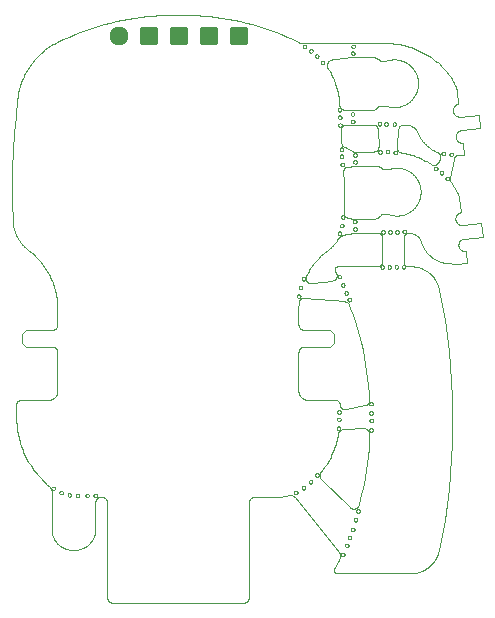
<source format=gtp>
G75*
%MOIN*%
%OFA0B0*%
%FSLAX25Y25*%
%IPPOS*%
%LPD*%
%AMOC8*
5,1,8,0,0,1.08239X$1,22.5*
%
%ADD10C,0.00197*%
%ADD11C,0.00000*%
%ADD12C,0.04724*%
%ADD13C,0.01181*%
D10*
X0028953Y0029365D02*
X0029740Y0029365D01*
X0029906Y0029367D01*
X0030073Y0029373D01*
X0030239Y0029383D01*
X0030405Y0029397D01*
X0030570Y0029415D01*
X0030736Y0029437D01*
X0030900Y0029463D01*
X0031064Y0029493D01*
X0031227Y0029527D01*
X0031389Y0029565D01*
X0031550Y0029607D01*
X0031710Y0029653D01*
X0031869Y0029702D01*
X0032027Y0029756D01*
X0032183Y0029813D01*
X0032338Y0029874D01*
X0032492Y0029938D01*
X0032643Y0030007D01*
X0032794Y0030079D01*
X0032942Y0030154D01*
X0033088Y0030233D01*
X0033233Y0030316D01*
X0033375Y0030402D01*
X0033516Y0030492D01*
X0033654Y0030585D01*
X0033790Y0030681D01*
X0033923Y0030780D01*
X0034054Y0030883D01*
X0034183Y0030989D01*
X0034309Y0031098D01*
X0034432Y0031210D01*
X0034553Y0031325D01*
X0034670Y0031442D01*
X0034785Y0031563D01*
X0034897Y0031686D01*
X0035006Y0031812D01*
X0035112Y0031941D01*
X0035215Y0032072D01*
X0035314Y0032205D01*
X0035410Y0032341D01*
X0035503Y0032479D01*
X0035593Y0032620D01*
X0035679Y0032762D01*
X0035762Y0032907D01*
X0035841Y0033053D01*
X0035916Y0033201D01*
X0035988Y0033352D01*
X0036057Y0033503D01*
X0036121Y0033657D01*
X0036182Y0033812D01*
X0036239Y0033968D01*
X0036293Y0034126D01*
X0036342Y0034285D01*
X0036388Y0034445D01*
X0036430Y0034606D01*
X0036468Y0034768D01*
X0036502Y0034931D01*
X0036532Y0035095D01*
X0036558Y0035259D01*
X0036580Y0035425D01*
X0036598Y0035590D01*
X0036612Y0035756D01*
X0036622Y0035922D01*
X0036628Y0036089D01*
X0036630Y0036255D01*
X0036630Y0045113D01*
X0038598Y0047082D02*
X0038684Y0047080D01*
X0038770Y0047075D01*
X0038855Y0047065D01*
X0038940Y0047052D01*
X0039024Y0047035D01*
X0039108Y0047015D01*
X0039190Y0046991D01*
X0039271Y0046963D01*
X0039352Y0046932D01*
X0039430Y0046898D01*
X0039507Y0046860D01*
X0039583Y0046818D01*
X0039656Y0046774D01*
X0039727Y0046726D01*
X0039797Y0046675D01*
X0039864Y0046621D01*
X0039928Y0046565D01*
X0039990Y0046505D01*
X0040050Y0046443D01*
X0040106Y0046379D01*
X0040160Y0046312D01*
X0040211Y0046242D01*
X0040259Y0046171D01*
X0040303Y0046098D01*
X0040345Y0046022D01*
X0040383Y0045945D01*
X0040417Y0045867D01*
X0040448Y0045786D01*
X0040476Y0045705D01*
X0040500Y0045623D01*
X0040520Y0045539D01*
X0040537Y0045455D01*
X0040550Y0045370D01*
X0040560Y0045285D01*
X0040565Y0045199D01*
X0040567Y0045113D01*
X0040567Y0013617D01*
X0040566Y0013617D02*
X0040568Y0013531D01*
X0040573Y0013445D01*
X0040583Y0013360D01*
X0040596Y0013275D01*
X0040613Y0013191D01*
X0040633Y0013107D01*
X0040657Y0013025D01*
X0040685Y0012944D01*
X0040716Y0012863D01*
X0040750Y0012785D01*
X0040788Y0012708D01*
X0040830Y0012633D01*
X0040874Y0012559D01*
X0040922Y0012488D01*
X0040973Y0012418D01*
X0041027Y0012351D01*
X0041083Y0012287D01*
X0041143Y0012225D01*
X0041205Y0012165D01*
X0041269Y0012109D01*
X0041336Y0012055D01*
X0041406Y0012004D01*
X0041477Y0011956D01*
X0041551Y0011912D01*
X0041626Y0011870D01*
X0041703Y0011832D01*
X0041781Y0011798D01*
X0041862Y0011767D01*
X0041943Y0011739D01*
X0042025Y0011715D01*
X0042109Y0011695D01*
X0042193Y0011678D01*
X0042278Y0011665D01*
X0042363Y0011655D01*
X0042449Y0011650D01*
X0042535Y0011648D01*
X0085843Y0011648D01*
X0085929Y0011650D01*
X0086015Y0011655D01*
X0086100Y0011665D01*
X0086185Y0011678D01*
X0086269Y0011695D01*
X0086353Y0011715D01*
X0086435Y0011739D01*
X0086516Y0011767D01*
X0086597Y0011798D01*
X0086675Y0011832D01*
X0086752Y0011870D01*
X0086828Y0011912D01*
X0086901Y0011956D01*
X0086972Y0012004D01*
X0087042Y0012055D01*
X0087109Y0012109D01*
X0087173Y0012165D01*
X0087235Y0012225D01*
X0087295Y0012287D01*
X0087351Y0012351D01*
X0087405Y0012418D01*
X0087456Y0012488D01*
X0087504Y0012559D01*
X0087548Y0012632D01*
X0087590Y0012708D01*
X0087628Y0012785D01*
X0087662Y0012863D01*
X0087693Y0012944D01*
X0087721Y0013025D01*
X0087745Y0013107D01*
X0087765Y0013191D01*
X0087782Y0013275D01*
X0087795Y0013360D01*
X0087805Y0013445D01*
X0087810Y0013531D01*
X0087812Y0013617D01*
X0087811Y0013617D02*
X0087811Y0045113D01*
X0087813Y0045199D01*
X0087818Y0045285D01*
X0087828Y0045370D01*
X0087841Y0045455D01*
X0087858Y0045539D01*
X0087878Y0045623D01*
X0087902Y0045705D01*
X0087930Y0045786D01*
X0087961Y0045867D01*
X0087995Y0045945D01*
X0088033Y0046022D01*
X0088075Y0046098D01*
X0088119Y0046171D01*
X0088167Y0046242D01*
X0088218Y0046312D01*
X0088272Y0046379D01*
X0088328Y0046443D01*
X0088388Y0046505D01*
X0088450Y0046565D01*
X0088514Y0046621D01*
X0088581Y0046675D01*
X0088651Y0046726D01*
X0088722Y0046774D01*
X0088796Y0046818D01*
X0088871Y0046860D01*
X0088948Y0046898D01*
X0089026Y0046932D01*
X0089107Y0046963D01*
X0089188Y0046991D01*
X0089270Y0047015D01*
X0089354Y0047035D01*
X0089438Y0047052D01*
X0089523Y0047065D01*
X0089608Y0047075D01*
X0089694Y0047080D01*
X0089780Y0047082D01*
X0089780Y0047081D02*
X0097260Y0047081D01*
X0100803Y0047475D02*
X0101156Y0047563D01*
X0101155Y0047563D02*
X0101240Y0047582D01*
X0101324Y0047598D01*
X0101410Y0047609D01*
X0101496Y0047617D01*
X0101582Y0047621D01*
X0101668Y0047622D01*
X0101754Y0047618D01*
X0101840Y0047611D01*
X0101926Y0047600D01*
X0102011Y0047585D01*
X0102095Y0047567D01*
X0102178Y0047545D01*
X0102260Y0047519D01*
X0102342Y0047490D01*
X0102421Y0047457D01*
X0102500Y0047421D01*
X0102576Y0047381D01*
X0102651Y0047338D01*
X0102724Y0047292D01*
X0102794Y0047243D01*
X0102863Y0047191D01*
X0102929Y0047135D01*
X0102993Y0047077D01*
X0103054Y0047016D01*
X0103112Y0046953D01*
X0103168Y0046887D01*
X0103167Y0046887D02*
X0117875Y0028592D01*
X0117925Y0028528D01*
X0117971Y0028462D01*
X0118014Y0028393D01*
X0118054Y0028323D01*
X0118091Y0028251D01*
X0118124Y0028177D01*
X0118154Y0028102D01*
X0118180Y0028025D01*
X0118203Y0027947D01*
X0118223Y0027869D01*
X0118238Y0027789D01*
X0118250Y0027709D01*
X0118258Y0027629D01*
X0118263Y0027548D01*
X0118264Y0027467D01*
X0118261Y0027386D01*
X0118254Y0027305D01*
X0118244Y0027225D01*
X0118230Y0027145D01*
X0118212Y0027066D01*
X0118191Y0026988D01*
X0118166Y0026911D01*
X0118138Y0026835D01*
X0117732Y0025822D01*
X0116354Y0023066D01*
X0116354Y0023065D02*
X0116323Y0023010D01*
X0116295Y0022952D01*
X0116270Y0022894D01*
X0116249Y0022833D01*
X0116232Y0022772D01*
X0116219Y0022709D01*
X0116209Y0022646D01*
X0116204Y0022583D01*
X0116202Y0022519D01*
X0116204Y0022455D01*
X0116210Y0022391D01*
X0116221Y0022328D01*
X0116235Y0022266D01*
X0116252Y0022205D01*
X0116274Y0022145D01*
X0116299Y0022086D01*
X0116328Y0022029D01*
X0116360Y0021974D01*
X0116395Y0021921D01*
X0116434Y0021870D01*
X0116476Y0021822D01*
X0116520Y0021776D01*
X0116568Y0021733D01*
X0116617Y0021693D01*
X0116670Y0021657D01*
X0116724Y0021623D01*
X0116780Y0021593D01*
X0116839Y0021567D01*
X0116898Y0021544D01*
X0116959Y0021525D01*
X0117021Y0021509D01*
X0117084Y0021498D01*
X0117147Y0021490D01*
X0117211Y0021486D01*
X0117275Y0021487D01*
X0117338Y0021491D01*
X0117339Y0021491D02*
X0141354Y0021491D01*
X0141594Y0021491D01*
X0141833Y0021496D01*
X0142072Y0021507D01*
X0142311Y0021524D01*
X0142550Y0021547D01*
X0142788Y0021575D01*
X0143025Y0021609D01*
X0143261Y0021649D01*
X0143497Y0021695D01*
X0143731Y0021746D01*
X0143963Y0021803D01*
X0144195Y0021866D01*
X0144424Y0021934D01*
X0144652Y0022007D01*
X0144879Y0022086D01*
X0145103Y0022171D01*
X0145325Y0022261D01*
X0145545Y0022356D01*
X0145762Y0022457D01*
X0145977Y0022563D01*
X0146190Y0022674D01*
X0146399Y0022790D01*
X0146606Y0022911D01*
X0146810Y0023037D01*
X0147010Y0023168D01*
X0147208Y0023303D01*
X0147402Y0023444D01*
X0147593Y0023589D01*
X0147780Y0023739D01*
X0147963Y0023893D01*
X0148143Y0024051D01*
X0148319Y0024214D01*
X0148490Y0024381D01*
X0148658Y0024552D01*
X0148822Y0024728D01*
X0148981Y0024907D01*
X0149136Y0025090D01*
X0149286Y0025276D01*
X0149432Y0025466D01*
X0149573Y0025660D01*
X0149710Y0025857D01*
X0149842Y0026057D01*
X0149968Y0026260D01*
X0150090Y0026466D01*
X0150207Y0026676D01*
X0150319Y0026888D01*
X0150426Y0027102D01*
X0150527Y0027319D01*
X0150623Y0027539D01*
X0150714Y0027760D01*
X0150799Y0027984D01*
X0150879Y0028210D01*
X0150954Y0028438D01*
X0151023Y0028667D01*
X0151086Y0028898D01*
X0151144Y0029131D01*
X0151196Y0029365D01*
X0124425Y0044326D02*
X0124401Y0044249D01*
X0124374Y0044173D01*
X0124343Y0044099D01*
X0124308Y0044026D01*
X0124270Y0043955D01*
X0124229Y0043886D01*
X0124185Y0043819D01*
X0124138Y0043754D01*
X0124087Y0043691D01*
X0124034Y0043631D01*
X0123978Y0043573D01*
X0123919Y0043518D01*
X0123858Y0043466D01*
X0123795Y0043417D01*
X0123729Y0043370D01*
X0123661Y0043327D01*
X0123591Y0043287D01*
X0123519Y0043251D01*
X0123446Y0043218D01*
X0123371Y0043188D01*
X0123295Y0043162D01*
X0123218Y0043139D01*
X0123140Y0043120D01*
X0123061Y0043105D01*
X0122981Y0043093D01*
X0122901Y0043086D01*
X0122821Y0043082D01*
X0122741Y0043081D01*
X0122660Y0043085D01*
X0122580Y0043092D01*
X0122501Y0043103D01*
X0122421Y0043118D01*
X0122343Y0043136D01*
X0122266Y0043158D01*
X0122190Y0043184D01*
X0122115Y0043213D01*
X0122041Y0043246D01*
X0121969Y0043282D01*
X0121899Y0043321D01*
X0121831Y0043364D01*
X0121765Y0043410D01*
X0121701Y0043459D01*
X0121639Y0043510D01*
X0121580Y0043565D01*
X0112015Y0052840D01*
X0111952Y0052893D01*
X0111892Y0052949D01*
X0111835Y0053009D01*
X0111780Y0053070D01*
X0111728Y0053135D01*
X0111680Y0053201D01*
X0111635Y0053270D01*
X0111593Y0053341D01*
X0111554Y0053414D01*
X0111519Y0053488D01*
X0111488Y0053565D01*
X0111460Y0053642D01*
X0111436Y0053721D01*
X0111416Y0053801D01*
X0111399Y0053881D01*
X0111387Y0053963D01*
X0111378Y0054045D01*
X0111373Y0054127D01*
X0111372Y0054209D01*
X0111375Y0054292D01*
X0111382Y0054374D01*
X0111393Y0054455D01*
X0111407Y0054537D01*
X0111426Y0054617D01*
X0111448Y0054696D01*
X0111474Y0054774D01*
X0111504Y0054851D01*
X0111537Y0054927D01*
X0111574Y0055000D01*
X0111614Y0055072D01*
X0111658Y0055142D01*
X0111705Y0055210D01*
X0111827Y0055349D01*
X0117535Y0067948D02*
X0117623Y0068299D01*
X0117645Y0068376D01*
X0117669Y0068452D01*
X0117698Y0068527D01*
X0117730Y0068601D01*
X0117766Y0068673D01*
X0117804Y0068743D01*
X0117847Y0068811D01*
X0117892Y0068877D01*
X0117941Y0068941D01*
X0117992Y0069002D01*
X0118046Y0069061D01*
X0118104Y0069117D01*
X0118163Y0069171D01*
X0118225Y0069221D01*
X0118290Y0069269D01*
X0118357Y0069313D01*
X0118425Y0069354D01*
X0118496Y0069392D01*
X0118568Y0069426D01*
X0118642Y0069457D01*
X0118718Y0069485D01*
X0118794Y0069509D01*
X0118872Y0069529D01*
X0118950Y0069545D01*
X0119029Y0069558D01*
X0119109Y0069567D01*
X0119189Y0069572D01*
X0126395Y0069855D01*
X0126476Y0069847D01*
X0126556Y0069835D01*
X0126636Y0069819D01*
X0126715Y0069800D01*
X0126793Y0069777D01*
X0126869Y0069750D01*
X0126945Y0069719D01*
X0127018Y0069685D01*
X0127090Y0069648D01*
X0127161Y0069607D01*
X0127229Y0069563D01*
X0127295Y0069516D01*
X0127359Y0069465D01*
X0127420Y0069412D01*
X0127479Y0069356D01*
X0127535Y0069297D01*
X0127588Y0069236D01*
X0127638Y0069172D01*
X0127685Y0069106D01*
X0127729Y0069038D01*
X0127770Y0068967D01*
X0127807Y0068895D01*
X0127841Y0068821D01*
X0127871Y0068746D01*
X0127898Y0068669D01*
X0127921Y0068591D01*
X0127940Y0068512D01*
X0127956Y0068433D01*
X0127967Y0068352D01*
X0127975Y0068272D01*
X0127979Y0068190D01*
X0127980Y0068109D01*
X0127976Y0068028D01*
X0127969Y0067947D01*
X0127976Y0068028D01*
X0127980Y0068109D01*
X0127979Y0068190D01*
X0127975Y0068272D01*
X0127967Y0068352D01*
X0127956Y0068433D01*
X0127940Y0068512D01*
X0127921Y0068591D01*
X0127898Y0068669D01*
X0127871Y0068746D01*
X0127841Y0068821D01*
X0127807Y0068895D01*
X0127770Y0068967D01*
X0127729Y0069038D01*
X0127685Y0069106D01*
X0127638Y0069172D01*
X0127588Y0069236D01*
X0127535Y0069297D01*
X0127479Y0069356D01*
X0127420Y0069412D01*
X0127359Y0069465D01*
X0127295Y0069516D01*
X0127229Y0069563D01*
X0127161Y0069607D01*
X0127090Y0069648D01*
X0127018Y0069685D01*
X0126945Y0069719D01*
X0126869Y0069750D01*
X0126793Y0069777D01*
X0126715Y0069800D01*
X0126636Y0069819D01*
X0126556Y0069835D01*
X0126476Y0069847D01*
X0126395Y0069855D01*
X0126476Y0069847D01*
X0126556Y0069835D01*
X0126636Y0069819D01*
X0126715Y0069800D01*
X0126793Y0069777D01*
X0126869Y0069750D01*
X0126945Y0069719D01*
X0127018Y0069685D01*
X0127090Y0069648D01*
X0127161Y0069607D01*
X0127229Y0069563D01*
X0127295Y0069516D01*
X0127359Y0069465D01*
X0127420Y0069412D01*
X0127479Y0069356D01*
X0127535Y0069297D01*
X0127588Y0069236D01*
X0127638Y0069172D01*
X0127685Y0069106D01*
X0127729Y0069038D01*
X0127770Y0068967D01*
X0127807Y0068895D01*
X0127841Y0068821D01*
X0127871Y0068746D01*
X0127898Y0068669D01*
X0127921Y0068591D01*
X0127940Y0068512D01*
X0127956Y0068433D01*
X0127967Y0068352D01*
X0127975Y0068272D01*
X0127979Y0068190D01*
X0127980Y0068109D01*
X0127976Y0068028D01*
X0127969Y0067947D01*
X0126626Y0077521D02*
X0120056Y0076208D01*
X0120057Y0076207D02*
X0119978Y0076194D01*
X0119900Y0076184D01*
X0119821Y0076178D01*
X0119742Y0076176D01*
X0119662Y0076178D01*
X0119583Y0076184D01*
X0119505Y0076193D01*
X0119426Y0076207D01*
X0119349Y0076224D01*
X0119273Y0076245D01*
X0119197Y0076270D01*
X0119123Y0076298D01*
X0119051Y0076330D01*
X0118980Y0076366D01*
X0118911Y0076405D01*
X0118844Y0076447D01*
X0118779Y0076493D01*
X0118717Y0076542D01*
X0118657Y0076594D01*
X0118599Y0076648D01*
X0118545Y0076706D01*
X0118493Y0076766D01*
X0118444Y0076828D01*
X0118398Y0076893D01*
X0118356Y0076960D01*
X0118317Y0077029D01*
X0118281Y0077100D01*
X0118249Y0077172D01*
X0118220Y0077246D01*
X0118196Y0077321D01*
X0118174Y0077398D01*
X0118157Y0077475D01*
X0118143Y0077553D01*
X0118134Y0077632D01*
X0118128Y0077711D01*
X0118126Y0077790D01*
X0118123Y0077869D01*
X0118116Y0077947D01*
X0118105Y0078025D01*
X0118090Y0078102D01*
X0118072Y0078178D01*
X0118050Y0078253D01*
X0118024Y0078327D01*
X0117995Y0078400D01*
X0117962Y0078471D01*
X0117926Y0078541D01*
X0117886Y0078609D01*
X0117843Y0078674D01*
X0117797Y0078738D01*
X0117748Y0078799D01*
X0117695Y0078858D01*
X0117640Y0078914D01*
X0117583Y0078967D01*
X0117523Y0079017D01*
X0117460Y0079065D01*
X0117395Y0079109D01*
X0117328Y0079150D01*
X0117259Y0079187D01*
X0117189Y0079222D01*
X0117116Y0079252D01*
X0117043Y0079280D01*
X0116968Y0079303D01*
X0116892Y0079323D01*
X0116815Y0079339D01*
X0116738Y0079351D01*
X0116660Y0079359D01*
X0116581Y0079364D01*
X0116503Y0079365D01*
X0107567Y0079365D01*
X0107459Y0079360D01*
X0107351Y0079359D01*
X0107243Y0079362D01*
X0107135Y0079368D01*
X0107027Y0079378D01*
X0106920Y0079393D01*
X0106813Y0079411D01*
X0106707Y0079432D01*
X0106602Y0079458D01*
X0106498Y0079487D01*
X0106395Y0079520D01*
X0106293Y0079557D01*
X0106193Y0079597D01*
X0106094Y0079641D01*
X0105996Y0079688D01*
X0105901Y0079739D01*
X0105807Y0079793D01*
X0105716Y0079851D01*
X0105626Y0079911D01*
X0105539Y0079975D01*
X0105454Y0080042D01*
X0105371Y0080112D01*
X0105291Y0080185D01*
X0105214Y0080260D01*
X0105139Y0080339D01*
X0105067Y0080419D01*
X0104999Y0080503D01*
X0104933Y0080589D01*
X0104870Y0080677D01*
X0104811Y0080767D01*
X0104754Y0080860D01*
X0104701Y0080954D01*
X0104652Y0081050D01*
X0104606Y0081148D01*
X0104563Y0081247D01*
X0104524Y0081348D01*
X0104489Y0081451D01*
X0104457Y0081554D01*
X0104429Y0081658D01*
X0104405Y0081764D01*
X0104385Y0081870D01*
X0104368Y0081977D01*
X0104355Y0082084D01*
X0104346Y0082192D01*
X0104346Y0095113D01*
X0104348Y0095199D01*
X0104353Y0095285D01*
X0104363Y0095370D01*
X0104376Y0095455D01*
X0104393Y0095539D01*
X0104413Y0095623D01*
X0104437Y0095705D01*
X0104465Y0095786D01*
X0104496Y0095867D01*
X0104530Y0095945D01*
X0104568Y0096022D01*
X0104610Y0096098D01*
X0104654Y0096171D01*
X0104702Y0096242D01*
X0104753Y0096312D01*
X0104807Y0096379D01*
X0104863Y0096443D01*
X0104923Y0096505D01*
X0104985Y0096565D01*
X0105049Y0096621D01*
X0105116Y0096675D01*
X0105186Y0096726D01*
X0105257Y0096774D01*
X0105331Y0096818D01*
X0105406Y0096860D01*
X0105483Y0096898D01*
X0105561Y0096932D01*
X0105642Y0096963D01*
X0105723Y0096991D01*
X0105805Y0097015D01*
X0105889Y0097035D01*
X0105973Y0097052D01*
X0106058Y0097065D01*
X0106143Y0097075D01*
X0106229Y0097080D01*
X0106315Y0097082D01*
X0106315Y0097081D02*
X0114976Y0097081D01*
X0116157Y0098262D01*
X0116157Y0101412D01*
X0114976Y0102593D01*
X0106315Y0102593D01*
X0106229Y0102595D01*
X0106143Y0102600D01*
X0106058Y0102610D01*
X0105973Y0102623D01*
X0105889Y0102640D01*
X0105805Y0102660D01*
X0105723Y0102684D01*
X0105642Y0102712D01*
X0105561Y0102743D01*
X0105483Y0102777D01*
X0105406Y0102815D01*
X0105331Y0102857D01*
X0105257Y0102901D01*
X0105186Y0102949D01*
X0105116Y0103000D01*
X0105049Y0103054D01*
X0104985Y0103110D01*
X0104923Y0103170D01*
X0104863Y0103232D01*
X0104807Y0103296D01*
X0104753Y0103363D01*
X0104702Y0103433D01*
X0104654Y0103504D01*
X0104610Y0103578D01*
X0104568Y0103653D01*
X0104530Y0103730D01*
X0104496Y0103808D01*
X0104465Y0103889D01*
X0104437Y0103970D01*
X0104413Y0104052D01*
X0104393Y0104136D01*
X0104376Y0104220D01*
X0104363Y0104305D01*
X0104353Y0104390D01*
X0104348Y0104476D01*
X0104346Y0104562D01*
X0104346Y0109680D01*
X0104543Y0112042D02*
X0104554Y0112120D01*
X0104570Y0112197D01*
X0104589Y0112274D01*
X0104611Y0112349D01*
X0104638Y0112423D01*
X0104668Y0112496D01*
X0104701Y0112567D01*
X0104738Y0112637D01*
X0104778Y0112704D01*
X0104821Y0112770D01*
X0104868Y0112834D01*
X0104917Y0112895D01*
X0104969Y0112954D01*
X0105024Y0113010D01*
X0105082Y0113063D01*
X0105142Y0113114D01*
X0105205Y0113161D01*
X0105270Y0113206D01*
X0105337Y0113247D01*
X0105405Y0113285D01*
X0105476Y0113320D01*
X0105548Y0113352D01*
X0105622Y0113379D01*
X0105697Y0113404D01*
X0105773Y0113424D01*
X0105849Y0113441D01*
X0105927Y0113454D01*
X0106005Y0113464D01*
X0106084Y0113469D01*
X0106162Y0113471D01*
X0106241Y0113469D01*
X0106319Y0113463D01*
X0106320Y0113463D02*
X0119864Y0112141D01*
X0119863Y0112141D02*
X0119943Y0112131D01*
X0120021Y0112118D01*
X0120100Y0112101D01*
X0120177Y0112080D01*
X0120253Y0112056D01*
X0120328Y0112028D01*
X0120401Y0111996D01*
X0120473Y0111961D01*
X0120543Y0111923D01*
X0120611Y0111881D01*
X0120677Y0111836D01*
X0120741Y0111788D01*
X0120803Y0111737D01*
X0120862Y0111683D01*
X0120918Y0111627D01*
X0120972Y0111567D01*
X0121023Y0111506D01*
X0121071Y0111442D01*
X0121116Y0111376D01*
X0121157Y0111307D01*
X0121195Y0111237D01*
X0121230Y0111165D01*
X0121262Y0111092D01*
X0121669Y0110073D01*
X0104544Y0112042D02*
X0104501Y0111808D01*
X0104463Y0111574D01*
X0104430Y0111339D01*
X0104402Y0111103D01*
X0104380Y0110866D01*
X0104363Y0110629D01*
X0104351Y0110392D01*
X0104345Y0110155D01*
X0104343Y0109917D01*
X0104347Y0109680D01*
X0108874Y0118193D02*
X0115559Y0119131D01*
X0115559Y0119132D02*
X0115638Y0119140D01*
X0115718Y0119152D01*
X0115796Y0119168D01*
X0115874Y0119188D01*
X0115950Y0119212D01*
X0116026Y0119239D01*
X0116100Y0119269D01*
X0116172Y0119304D01*
X0116243Y0119341D01*
X0116312Y0119382D01*
X0116378Y0119426D01*
X0116443Y0119474D01*
X0116505Y0119524D01*
X0116565Y0119577D01*
X0116622Y0119634D01*
X0116677Y0119692D01*
X0116728Y0119754D01*
X0116777Y0119817D01*
X0116822Y0119883D01*
X0116864Y0119952D01*
X0116903Y0120022D01*
X0116939Y0120093D01*
X0116971Y0120167D01*
X0116999Y0120242D01*
X0117024Y0120318D01*
X0117046Y0120395D01*
X0117063Y0120473D01*
X0117077Y0120552D01*
X0117087Y0120632D01*
X0117093Y0120712D01*
X0117095Y0120792D01*
X0117093Y0120872D01*
X0117088Y0120952D01*
X0117079Y0121031D01*
X0117066Y0121110D01*
X0117049Y0121189D01*
X0117028Y0121266D01*
X0117004Y0121342D01*
X0116976Y0121418D01*
X0116945Y0121491D01*
X0116551Y0122278D01*
X0116521Y0122334D01*
X0116495Y0122391D01*
X0116472Y0122450D01*
X0116453Y0122510D01*
X0116437Y0122571D01*
X0116425Y0122633D01*
X0116417Y0122695D01*
X0116412Y0122758D01*
X0116411Y0122821D01*
X0116414Y0122884D01*
X0116421Y0122947D01*
X0116431Y0123009D01*
X0116445Y0123070D01*
X0116463Y0123131D01*
X0116484Y0123190D01*
X0116509Y0123248D01*
X0116537Y0123305D01*
X0116569Y0123359D01*
X0116603Y0123412D01*
X0116641Y0123462D01*
X0116682Y0123511D01*
X0116725Y0123556D01*
X0116772Y0123599D01*
X0116820Y0123639D01*
X0116871Y0123676D01*
X0116924Y0123710D01*
X0116979Y0123741D01*
X0117036Y0123769D01*
X0117094Y0123793D01*
X0117154Y0123813D01*
X0117215Y0123830D01*
X0117276Y0123843D01*
X0117338Y0123853D01*
X0117339Y0123853D02*
X0130724Y0123853D01*
X0130801Y0123855D01*
X0130878Y0123861D01*
X0130955Y0123870D01*
X0131031Y0123883D01*
X0131107Y0123900D01*
X0131181Y0123921D01*
X0131255Y0123945D01*
X0131327Y0123973D01*
X0131397Y0124004D01*
X0131466Y0124039D01*
X0131534Y0124077D01*
X0131599Y0124118D01*
X0131662Y0124163D01*
X0131723Y0124211D01*
X0131782Y0124261D01*
X0131838Y0124314D01*
X0131891Y0124370D01*
X0131941Y0124429D01*
X0131989Y0124490D01*
X0132034Y0124553D01*
X0132075Y0124618D01*
X0132113Y0124686D01*
X0132148Y0124755D01*
X0132179Y0124825D01*
X0132207Y0124897D01*
X0132231Y0124971D01*
X0132252Y0125045D01*
X0132269Y0125121D01*
X0132282Y0125197D01*
X0132291Y0125274D01*
X0132297Y0125351D01*
X0132299Y0125428D01*
X0132299Y0133400D01*
X0132297Y0133477D01*
X0132291Y0133554D01*
X0132282Y0133631D01*
X0132269Y0133707D01*
X0132252Y0133783D01*
X0132231Y0133857D01*
X0132207Y0133931D01*
X0132179Y0134003D01*
X0132148Y0134073D01*
X0132113Y0134142D01*
X0132075Y0134210D01*
X0132034Y0134275D01*
X0131989Y0134338D01*
X0131941Y0134399D01*
X0131891Y0134458D01*
X0131838Y0134514D01*
X0131782Y0134567D01*
X0131723Y0134617D01*
X0131662Y0134665D01*
X0131599Y0134710D01*
X0131534Y0134751D01*
X0131466Y0134789D01*
X0131397Y0134824D01*
X0131327Y0134855D01*
X0131255Y0134883D01*
X0131181Y0134907D01*
X0131107Y0134928D01*
X0131031Y0134945D01*
X0130955Y0134958D01*
X0130878Y0134967D01*
X0130801Y0134973D01*
X0130724Y0134975D01*
X0123047Y0134975D01*
X0122779Y0134926D02*
X0118800Y0134143D01*
X0117637Y0133308D02*
X0117240Y0132613D01*
X0117637Y0133307D02*
X0117679Y0133378D01*
X0117725Y0133446D01*
X0117774Y0133512D01*
X0117826Y0133575D01*
X0117881Y0133636D01*
X0117938Y0133694D01*
X0117999Y0133750D01*
X0118062Y0133802D01*
X0118127Y0133852D01*
X0118195Y0133898D01*
X0118265Y0133941D01*
X0118337Y0133980D01*
X0118410Y0134016D01*
X0118486Y0134049D01*
X0118562Y0134078D01*
X0118640Y0134103D01*
X0118719Y0134125D01*
X0118799Y0134143D01*
X0122779Y0134926D02*
X0122845Y0134943D01*
X0122912Y0134957D01*
X0122979Y0134968D01*
X0123047Y0134975D01*
X0123082Y0139680D02*
X0129228Y0139680D01*
X0131984Y0141255D02*
X0134346Y0141255D01*
X0131984Y0141255D02*
X0131922Y0141159D01*
X0131856Y0141066D01*
X0131788Y0140975D01*
X0131716Y0140886D01*
X0131642Y0140800D01*
X0131564Y0140716D01*
X0131484Y0140635D01*
X0131401Y0140557D01*
X0131316Y0140482D01*
X0131228Y0140409D01*
X0131137Y0140340D01*
X0131045Y0140274D01*
X0130950Y0140211D01*
X0130853Y0140151D01*
X0130754Y0140094D01*
X0130653Y0140041D01*
X0130550Y0139991D01*
X0130446Y0139945D01*
X0130341Y0139903D01*
X0130234Y0139863D01*
X0130125Y0139828D01*
X0130016Y0139796D01*
X0129905Y0139768D01*
X0129794Y0139744D01*
X0129682Y0139724D01*
X0129569Y0139707D01*
X0129456Y0139694D01*
X0129342Y0139685D01*
X0129228Y0139680D01*
X0139385Y0161647D02*
X0140006Y0161514D01*
X0140623Y0161366D01*
X0141237Y0161204D01*
X0141847Y0161027D01*
X0142452Y0160836D01*
X0143053Y0160631D01*
X0143649Y0160412D01*
X0144239Y0160179D01*
X0144824Y0159933D01*
X0145403Y0159672D01*
X0145976Y0159399D01*
X0146542Y0159111D01*
X0147101Y0158811D01*
X0147653Y0158498D01*
X0147654Y0158499D02*
X0148584Y0157879D01*
X0148583Y0157879D02*
X0148648Y0157837D01*
X0148715Y0157800D01*
X0148784Y0157765D01*
X0148854Y0157734D01*
X0148926Y0157706D01*
X0148999Y0157682D01*
X0149073Y0157662D01*
X0149148Y0157645D01*
X0149224Y0157631D01*
X0149300Y0157622D01*
X0149377Y0157616D01*
X0149453Y0157614D01*
X0149530Y0157616D01*
X0149607Y0157621D01*
X0149683Y0157630D01*
X0149759Y0157643D01*
X0149834Y0157660D01*
X0149908Y0157680D01*
X0149981Y0157704D01*
X0150053Y0157731D01*
X0150124Y0157762D01*
X0150192Y0157796D01*
X0150259Y0157834D01*
X0150325Y0157874D01*
X0150388Y0157918D01*
X0150449Y0157965D01*
X0150507Y0158015D01*
X0150563Y0158068D01*
X0150616Y0158123D01*
X0150667Y0158181D01*
X0150715Y0158241D01*
X0150760Y0158304D01*
X0150801Y0158368D01*
X0150840Y0158435D01*
X0151501Y0159646D01*
X0151501Y0159647D02*
X0151536Y0159716D01*
X0151568Y0159786D01*
X0151597Y0159858D01*
X0151621Y0159932D01*
X0151643Y0160006D01*
X0151660Y0160082D01*
X0151674Y0160158D01*
X0151684Y0160235D01*
X0151690Y0160312D01*
X0151693Y0160389D01*
X0151692Y0160467D01*
X0151687Y0160544D01*
X0151678Y0160621D01*
X0151665Y0160697D01*
X0151648Y0160773D01*
X0151628Y0160848D01*
X0151605Y0160921D01*
X0151577Y0160994D01*
X0151546Y0161065D01*
X0151512Y0161134D01*
X0151474Y0161202D01*
X0151433Y0161268D01*
X0151389Y0161331D01*
X0151342Y0161393D01*
X0151291Y0161452D01*
X0151238Y0161508D01*
X0151183Y0161562D01*
X0151124Y0161613D01*
X0151063Y0161661D01*
X0151000Y0161706D01*
X0150935Y0161747D01*
X0150868Y0161786D01*
X0150799Y0161821D01*
X0150728Y0161853D01*
X0150656Y0161881D01*
X0150213Y0162042D01*
X0156093Y0159695D02*
X0154861Y0153226D01*
X0155097Y0152057D02*
X0156315Y0150231D01*
X0155098Y0152057D02*
X0155057Y0152122D01*
X0155019Y0152188D01*
X0154985Y0152257D01*
X0154954Y0152326D01*
X0154926Y0152398D01*
X0154902Y0152470D01*
X0154881Y0152544D01*
X0154864Y0152618D01*
X0154851Y0152693D01*
X0154841Y0152769D01*
X0154835Y0152845D01*
X0154833Y0152922D01*
X0154834Y0152998D01*
X0154840Y0153074D01*
X0154848Y0153150D01*
X0154861Y0153226D01*
X0156093Y0159695D02*
X0156109Y0159771D01*
X0156130Y0159847D01*
X0156154Y0159921D01*
X0156181Y0159994D01*
X0156213Y0160066D01*
X0156248Y0160136D01*
X0156286Y0160204D01*
X0156328Y0160271D01*
X0156372Y0160335D01*
X0156420Y0160397D01*
X0156471Y0160456D01*
X0156525Y0160513D01*
X0156582Y0160567D01*
X0156641Y0160618D01*
X0156703Y0160666D01*
X0156767Y0160711D01*
X0156833Y0160753D01*
X0156901Y0160791D01*
X0156971Y0160826D01*
X0157043Y0160857D01*
X0157116Y0160885D01*
X0157191Y0160909D01*
X0157266Y0160930D01*
X0157342Y0160947D01*
X0157420Y0160960D01*
X0157497Y0160969D01*
X0157497Y0160968D02*
X0158480Y0161058D01*
X0159661Y0161058D01*
X0159196Y0165035D01*
X0159106Y0165027D01*
X0159016Y0165022D01*
X0158925Y0165021D01*
X0158834Y0165024D01*
X0158744Y0165031D01*
X0158654Y0165042D01*
X0158564Y0165056D01*
X0158476Y0165075D01*
X0158388Y0165097D01*
X0158301Y0165122D01*
X0158215Y0165152D01*
X0158130Y0165185D01*
X0158047Y0165221D01*
X0157966Y0165262D01*
X0157887Y0165305D01*
X0157809Y0165352D01*
X0157733Y0165402D01*
X0157660Y0165455D01*
X0157589Y0165512D01*
X0157520Y0165571D01*
X0157454Y0165633D01*
X0157391Y0165698D01*
X0157330Y0165765D01*
X0157273Y0165836D01*
X0157218Y0165908D01*
X0157167Y0165983D01*
X0157119Y0166059D01*
X0157074Y0166138D01*
X0157032Y0166219D01*
X0156994Y0166301D01*
X0156959Y0166385D01*
X0156928Y0166470D01*
X0156901Y0166556D01*
X0156878Y0166644D01*
X0156858Y0166733D01*
X0156841Y0166822D01*
X0156829Y0166912D01*
X0156821Y0167002D01*
X0156816Y0167092D01*
X0156815Y0167183D01*
X0156818Y0167274D01*
X0156825Y0167364D01*
X0156836Y0167454D01*
X0156850Y0167544D01*
X0156869Y0167632D01*
X0156891Y0167720D01*
X0156916Y0167807D01*
X0156946Y0167893D01*
X0156979Y0167978D01*
X0157015Y0168061D01*
X0157056Y0168142D01*
X0157099Y0168221D01*
X0157146Y0168299D01*
X0157196Y0168375D01*
X0157249Y0168448D01*
X0157306Y0168519D01*
X0157365Y0168588D01*
X0157427Y0168654D01*
X0157492Y0168717D01*
X0157559Y0168778D01*
X0157630Y0168835D01*
X0157702Y0168890D01*
X0157777Y0168941D01*
X0157853Y0168989D01*
X0157932Y0169034D01*
X0158013Y0169076D01*
X0158095Y0169114D01*
X0158179Y0169149D01*
X0158264Y0169180D01*
X0158350Y0169207D01*
X0158438Y0169230D01*
X0158527Y0169250D01*
X0158616Y0169267D01*
X0158706Y0169279D01*
X0158705Y0169279D02*
X0164977Y0169932D01*
X0164449Y0174422D01*
X0158178Y0173769D01*
X0158177Y0173769D02*
X0158087Y0173761D01*
X0157997Y0173756D01*
X0157906Y0173755D01*
X0157815Y0173758D01*
X0157725Y0173765D01*
X0157635Y0173776D01*
X0157545Y0173790D01*
X0157457Y0173809D01*
X0157369Y0173831D01*
X0157282Y0173856D01*
X0157196Y0173886D01*
X0157111Y0173919D01*
X0157028Y0173955D01*
X0156947Y0173996D01*
X0156868Y0174039D01*
X0156790Y0174086D01*
X0156714Y0174136D01*
X0156641Y0174189D01*
X0156570Y0174246D01*
X0156501Y0174305D01*
X0156435Y0174367D01*
X0156372Y0174432D01*
X0156311Y0174499D01*
X0156254Y0174570D01*
X0156199Y0174642D01*
X0156148Y0174717D01*
X0156100Y0174793D01*
X0156055Y0174872D01*
X0156013Y0174953D01*
X0155975Y0175035D01*
X0155940Y0175119D01*
X0155909Y0175204D01*
X0155882Y0175290D01*
X0155859Y0175378D01*
X0155839Y0175467D01*
X0155822Y0175556D01*
X0155810Y0175646D01*
X0155802Y0175736D01*
X0155797Y0175826D01*
X0155796Y0175917D01*
X0155799Y0176008D01*
X0155806Y0176098D01*
X0155817Y0176188D01*
X0155831Y0176278D01*
X0155850Y0176366D01*
X0155872Y0176454D01*
X0155897Y0176541D01*
X0155927Y0176627D01*
X0155960Y0176712D01*
X0155996Y0176795D01*
X0156037Y0176876D01*
X0156080Y0176955D01*
X0156127Y0177033D01*
X0156177Y0177109D01*
X0156230Y0177182D01*
X0156287Y0177253D01*
X0156346Y0177322D01*
X0156408Y0177388D01*
X0156473Y0177451D01*
X0156540Y0177512D01*
X0156611Y0177569D01*
X0156683Y0177624D01*
X0156758Y0177675D01*
X0156834Y0177723D01*
X0156913Y0177768D01*
X0156994Y0177810D01*
X0157076Y0177848D01*
X0157160Y0177883D01*
X0157245Y0177914D01*
X0157331Y0177941D01*
X0157419Y0177964D01*
X0157508Y0177984D01*
X0157597Y0178001D01*
X0157687Y0178013D01*
X0157123Y0182750D01*
X0144110Y0168341D02*
X0144240Y0168061D01*
X0144377Y0167785D01*
X0144520Y0167512D01*
X0144670Y0167242D01*
X0144826Y0166976D01*
X0144989Y0166714D01*
X0145158Y0166456D01*
X0145333Y0166202D01*
X0145514Y0165952D01*
X0145701Y0165706D01*
X0145893Y0165465D01*
X0146091Y0165229D01*
X0146295Y0164997D01*
X0146505Y0164770D01*
X0146719Y0164549D01*
X0146939Y0164332D01*
X0147164Y0164121D01*
X0147394Y0163916D01*
X0147629Y0163715D01*
X0147868Y0163521D01*
X0148112Y0163332D01*
X0148361Y0163149D01*
X0148614Y0162972D01*
X0148871Y0162802D01*
X0149131Y0162637D01*
X0149396Y0162478D01*
X0149665Y0162326D01*
X0149937Y0162181D01*
X0150212Y0162042D01*
X0139386Y0161648D02*
X0138460Y0161803D01*
X0138460Y0161802D02*
X0138383Y0161817D01*
X0138307Y0161836D01*
X0138232Y0161858D01*
X0138158Y0161884D01*
X0138086Y0161914D01*
X0138015Y0161947D01*
X0137945Y0161984D01*
X0137878Y0162024D01*
X0137813Y0162068D01*
X0137750Y0162114D01*
X0137690Y0162164D01*
X0137632Y0162217D01*
X0137576Y0162272D01*
X0137524Y0162330D01*
X0137474Y0162391D01*
X0137428Y0162454D01*
X0137385Y0162519D01*
X0137345Y0162587D01*
X0137308Y0162656D01*
X0137275Y0162727D01*
X0137245Y0162800D01*
X0137220Y0162874D01*
X0137198Y0162949D01*
X0137179Y0163025D01*
X0137165Y0163102D01*
X0137154Y0163180D01*
X0137147Y0163258D01*
X0137144Y0163336D01*
X0137145Y0163414D01*
X0137150Y0163492D01*
X0137150Y0163493D02*
X0137686Y0169659D01*
X0137686Y0169658D02*
X0137695Y0169736D01*
X0137707Y0169813D01*
X0137723Y0169889D01*
X0137743Y0169964D01*
X0137767Y0170038D01*
X0137794Y0170111D01*
X0137825Y0170183D01*
X0137860Y0170253D01*
X0137898Y0170321D01*
X0137939Y0170387D01*
X0137983Y0170451D01*
X0138031Y0170513D01*
X0138081Y0170572D01*
X0138135Y0170629D01*
X0138191Y0170683D01*
X0138249Y0170734D01*
X0138311Y0170782D01*
X0138374Y0170828D01*
X0138440Y0170870D01*
X0138507Y0170908D01*
X0138577Y0170943D01*
X0138648Y0170975D01*
X0138720Y0171004D01*
X0138794Y0171028D01*
X0138869Y0171049D01*
X0138945Y0171066D01*
X0139022Y0171080D01*
X0139099Y0171089D01*
X0139177Y0171095D01*
X0139255Y0171097D01*
X0140173Y0171097D01*
X0140173Y0171098D02*
X0140301Y0171095D01*
X0140428Y0171088D01*
X0140555Y0171077D01*
X0140682Y0171063D01*
X0140809Y0171044D01*
X0140935Y0171022D01*
X0141060Y0170996D01*
X0141184Y0170966D01*
X0141307Y0170933D01*
X0141429Y0170896D01*
X0141550Y0170855D01*
X0141670Y0170811D01*
X0141788Y0170763D01*
X0141905Y0170711D01*
X0142021Y0170656D01*
X0142134Y0170598D01*
X0142246Y0170536D01*
X0142356Y0170471D01*
X0142464Y0170402D01*
X0142569Y0170331D01*
X0142673Y0170256D01*
X0142774Y0170178D01*
X0142873Y0170097D01*
X0142969Y0170013D01*
X0143063Y0169927D01*
X0143154Y0169837D01*
X0143243Y0169745D01*
X0143328Y0169650D01*
X0143411Y0169553D01*
X0143491Y0169453D01*
X0143567Y0169351D01*
X0143641Y0169246D01*
X0143711Y0169140D01*
X0143779Y0169031D01*
X0143842Y0168921D01*
X0143903Y0168808D01*
X0143960Y0168694D01*
X0144014Y0168578D01*
X0144064Y0168461D01*
X0144110Y0168342D01*
X0157123Y0182750D02*
X0156949Y0183227D01*
X0156764Y0183700D01*
X0156567Y0184168D01*
X0156358Y0184631D01*
X0156138Y0185089D01*
X0155907Y0185542D01*
X0155665Y0185988D01*
X0155412Y0186429D01*
X0155149Y0186863D01*
X0154875Y0187291D01*
X0154590Y0187711D01*
X0154296Y0188125D01*
X0153991Y0188531D01*
X0153676Y0188930D01*
X0153352Y0189321D01*
X0153018Y0189704D01*
X0152675Y0190078D01*
X0152323Y0190444D01*
X0151962Y0190802D01*
X0151592Y0191150D01*
X0151214Y0191489D01*
X0150828Y0191819D01*
X0150434Y0192139D01*
X0150032Y0192450D01*
X0149622Y0192751D01*
X0133480Y0192357D02*
X0133664Y0192423D01*
X0133850Y0192484D01*
X0134037Y0192540D01*
X0134225Y0192591D01*
X0134415Y0192638D01*
X0134606Y0192681D01*
X0134797Y0192718D01*
X0134990Y0192751D01*
X0135183Y0192779D01*
X0135377Y0192803D01*
X0135572Y0192821D01*
X0135767Y0192835D01*
X0135962Y0192844D01*
X0136157Y0192849D01*
X0136352Y0192848D01*
X0136548Y0192843D01*
X0136743Y0192833D01*
X0136938Y0192818D01*
X0137132Y0192798D01*
X0137326Y0192774D01*
X0137519Y0192745D01*
X0137712Y0192711D01*
X0137903Y0192673D01*
X0138094Y0192630D01*
X0138283Y0192582D01*
X0138471Y0192529D01*
X0138658Y0192472D01*
X0138843Y0192411D01*
X0139027Y0192344D01*
X0139209Y0192274D01*
X0139390Y0192199D01*
X0139568Y0192119D01*
X0139745Y0192035D01*
X0139919Y0191947D01*
X0140091Y0191855D01*
X0140261Y0191758D01*
X0140428Y0191658D01*
X0140593Y0191553D01*
X0140756Y0191444D01*
X0140915Y0191331D01*
X0141072Y0191215D01*
X0141226Y0191094D01*
X0141377Y0190970D01*
X0141524Y0190842D01*
X0141669Y0190711D01*
X0141810Y0190576D01*
X0141948Y0190438D01*
X0142083Y0190296D01*
X0142214Y0190151D01*
X0142341Y0190003D01*
X0142465Y0189852D01*
X0142585Y0189698D01*
X0142701Y0189541D01*
X0142814Y0189381D01*
X0142922Y0189219D01*
X0143026Y0189053D01*
X0143127Y0188886D01*
X0143223Y0188716D01*
X0143315Y0188543D01*
X0143403Y0188369D01*
X0143486Y0188192D01*
X0143565Y0188013D01*
X0143640Y0187833D01*
X0143710Y0187651D01*
X0143776Y0187467D01*
X0143837Y0187281D01*
X0143893Y0187094D01*
X0143946Y0186906D01*
X0143993Y0186716D01*
X0144036Y0186526D01*
X0144074Y0186334D01*
X0144107Y0186142D01*
X0144136Y0185948D01*
X0144160Y0185754D01*
X0144179Y0185560D01*
X0144193Y0185365D01*
X0144203Y0185170D01*
X0144207Y0184975D01*
X0144207Y0184779D01*
X0144203Y0184584D01*
X0144193Y0184389D01*
X0144179Y0184194D01*
X0144160Y0184000D01*
X0144136Y0183806D01*
X0144107Y0183612D01*
X0144074Y0183420D01*
X0144036Y0183228D01*
X0143993Y0183038D01*
X0143946Y0182848D01*
X0143893Y0182660D01*
X0143837Y0182473D01*
X0143776Y0182287D01*
X0143710Y0182103D01*
X0143640Y0181921D01*
X0143565Y0181741D01*
X0143486Y0181562D01*
X0143403Y0181385D01*
X0143315Y0181211D01*
X0143223Y0181038D01*
X0143127Y0180868D01*
X0143026Y0180701D01*
X0142922Y0180535D01*
X0142814Y0180373D01*
X0142701Y0180213D01*
X0142585Y0180056D01*
X0142465Y0179902D01*
X0142341Y0179751D01*
X0142214Y0179603D01*
X0142083Y0179458D01*
X0141948Y0179316D01*
X0141810Y0179178D01*
X0141669Y0179043D01*
X0141524Y0178912D01*
X0141377Y0178784D01*
X0141226Y0178660D01*
X0141072Y0178539D01*
X0140915Y0178423D01*
X0140756Y0178310D01*
X0140593Y0178201D01*
X0140428Y0178096D01*
X0140261Y0177996D01*
X0140091Y0177899D01*
X0139919Y0177807D01*
X0139745Y0177719D01*
X0139568Y0177635D01*
X0139390Y0177555D01*
X0139209Y0177480D01*
X0139027Y0177410D01*
X0138843Y0177343D01*
X0138658Y0177282D01*
X0138471Y0177225D01*
X0138283Y0177172D01*
X0138094Y0177124D01*
X0137903Y0177081D01*
X0137712Y0177043D01*
X0137519Y0177009D01*
X0137326Y0176980D01*
X0137132Y0176956D01*
X0136938Y0176936D01*
X0136743Y0176921D01*
X0136548Y0176911D01*
X0136352Y0176906D01*
X0136157Y0176905D01*
X0135962Y0176910D01*
X0135767Y0176919D01*
X0135572Y0176933D01*
X0135377Y0176951D01*
X0135183Y0176975D01*
X0134990Y0177003D01*
X0134797Y0177036D01*
X0134606Y0177073D01*
X0134415Y0177116D01*
X0134225Y0177163D01*
X0134037Y0177214D01*
X0133850Y0177270D01*
X0133664Y0177331D01*
X0133480Y0177397D01*
X0133480Y0177396D02*
X0131118Y0177396D01*
X0128362Y0175822D02*
X0122142Y0175822D01*
X0121985Y0175829D02*
X0119480Y0176080D01*
X0119480Y0176079D02*
X0119399Y0176089D01*
X0119318Y0176103D01*
X0119238Y0176121D01*
X0119160Y0176143D01*
X0119082Y0176169D01*
X0119006Y0176198D01*
X0118931Y0176231D01*
X0118858Y0176268D01*
X0118787Y0176308D01*
X0118717Y0176351D01*
X0118650Y0176398D01*
X0118586Y0176448D01*
X0118524Y0176501D01*
X0118464Y0176557D01*
X0118408Y0176616D01*
X0118354Y0176678D01*
X0118303Y0176742D01*
X0118256Y0176808D01*
X0118211Y0176877D01*
X0118170Y0176948D01*
X0118133Y0177020D01*
X0118099Y0177095D01*
X0118069Y0177171D01*
X0118043Y0177248D01*
X0118020Y0177326D01*
X0118001Y0177406D01*
X0117986Y0177486D01*
X0117975Y0177567D01*
X0117976Y0177568D02*
X0117929Y0177987D01*
X0121985Y0175829D02*
X0122064Y0175823D01*
X0122142Y0175821D01*
X0120119Y0171097D02*
X0129217Y0171097D01*
X0129295Y0171095D01*
X0129372Y0171089D01*
X0129449Y0171080D01*
X0129525Y0171067D01*
X0129601Y0171049D01*
X0129676Y0171029D01*
X0129749Y0171004D01*
X0129822Y0170976D01*
X0129892Y0170945D01*
X0129962Y0170910D01*
X0130029Y0170871D01*
X0130095Y0170830D01*
X0130158Y0170785D01*
X0130219Y0170737D01*
X0130278Y0170686D01*
X0130334Y0170633D01*
X0130387Y0170576D01*
X0130437Y0170518D01*
X0130485Y0170456D01*
X0130529Y0170393D01*
X0130571Y0170327D01*
X0130609Y0170259D01*
X0130643Y0170190D01*
X0130674Y0170119D01*
X0130702Y0170046D01*
X0130726Y0169973D01*
X0130746Y0169898D01*
X0130763Y0169822D01*
X0130776Y0169746D01*
X0130785Y0169669D01*
X0130790Y0169591D01*
X0130791Y0169592D02*
X0131046Y0163784D01*
X0131048Y0163707D01*
X0131046Y0163630D01*
X0131040Y0163553D01*
X0131030Y0163477D01*
X0131016Y0163401D01*
X0130999Y0163326D01*
X0130978Y0163252D01*
X0130954Y0163179D01*
X0130926Y0163107D01*
X0130894Y0163036D01*
X0130859Y0162968D01*
X0130821Y0162901D01*
X0130780Y0162836D01*
X0130735Y0162773D01*
X0130688Y0162712D01*
X0130637Y0162654D01*
X0130584Y0162598D01*
X0130528Y0162545D01*
X0130469Y0162495D01*
X0130409Y0162448D01*
X0130346Y0162404D01*
X0130280Y0162363D01*
X0130213Y0162325D01*
X0130144Y0162290D01*
X0130074Y0162259D01*
X0130002Y0162231D01*
X0129929Y0162207D01*
X0129854Y0162187D01*
X0129779Y0162170D01*
X0129703Y0162157D01*
X0129627Y0162148D01*
X0129550Y0162142D01*
X0129473Y0162140D01*
X0122949Y0162140D01*
X0119759Y0163550D01*
X0119682Y0163587D01*
X0119607Y0163626D01*
X0119533Y0163669D01*
X0119462Y0163716D01*
X0119392Y0163765D01*
X0119326Y0163818D01*
X0119261Y0163874D01*
X0119199Y0163933D01*
X0119140Y0163994D01*
X0119084Y0164058D01*
X0119030Y0164125D01*
X0118980Y0164193D01*
X0118933Y0164265D01*
X0118890Y0164338D01*
X0118849Y0164413D01*
X0118812Y0164490D01*
X0118779Y0164568D01*
X0118749Y0164648D01*
X0118723Y0164729D01*
X0118701Y0164812D01*
X0118683Y0164895D01*
X0118668Y0164979D01*
X0118657Y0165063D01*
X0118650Y0165148D01*
X0118618Y0165684D01*
X0118520Y0167751D01*
X0118428Y0169304D01*
X0118429Y0169305D02*
X0118426Y0169386D01*
X0118427Y0169467D01*
X0118432Y0169548D01*
X0118441Y0169628D01*
X0118454Y0169709D01*
X0118470Y0169788D01*
X0118490Y0169867D01*
X0118514Y0169944D01*
X0118542Y0170020D01*
X0118573Y0170095D01*
X0118608Y0170168D01*
X0118647Y0170240D01*
X0118688Y0170309D01*
X0118733Y0170377D01*
X0118782Y0170442D01*
X0118833Y0170505D01*
X0118887Y0170565D01*
X0118944Y0170623D01*
X0119004Y0170678D01*
X0119066Y0170730D01*
X0119131Y0170779D01*
X0119198Y0170825D01*
X0119267Y0170867D01*
X0119338Y0170906D01*
X0119411Y0170942D01*
X0119486Y0170974D01*
X0119562Y0171003D01*
X0119639Y0171027D01*
X0119717Y0171049D01*
X0119796Y0171066D01*
X0119876Y0171080D01*
X0119957Y0171089D01*
X0120038Y0171095D01*
X0120119Y0171097D01*
X0128362Y0175822D02*
X0128476Y0175827D01*
X0128590Y0175836D01*
X0128703Y0175849D01*
X0128816Y0175866D01*
X0128928Y0175886D01*
X0129039Y0175910D01*
X0129150Y0175938D01*
X0129259Y0175970D01*
X0129368Y0176005D01*
X0129475Y0176045D01*
X0129580Y0176087D01*
X0129684Y0176133D01*
X0129787Y0176183D01*
X0129888Y0176236D01*
X0129987Y0176293D01*
X0130084Y0176353D01*
X0130179Y0176416D01*
X0130271Y0176482D01*
X0130362Y0176551D01*
X0130450Y0176624D01*
X0130535Y0176699D01*
X0130618Y0176777D01*
X0130698Y0176858D01*
X0130776Y0176942D01*
X0130850Y0177028D01*
X0130922Y0177117D01*
X0130990Y0177208D01*
X0131056Y0177301D01*
X0131118Y0177397D01*
X0132299Y0198263D02*
X0132950Y0198279D01*
X0133602Y0198281D01*
X0134253Y0198266D01*
X0134903Y0198236D01*
X0135553Y0198191D01*
X0136201Y0198131D01*
X0136848Y0198055D01*
X0137493Y0197963D01*
X0138135Y0197856D01*
X0138775Y0197735D01*
X0139411Y0197598D01*
X0140044Y0197445D01*
X0140674Y0197278D01*
X0141299Y0197096D01*
X0141920Y0196900D01*
X0142536Y0196688D01*
X0133480Y0192357D02*
X0131512Y0192357D01*
X0129150Y0193538D02*
X0122063Y0193538D01*
X0116480Y0192980D01*
X0115845Y0192861D02*
X0115194Y0192680D01*
X0115194Y0192679D02*
X0115112Y0192655D01*
X0115032Y0192626D01*
X0114953Y0192594D01*
X0114876Y0192558D01*
X0114800Y0192519D01*
X0114726Y0192477D01*
X0114654Y0192431D01*
X0114585Y0192381D01*
X0114517Y0192329D01*
X0114452Y0192274D01*
X0114390Y0192215D01*
X0114331Y0192154D01*
X0114274Y0192090D01*
X0114221Y0192024D01*
X0114170Y0191955D01*
X0114123Y0191884D01*
X0114079Y0191811D01*
X0114038Y0191736D01*
X0114001Y0191660D01*
X0113967Y0191581D01*
X0113938Y0191501D01*
X0113911Y0191420D01*
X0113889Y0191338D01*
X0113870Y0191255D01*
X0113855Y0191171D01*
X0113844Y0191086D01*
X0113837Y0191001D01*
X0113834Y0190916D01*
X0113835Y0190831D01*
X0113840Y0190746D01*
X0113848Y0190661D01*
X0113861Y0190577D01*
X0113877Y0190493D01*
X0113897Y0190410D01*
X0113921Y0190328D01*
X0113949Y0190248D01*
X0113980Y0190168D01*
X0114015Y0190090D01*
X0114053Y0190014D01*
X0114095Y0189940D01*
X0114141Y0189868D01*
X0114189Y0189798D01*
X0115845Y0192860D02*
X0115949Y0192887D01*
X0116055Y0192912D01*
X0116160Y0192933D01*
X0116267Y0192952D01*
X0116374Y0192967D01*
X0116481Y0192979D01*
X0122063Y0198262D02*
X0105596Y0198262D01*
X0105597Y0198262D02*
X0105502Y0198266D01*
X0105407Y0198274D01*
X0105313Y0198285D01*
X0105219Y0198301D01*
X0105127Y0198320D01*
X0105034Y0198343D01*
X0104943Y0198369D01*
X0104854Y0198400D01*
X0104765Y0198434D01*
X0104678Y0198471D01*
X0104592Y0198512D01*
X0104509Y0198557D01*
X0104427Y0198605D01*
X0104347Y0198656D01*
X0122063Y0198262D02*
X0132299Y0198262D01*
X0129149Y0193539D02*
X0129251Y0193540D01*
X0129353Y0193537D01*
X0129455Y0193531D01*
X0129556Y0193521D01*
X0129657Y0193507D01*
X0129757Y0193489D01*
X0129857Y0193468D01*
X0129956Y0193443D01*
X0130054Y0193415D01*
X0130151Y0193383D01*
X0130246Y0193348D01*
X0130340Y0193309D01*
X0130433Y0193267D01*
X0130524Y0193221D01*
X0130614Y0193172D01*
X0130701Y0193120D01*
X0130787Y0193065D01*
X0130870Y0193007D01*
X0130952Y0192946D01*
X0131031Y0192881D01*
X0131107Y0192814D01*
X0131182Y0192744D01*
X0131253Y0192672D01*
X0131322Y0192597D01*
X0131388Y0192520D01*
X0131452Y0192440D01*
X0131512Y0192358D01*
X0142535Y0196688D02*
X0143218Y0196406D01*
X0143895Y0196108D01*
X0144564Y0195795D01*
X0145226Y0195466D01*
X0145880Y0195122D01*
X0146526Y0194763D01*
X0147163Y0194390D01*
X0147792Y0194001D01*
X0148412Y0193598D01*
X0149022Y0193181D01*
X0149622Y0192751D01*
X0134346Y0156215D02*
X0132378Y0156215D01*
X0130016Y0157396D02*
X0122949Y0157416D01*
X0120781Y0157138D01*
X0120781Y0157139D02*
X0120700Y0157126D01*
X0120620Y0157110D01*
X0120541Y0157091D01*
X0120462Y0157068D01*
X0120385Y0157041D01*
X0120310Y0157010D01*
X0120235Y0156977D01*
X0120163Y0156939D01*
X0120092Y0156899D01*
X0120023Y0156855D01*
X0119956Y0156808D01*
X0119891Y0156759D01*
X0119829Y0156706D01*
X0119769Y0156650D01*
X0119712Y0156592D01*
X0119658Y0156531D01*
X0119606Y0156468D01*
X0119558Y0156402D01*
X0119512Y0156334D01*
X0119470Y0156265D01*
X0119431Y0156193D01*
X0119395Y0156120D01*
X0119363Y0156045D01*
X0119334Y0155968D01*
X0119309Y0155891D01*
X0119287Y0155812D01*
X0119269Y0155732D01*
X0119255Y0155652D01*
X0119244Y0155571D01*
X0119237Y0155490D01*
X0119234Y0155408D01*
X0119235Y0155327D01*
X0119239Y0155245D01*
X0119504Y0144719D02*
X0119406Y0142062D01*
X0119394Y0141866D01*
X0119394Y0141865D02*
X0119391Y0141784D01*
X0119392Y0141703D01*
X0119397Y0141623D01*
X0119406Y0141542D01*
X0119419Y0141462D01*
X0119435Y0141383D01*
X0119455Y0141304D01*
X0119479Y0141227D01*
X0119507Y0141150D01*
X0119538Y0141076D01*
X0119573Y0141002D01*
X0119611Y0140931D01*
X0119653Y0140862D01*
X0119698Y0140794D01*
X0119746Y0140729D01*
X0119797Y0140666D01*
X0119851Y0140606D01*
X0119908Y0140548D01*
X0119968Y0140493D01*
X0120030Y0140441D01*
X0120095Y0140392D01*
X0120162Y0140346D01*
X0120231Y0140304D01*
X0120301Y0140265D01*
X0120374Y0140229D01*
X0120449Y0140197D01*
X0120524Y0140168D01*
X0120602Y0140143D01*
X0120680Y0140122D01*
X0120759Y0140105D01*
X0120759Y0140104D02*
X0122779Y0139709D01*
X0122780Y0139709D02*
X0122855Y0139697D01*
X0122930Y0139687D01*
X0123006Y0139682D01*
X0123082Y0139680D01*
X0132378Y0156216D02*
X0132318Y0156298D01*
X0132254Y0156378D01*
X0132188Y0156455D01*
X0132119Y0156530D01*
X0132048Y0156602D01*
X0131973Y0156672D01*
X0131897Y0156739D01*
X0131818Y0156804D01*
X0131736Y0156865D01*
X0131653Y0156923D01*
X0131567Y0156978D01*
X0131480Y0157030D01*
X0131390Y0157079D01*
X0131299Y0157125D01*
X0131206Y0157167D01*
X0131112Y0157206D01*
X0131017Y0157241D01*
X0130920Y0157273D01*
X0130822Y0157301D01*
X0130723Y0157326D01*
X0130623Y0157347D01*
X0130523Y0157365D01*
X0130422Y0157379D01*
X0130321Y0157389D01*
X0130219Y0157395D01*
X0130117Y0157398D01*
X0130015Y0157397D01*
X0134346Y0156215D02*
X0134530Y0156281D01*
X0134716Y0156342D01*
X0134903Y0156398D01*
X0135091Y0156449D01*
X0135281Y0156496D01*
X0135472Y0156539D01*
X0135663Y0156576D01*
X0135856Y0156609D01*
X0136049Y0156637D01*
X0136243Y0156661D01*
X0136438Y0156679D01*
X0136633Y0156693D01*
X0136828Y0156702D01*
X0137023Y0156707D01*
X0137218Y0156706D01*
X0137414Y0156701D01*
X0137609Y0156691D01*
X0137804Y0156676D01*
X0137998Y0156656D01*
X0138192Y0156632D01*
X0138385Y0156603D01*
X0138578Y0156569D01*
X0138769Y0156531D01*
X0138960Y0156488D01*
X0139149Y0156440D01*
X0139337Y0156387D01*
X0139524Y0156330D01*
X0139709Y0156269D01*
X0139893Y0156202D01*
X0140075Y0156132D01*
X0140256Y0156057D01*
X0140434Y0155977D01*
X0140611Y0155893D01*
X0140785Y0155805D01*
X0140957Y0155713D01*
X0141127Y0155616D01*
X0141294Y0155516D01*
X0141459Y0155411D01*
X0141622Y0155302D01*
X0141781Y0155189D01*
X0141938Y0155073D01*
X0142092Y0154952D01*
X0142243Y0154828D01*
X0142390Y0154700D01*
X0142535Y0154569D01*
X0142676Y0154434D01*
X0142814Y0154296D01*
X0142949Y0154154D01*
X0143080Y0154009D01*
X0143207Y0153861D01*
X0143331Y0153710D01*
X0143451Y0153556D01*
X0143567Y0153399D01*
X0143680Y0153239D01*
X0143788Y0153077D01*
X0143892Y0152911D01*
X0143993Y0152744D01*
X0144089Y0152574D01*
X0144181Y0152401D01*
X0144269Y0152227D01*
X0144352Y0152050D01*
X0144431Y0151871D01*
X0144506Y0151691D01*
X0144576Y0151509D01*
X0144642Y0151325D01*
X0144703Y0151139D01*
X0144759Y0150952D01*
X0144812Y0150764D01*
X0144859Y0150574D01*
X0144902Y0150384D01*
X0144940Y0150192D01*
X0144973Y0150000D01*
X0145002Y0149806D01*
X0145026Y0149612D01*
X0145045Y0149418D01*
X0145059Y0149223D01*
X0145069Y0149028D01*
X0145073Y0148833D01*
X0145073Y0148637D01*
X0145069Y0148442D01*
X0145059Y0148247D01*
X0145045Y0148052D01*
X0145026Y0147858D01*
X0145002Y0147664D01*
X0144973Y0147470D01*
X0144940Y0147278D01*
X0144902Y0147086D01*
X0144859Y0146896D01*
X0144812Y0146706D01*
X0144759Y0146518D01*
X0144703Y0146331D01*
X0144642Y0146145D01*
X0144576Y0145961D01*
X0144506Y0145779D01*
X0144431Y0145599D01*
X0144352Y0145420D01*
X0144269Y0145243D01*
X0144181Y0145069D01*
X0144089Y0144896D01*
X0143993Y0144726D01*
X0143892Y0144559D01*
X0143788Y0144393D01*
X0143680Y0144231D01*
X0143567Y0144071D01*
X0143451Y0143914D01*
X0143331Y0143760D01*
X0143207Y0143609D01*
X0143080Y0143461D01*
X0142949Y0143316D01*
X0142814Y0143174D01*
X0142676Y0143036D01*
X0142535Y0142901D01*
X0142390Y0142770D01*
X0142243Y0142642D01*
X0142092Y0142518D01*
X0141938Y0142397D01*
X0141781Y0142281D01*
X0141622Y0142168D01*
X0141459Y0142059D01*
X0141294Y0141954D01*
X0141127Y0141854D01*
X0140957Y0141757D01*
X0140785Y0141665D01*
X0140611Y0141577D01*
X0140434Y0141493D01*
X0140256Y0141413D01*
X0140075Y0141338D01*
X0139893Y0141268D01*
X0139709Y0141201D01*
X0139524Y0141140D01*
X0139337Y0141083D01*
X0139149Y0141030D01*
X0138960Y0140982D01*
X0138769Y0140939D01*
X0138578Y0140901D01*
X0138385Y0140867D01*
X0138192Y0140838D01*
X0137998Y0140814D01*
X0137804Y0140794D01*
X0137609Y0140779D01*
X0137414Y0140769D01*
X0137218Y0140764D01*
X0137023Y0140763D01*
X0136828Y0140768D01*
X0136633Y0140777D01*
X0136438Y0140791D01*
X0136243Y0140809D01*
X0136049Y0140833D01*
X0135856Y0140861D01*
X0135663Y0140894D01*
X0135472Y0140931D01*
X0135281Y0140974D01*
X0135091Y0141021D01*
X0134903Y0141072D01*
X0134716Y0141128D01*
X0134530Y0141189D01*
X0134346Y0141255D01*
X0140961Y0134975D02*
X0141354Y0134975D01*
X0140961Y0134975D02*
X0140884Y0134973D01*
X0140807Y0134967D01*
X0140730Y0134958D01*
X0140654Y0134945D01*
X0140578Y0134928D01*
X0140504Y0134907D01*
X0140430Y0134883D01*
X0140358Y0134855D01*
X0140288Y0134824D01*
X0140219Y0134789D01*
X0140151Y0134751D01*
X0140086Y0134710D01*
X0140023Y0134665D01*
X0139962Y0134617D01*
X0139903Y0134567D01*
X0139847Y0134514D01*
X0139794Y0134458D01*
X0139744Y0134399D01*
X0139696Y0134338D01*
X0139651Y0134275D01*
X0139610Y0134210D01*
X0139572Y0134142D01*
X0139537Y0134073D01*
X0139506Y0134003D01*
X0139478Y0133931D01*
X0139454Y0133857D01*
X0139433Y0133783D01*
X0139416Y0133707D01*
X0139403Y0133631D01*
X0139394Y0133554D01*
X0139388Y0133477D01*
X0139386Y0133400D01*
X0139386Y0125428D01*
X0139388Y0125351D01*
X0139394Y0125274D01*
X0139403Y0125197D01*
X0139416Y0125121D01*
X0139433Y0125045D01*
X0139454Y0124971D01*
X0139478Y0124897D01*
X0139506Y0124825D01*
X0139537Y0124755D01*
X0139572Y0124686D01*
X0139610Y0124618D01*
X0139651Y0124553D01*
X0139696Y0124490D01*
X0139744Y0124429D01*
X0139794Y0124370D01*
X0139847Y0124314D01*
X0139903Y0124261D01*
X0139962Y0124211D01*
X0140023Y0124163D01*
X0140086Y0124118D01*
X0140151Y0124077D01*
X0140219Y0124039D01*
X0140288Y0124004D01*
X0140358Y0123973D01*
X0140430Y0123945D01*
X0140504Y0123921D01*
X0140578Y0123900D01*
X0140654Y0123883D01*
X0140730Y0123870D01*
X0140807Y0123861D01*
X0140884Y0123855D01*
X0140961Y0123853D01*
X0141354Y0123853D01*
X0145095Y0132317D02*
X0145050Y0132434D01*
X0145001Y0132549D01*
X0144949Y0132663D01*
X0144894Y0132775D01*
X0144835Y0132885D01*
X0144773Y0132994D01*
X0144707Y0133100D01*
X0144638Y0133205D01*
X0144566Y0133307D01*
X0144491Y0133407D01*
X0144413Y0133505D01*
X0144332Y0133600D01*
X0144248Y0133692D01*
X0144161Y0133782D01*
X0144072Y0133869D01*
X0143979Y0133954D01*
X0143885Y0134035D01*
X0143787Y0134114D01*
X0143688Y0134190D01*
X0143586Y0134262D01*
X0143482Y0134331D01*
X0143375Y0134397D01*
X0143267Y0134460D01*
X0143157Y0134519D01*
X0143045Y0134575D01*
X0142932Y0134628D01*
X0142817Y0134676D01*
X0142700Y0134722D01*
X0142582Y0134763D01*
X0142463Y0134801D01*
X0142343Y0134836D01*
X0142222Y0134866D01*
X0142100Y0134893D01*
X0141977Y0134916D01*
X0141853Y0134936D01*
X0141729Y0134951D01*
X0141605Y0134963D01*
X0141480Y0134971D01*
X0141355Y0134974D01*
X0157988Y0146589D02*
X0157890Y0146910D01*
X0157784Y0147228D01*
X0157671Y0147543D01*
X0157549Y0147856D01*
X0157421Y0148165D01*
X0157284Y0148471D01*
X0157141Y0148774D01*
X0156990Y0149073D01*
X0156832Y0149369D01*
X0156666Y0149660D01*
X0156494Y0149948D01*
X0156315Y0150231D01*
X0157988Y0146589D02*
X0158553Y0141872D01*
X0158463Y0141860D01*
X0158374Y0141843D01*
X0158285Y0141823D01*
X0158197Y0141800D01*
X0158111Y0141773D01*
X0158026Y0141742D01*
X0157942Y0141707D01*
X0157860Y0141669D01*
X0157779Y0141627D01*
X0157700Y0141582D01*
X0157624Y0141534D01*
X0157549Y0141483D01*
X0157477Y0141428D01*
X0157406Y0141371D01*
X0157339Y0141310D01*
X0157274Y0141247D01*
X0157212Y0141181D01*
X0157153Y0141112D01*
X0157096Y0141041D01*
X0157043Y0140968D01*
X0156993Y0140892D01*
X0156946Y0140814D01*
X0156903Y0140735D01*
X0156862Y0140654D01*
X0156826Y0140571D01*
X0156793Y0140486D01*
X0156763Y0140400D01*
X0156738Y0140313D01*
X0156716Y0140225D01*
X0156697Y0140137D01*
X0156683Y0140047D01*
X0156672Y0139957D01*
X0156665Y0139867D01*
X0156662Y0139776D01*
X0156663Y0139685D01*
X0156668Y0139595D01*
X0156676Y0139505D01*
X0156688Y0139415D01*
X0156705Y0139326D01*
X0156725Y0139237D01*
X0156748Y0139149D01*
X0156775Y0139063D01*
X0156806Y0138978D01*
X0156841Y0138894D01*
X0156879Y0138812D01*
X0156921Y0138731D01*
X0156966Y0138652D01*
X0157014Y0138576D01*
X0157065Y0138501D01*
X0157120Y0138429D01*
X0157177Y0138358D01*
X0157238Y0138291D01*
X0157301Y0138226D01*
X0157367Y0138164D01*
X0157436Y0138105D01*
X0157507Y0138048D01*
X0157580Y0137995D01*
X0157656Y0137945D01*
X0157734Y0137898D01*
X0157813Y0137855D01*
X0157894Y0137814D01*
X0157977Y0137778D01*
X0158062Y0137745D01*
X0158148Y0137715D01*
X0158235Y0137690D01*
X0158323Y0137668D01*
X0158411Y0137649D01*
X0158501Y0137635D01*
X0158591Y0137624D01*
X0158681Y0137617D01*
X0158772Y0137614D01*
X0158863Y0137615D01*
X0158953Y0137620D01*
X0159043Y0137628D01*
X0159044Y0137628D02*
X0165315Y0138281D01*
X0165843Y0133790D01*
X0159571Y0133137D01*
X0159481Y0133125D01*
X0159391Y0133109D01*
X0159302Y0133089D01*
X0159214Y0133066D01*
X0159127Y0133038D01*
X0159042Y0133008D01*
X0158957Y0132973D01*
X0158875Y0132935D01*
X0158793Y0132893D01*
X0158714Y0132848D01*
X0158637Y0132800D01*
X0158562Y0132749D01*
X0158489Y0132694D01*
X0158418Y0132636D01*
X0158351Y0132575D01*
X0158285Y0132512D01*
X0158223Y0132446D01*
X0158163Y0132377D01*
X0158106Y0132306D01*
X0158052Y0132232D01*
X0158002Y0132156D01*
X0157955Y0132078D01*
X0157911Y0131999D01*
X0157870Y0131917D01*
X0157833Y0131834D01*
X0157800Y0131749D01*
X0157770Y0131663D01*
X0157744Y0131576D01*
X0157722Y0131487D01*
X0157703Y0131398D01*
X0157689Y0131308D01*
X0157678Y0131218D01*
X0157670Y0131127D01*
X0157667Y0131036D01*
X0157668Y0130945D01*
X0157672Y0130854D01*
X0157681Y0130763D01*
X0157693Y0130673D01*
X0157709Y0130583D01*
X0157729Y0130494D01*
X0157752Y0130406D01*
X0157780Y0130319D01*
X0157810Y0130234D01*
X0157845Y0130149D01*
X0157883Y0130067D01*
X0157925Y0129985D01*
X0157970Y0129906D01*
X0158018Y0129829D01*
X0158069Y0129754D01*
X0158124Y0129681D01*
X0158182Y0129610D01*
X0158243Y0129543D01*
X0158306Y0129477D01*
X0158372Y0129415D01*
X0158441Y0129355D01*
X0158512Y0129298D01*
X0158586Y0129244D01*
X0158662Y0129194D01*
X0158740Y0129147D01*
X0158819Y0129103D01*
X0158901Y0129062D01*
X0158984Y0129025D01*
X0159069Y0128992D01*
X0159155Y0128962D01*
X0159242Y0128936D01*
X0159331Y0128914D01*
X0159420Y0128895D01*
X0159510Y0128881D01*
X0159600Y0128870D01*
X0159691Y0128862D01*
X0159782Y0128859D01*
X0159873Y0128860D01*
X0159964Y0128864D01*
X0160055Y0128873D01*
X0160547Y0125034D01*
X0156709Y0124739D01*
X0155134Y0124837D02*
X0154884Y0124835D01*
X0154635Y0124839D01*
X0154385Y0124849D01*
X0154136Y0124865D01*
X0153888Y0124888D01*
X0153640Y0124916D01*
X0153392Y0124951D01*
X0153146Y0124991D01*
X0152901Y0125038D01*
X0152657Y0125090D01*
X0152414Y0125149D01*
X0152173Y0125213D01*
X0151933Y0125283D01*
X0151696Y0125359D01*
X0151460Y0125441D01*
X0151226Y0125529D01*
X0150995Y0125622D01*
X0150765Y0125721D01*
X0150539Y0125826D01*
X0150315Y0125936D01*
X0150093Y0126051D01*
X0149875Y0126172D01*
X0149660Y0126299D01*
X0149447Y0126430D01*
X0149239Y0126567D01*
X0149033Y0126708D01*
X0148831Y0126855D01*
X0148633Y0127007D01*
X0148438Y0127163D01*
X0148248Y0127324D01*
X0148061Y0127490D01*
X0147878Y0127660D01*
X0147700Y0127835D01*
X0147526Y0128014D01*
X0147356Y0128197D01*
X0147191Y0128384D01*
X0147031Y0128575D01*
X0146875Y0128771D01*
X0146724Y0128969D01*
X0146579Y0129172D01*
X0146438Y0129378D01*
X0146302Y0129587D01*
X0146171Y0129800D01*
X0146046Y0130016D01*
X0145926Y0130235D01*
X0145811Y0130457D01*
X0145702Y0130681D01*
X0145598Y0130908D01*
X0145500Y0131138D01*
X0145407Y0131369D01*
X0145320Y0131603D01*
X0145239Y0131840D01*
X0145164Y0132078D01*
X0145095Y0132317D01*
X0155134Y0124838D02*
X0155396Y0124806D01*
X0155658Y0124781D01*
X0155920Y0124762D01*
X0156183Y0124748D01*
X0156446Y0124741D01*
X0156709Y0124739D01*
X0151197Y0115979D02*
X0151155Y0116205D01*
X0151108Y0116430D01*
X0151056Y0116654D01*
X0150998Y0116876D01*
X0150935Y0117097D01*
X0150867Y0117316D01*
X0150793Y0117534D01*
X0150714Y0117750D01*
X0150629Y0117963D01*
X0150540Y0118175D01*
X0150446Y0118384D01*
X0150346Y0118592D01*
X0150242Y0118796D01*
X0150132Y0118998D01*
X0150018Y0119198D01*
X0149899Y0119394D01*
X0149775Y0119588D01*
X0149646Y0119778D01*
X0149513Y0119965D01*
X0149376Y0120149D01*
X0149234Y0120330D01*
X0149088Y0120507D01*
X0148937Y0120681D01*
X0148782Y0120851D01*
X0148624Y0121017D01*
X0148461Y0121179D01*
X0148294Y0121337D01*
X0148124Y0121491D01*
X0147950Y0121641D01*
X0147772Y0121787D01*
X0147591Y0121928D01*
X0147406Y0122065D01*
X0147219Y0122198D01*
X0147028Y0122325D01*
X0146834Y0122449D01*
X0146637Y0122567D01*
X0146437Y0122681D01*
X0146235Y0122789D01*
X0146030Y0122893D01*
X0145822Y0122992D01*
X0145613Y0123086D01*
X0145401Y0123175D01*
X0145187Y0123258D01*
X0144971Y0123336D01*
X0144753Y0123409D01*
X0144533Y0123477D01*
X0144312Y0123540D01*
X0144090Y0123597D01*
X0143866Y0123648D01*
X0143641Y0123695D01*
X0143415Y0123735D01*
X0143188Y0123771D01*
X0142960Y0123800D01*
X0142731Y0123825D01*
X0142502Y0123843D01*
X0142273Y0123856D01*
X0142043Y0123864D01*
X0141814Y0123866D01*
X0141584Y0123862D01*
X0141354Y0123853D01*
X0114189Y0129365D02*
X0113732Y0129022D01*
X0113284Y0128667D01*
X0112844Y0128303D01*
X0112413Y0127928D01*
X0111991Y0127542D01*
X0111579Y0127147D01*
X0111176Y0126742D01*
X0110783Y0126328D01*
X0110400Y0125904D01*
X0110027Y0125471D01*
X0109665Y0125030D01*
X0109313Y0124580D01*
X0108972Y0124121D01*
X0108642Y0123655D01*
X0108324Y0123181D01*
X0108016Y0122699D01*
X0107721Y0122210D01*
X0107437Y0121714D01*
X0107165Y0121212D01*
X0106905Y0120703D01*
X0106905Y0120704D02*
X0106875Y0120624D01*
X0106849Y0120542D01*
X0106826Y0120459D01*
X0106808Y0120376D01*
X0106793Y0120291D01*
X0106783Y0120206D01*
X0106776Y0120121D01*
X0106773Y0120035D01*
X0106774Y0119950D01*
X0106780Y0119864D01*
X0106789Y0119779D01*
X0106802Y0119694D01*
X0106819Y0119610D01*
X0106840Y0119527D01*
X0106865Y0119445D01*
X0106893Y0119364D01*
X0106925Y0119285D01*
X0106961Y0119207D01*
X0107001Y0119131D01*
X0107044Y0119057D01*
X0107090Y0118985D01*
X0107140Y0118915D01*
X0107193Y0118848D01*
X0107249Y0118783D01*
X0107307Y0118721D01*
X0107369Y0118661D01*
X0107434Y0118605D01*
X0107500Y0118551D01*
X0107570Y0118501D01*
X0107641Y0118454D01*
X0107715Y0118411D01*
X0107791Y0118370D01*
X0107868Y0118334D01*
X0107947Y0118301D01*
X0108028Y0118272D01*
X0108110Y0118246D01*
X0108193Y0118224D01*
X0108276Y0118207D01*
X0108361Y0118193D01*
X0108446Y0118183D01*
X0108532Y0118177D01*
X0108617Y0118175D01*
X0108703Y0118177D01*
X0108788Y0118183D01*
X0108873Y0118193D01*
X0114189Y0129365D02*
X0114427Y0129545D01*
X0114661Y0129731D01*
X0114891Y0129922D01*
X0115115Y0130119D01*
X0115335Y0130322D01*
X0115550Y0130529D01*
X0115760Y0130742D01*
X0115964Y0130960D01*
X0116163Y0131182D01*
X0116357Y0131410D01*
X0116545Y0131642D01*
X0116728Y0131878D01*
X0116905Y0132119D01*
X0117075Y0132364D01*
X0117240Y0132613D01*
X0117929Y0177987D02*
X0117895Y0178555D01*
X0117847Y0179123D01*
X0117786Y0179689D01*
X0117712Y0180253D01*
X0117625Y0180816D01*
X0117524Y0181377D01*
X0117411Y0181935D01*
X0117284Y0182490D01*
X0117144Y0183042D01*
X0116991Y0183590D01*
X0116826Y0184135D01*
X0116648Y0184676D01*
X0116457Y0185212D01*
X0116253Y0185744D01*
X0116037Y0186271D01*
X0115809Y0186793D01*
X0115569Y0187309D01*
X0115316Y0187819D01*
X0115052Y0188324D01*
X0114776Y0188822D01*
X0114488Y0189313D01*
X0114189Y0189798D01*
X0010646Y0179758D02*
X0010047Y0173987D01*
X0009573Y0168203D01*
X0009224Y0162411D01*
X0008998Y0156613D01*
X0008898Y0150811D01*
X0008922Y0145008D01*
X0009071Y0139207D01*
X0119504Y0144720D02*
X0119521Y0147352D01*
X0119482Y0149985D01*
X0119389Y0152616D01*
X0119240Y0155245D01*
X0010646Y0179758D02*
X0010047Y0173987D01*
X0009573Y0168203D01*
X0009224Y0162411D01*
X0008998Y0156613D01*
X0008898Y0150811D01*
X0008922Y0145008D01*
X0009071Y0139207D01*
X0009085Y0138898D01*
X0009106Y0138588D01*
X0009135Y0138280D01*
X0009171Y0137972D01*
X0009214Y0137665D01*
X0009265Y0137359D01*
X0009323Y0137054D01*
X0009389Y0136751D01*
X0009462Y0136450D01*
X0009542Y0136150D01*
X0009630Y0135853D01*
X0009724Y0135557D01*
X0009826Y0135265D01*
X0009935Y0134974D01*
X0010051Y0134687D01*
X0010173Y0134402D01*
X0010303Y0134120D01*
X0010439Y0133842D01*
X0010582Y0133566D01*
X0010732Y0133295D01*
X0010888Y0133027D01*
X0011051Y0132763D01*
X0011220Y0132503D01*
X0011395Y0132247D01*
X0011576Y0131996D01*
X0011764Y0131749D01*
X0011957Y0131506D01*
X0012156Y0131269D01*
X0012361Y0131036D01*
X0012571Y0130808D01*
X0012787Y0130585D01*
X0013008Y0130368D01*
X0013235Y0130156D01*
X0013466Y0129950D01*
X0013702Y0129749D01*
X0013944Y0129554D01*
X0014189Y0129365D01*
X0024031Y0109680D02*
X0024031Y0104562D01*
X0024032Y0104562D02*
X0024030Y0104476D01*
X0024025Y0104390D01*
X0024015Y0104305D01*
X0024002Y0104220D01*
X0023985Y0104136D01*
X0023965Y0104052D01*
X0023941Y0103970D01*
X0023913Y0103889D01*
X0023882Y0103808D01*
X0023848Y0103730D01*
X0023810Y0103653D01*
X0023768Y0103578D01*
X0023724Y0103504D01*
X0023676Y0103433D01*
X0023625Y0103363D01*
X0023571Y0103296D01*
X0023515Y0103232D01*
X0023455Y0103170D01*
X0023393Y0103110D01*
X0023329Y0103054D01*
X0023262Y0103000D01*
X0023192Y0102949D01*
X0023121Y0102901D01*
X0023048Y0102857D01*
X0022972Y0102815D01*
X0022895Y0102777D01*
X0022817Y0102743D01*
X0022736Y0102712D01*
X0022655Y0102684D01*
X0022573Y0102660D01*
X0022489Y0102640D01*
X0022405Y0102623D01*
X0022320Y0102610D01*
X0022235Y0102600D01*
X0022149Y0102595D01*
X0022063Y0102593D01*
X0013402Y0102593D01*
X0012220Y0101412D01*
X0012220Y0098262D01*
X0013402Y0097081D01*
X0022063Y0097081D01*
X0022063Y0097082D02*
X0022149Y0097080D01*
X0022235Y0097075D01*
X0022320Y0097065D01*
X0022405Y0097052D01*
X0022489Y0097035D01*
X0022573Y0097015D01*
X0022655Y0096991D01*
X0022736Y0096963D01*
X0022817Y0096932D01*
X0022895Y0096898D01*
X0022972Y0096860D01*
X0023048Y0096818D01*
X0023121Y0096774D01*
X0023192Y0096726D01*
X0023262Y0096675D01*
X0023329Y0096621D01*
X0023393Y0096565D01*
X0023455Y0096505D01*
X0023515Y0096443D01*
X0023571Y0096379D01*
X0023625Y0096312D01*
X0023676Y0096242D01*
X0023724Y0096171D01*
X0023768Y0096098D01*
X0023810Y0096022D01*
X0023848Y0095945D01*
X0023882Y0095867D01*
X0023913Y0095786D01*
X0023941Y0095705D01*
X0023965Y0095623D01*
X0023985Y0095539D01*
X0024002Y0095455D01*
X0024015Y0095370D01*
X0024025Y0095285D01*
X0024030Y0095199D01*
X0024032Y0095113D01*
X0024031Y0095113D02*
X0024031Y0082192D01*
X0024032Y0082192D02*
X0024023Y0082084D01*
X0024010Y0081977D01*
X0023993Y0081870D01*
X0023973Y0081764D01*
X0023949Y0081658D01*
X0023921Y0081554D01*
X0023889Y0081451D01*
X0023854Y0081348D01*
X0023815Y0081247D01*
X0023772Y0081148D01*
X0023726Y0081050D01*
X0023677Y0080954D01*
X0023624Y0080860D01*
X0023567Y0080767D01*
X0023508Y0080677D01*
X0023445Y0080589D01*
X0023379Y0080503D01*
X0023311Y0080419D01*
X0023239Y0080339D01*
X0023164Y0080260D01*
X0023087Y0080185D01*
X0023007Y0080112D01*
X0022924Y0080042D01*
X0022839Y0079975D01*
X0022752Y0079911D01*
X0022662Y0079851D01*
X0022571Y0079793D01*
X0022477Y0079739D01*
X0022382Y0079688D01*
X0022284Y0079641D01*
X0022185Y0079597D01*
X0022085Y0079557D01*
X0021983Y0079520D01*
X0021880Y0079487D01*
X0021776Y0079458D01*
X0021671Y0079432D01*
X0021565Y0079411D01*
X0021458Y0079393D01*
X0021351Y0079378D01*
X0021243Y0079368D01*
X0021135Y0079362D01*
X0021027Y0079359D01*
X0020919Y0079360D01*
X0020811Y0079365D01*
X0011875Y0079365D01*
X0011795Y0079363D01*
X0011716Y0079357D01*
X0011637Y0079347D01*
X0011558Y0079334D01*
X0011481Y0079316D01*
X0011404Y0079295D01*
X0011328Y0079270D01*
X0011254Y0079241D01*
X0011181Y0079209D01*
X0011110Y0079173D01*
X0011041Y0079134D01*
X0010973Y0079091D01*
X0010908Y0079046D01*
X0010845Y0078997D01*
X0010785Y0078945D01*
X0010727Y0078890D01*
X0010672Y0078832D01*
X0010620Y0078772D01*
X0010571Y0078709D01*
X0010526Y0078644D01*
X0010483Y0078576D01*
X0010444Y0078507D01*
X0010408Y0078436D01*
X0010376Y0078363D01*
X0010347Y0078289D01*
X0010322Y0078213D01*
X0010301Y0078136D01*
X0010283Y0078059D01*
X0010270Y0077980D01*
X0010260Y0077901D01*
X0010254Y0077822D01*
X0010252Y0077742D01*
X0010252Y0073459D01*
X0151197Y0115979D02*
X0152193Y0110945D01*
X0153065Y0105888D01*
X0153814Y0100812D01*
X0154439Y0095718D01*
X0154939Y0090611D01*
X0155315Y0085493D01*
X0155565Y0080368D01*
X0155690Y0075238D01*
X0155690Y0070106D01*
X0155565Y0064976D01*
X0155315Y0059851D01*
X0154939Y0054733D01*
X0154439Y0049626D01*
X0153814Y0044532D01*
X0153065Y0039456D01*
X0152193Y0034399D01*
X0151197Y0029365D01*
X0127969Y0079159D02*
X0127969Y0079365D01*
X0127968Y0079159D02*
X0127966Y0079080D01*
X0127961Y0079001D01*
X0127951Y0078923D01*
X0127938Y0078845D01*
X0127921Y0078767D01*
X0127901Y0078691D01*
X0127877Y0078615D01*
X0127850Y0078541D01*
X0127819Y0078469D01*
X0127784Y0078397D01*
X0127746Y0078328D01*
X0127706Y0078260D01*
X0127661Y0078195D01*
X0127614Y0078131D01*
X0127564Y0078070D01*
X0127511Y0078011D01*
X0127455Y0077955D01*
X0127397Y0077902D01*
X0127336Y0077851D01*
X0127273Y0077803D01*
X0127208Y0077759D01*
X0127141Y0077717D01*
X0127071Y0077679D01*
X0127001Y0077644D01*
X0126928Y0077612D01*
X0126854Y0077584D01*
X0126779Y0077560D01*
X0126703Y0077539D01*
X0126625Y0077521D01*
X0126703Y0077539D01*
X0126779Y0077560D01*
X0126854Y0077584D01*
X0126928Y0077612D01*
X0127001Y0077644D01*
X0127071Y0077679D01*
X0127141Y0077717D01*
X0127208Y0077759D01*
X0127273Y0077803D01*
X0127336Y0077851D01*
X0127397Y0077902D01*
X0127455Y0077955D01*
X0127511Y0078011D01*
X0127564Y0078070D01*
X0127614Y0078131D01*
X0127661Y0078195D01*
X0127706Y0078260D01*
X0127746Y0078328D01*
X0127784Y0078397D01*
X0127819Y0078469D01*
X0127850Y0078541D01*
X0127877Y0078615D01*
X0127901Y0078691D01*
X0127921Y0078767D01*
X0127938Y0078845D01*
X0127951Y0078923D01*
X0127961Y0079001D01*
X0127966Y0079080D01*
X0127968Y0079159D01*
X0127966Y0079080D01*
X0127961Y0079001D01*
X0127951Y0078923D01*
X0127938Y0078845D01*
X0127921Y0078767D01*
X0127901Y0078691D01*
X0127877Y0078615D01*
X0127850Y0078541D01*
X0127819Y0078469D01*
X0127784Y0078397D01*
X0127746Y0078328D01*
X0127706Y0078260D01*
X0127661Y0078195D01*
X0127614Y0078131D01*
X0127564Y0078070D01*
X0127511Y0078011D01*
X0127455Y0077955D01*
X0127397Y0077902D01*
X0127336Y0077851D01*
X0127273Y0077803D01*
X0127208Y0077759D01*
X0127141Y0077717D01*
X0127071Y0077679D01*
X0127001Y0077644D01*
X0126928Y0077612D01*
X0126854Y0077584D01*
X0126779Y0077560D01*
X0126703Y0077539D01*
X0126625Y0077521D01*
X0100804Y0047475D02*
X0100514Y0047404D01*
X0100223Y0047340D01*
X0099931Y0047282D01*
X0099637Y0047232D01*
X0099342Y0047189D01*
X0099046Y0047152D01*
X0098749Y0047123D01*
X0098452Y0047100D01*
X0098154Y0047085D01*
X0097856Y0047077D01*
X0097558Y0047075D01*
X0097260Y0047081D01*
X0111826Y0055349D02*
X0112238Y0055872D01*
X0112637Y0056405D01*
X0113023Y0056948D01*
X0113396Y0057499D01*
X0113755Y0058059D01*
X0114101Y0058628D01*
X0114433Y0059205D01*
X0114751Y0059790D01*
X0115055Y0060383D01*
X0115344Y0060982D01*
X0115619Y0061589D01*
X0115879Y0062201D01*
X0116124Y0062820D01*
X0116354Y0063445D01*
X0116569Y0064075D01*
X0116769Y0064710D01*
X0116953Y0065350D01*
X0117122Y0065994D01*
X0117275Y0066642D01*
X0117413Y0067293D01*
X0117535Y0067947D01*
X0104346Y0198656D02*
X0102471Y0199549D01*
X0100575Y0200398D01*
X0098660Y0201203D01*
X0096726Y0201962D01*
X0094776Y0202676D01*
X0092809Y0203344D01*
X0090827Y0203965D01*
X0088831Y0204540D01*
X0086822Y0205068D01*
X0084801Y0205549D01*
X0082769Y0205982D01*
X0080728Y0206367D01*
X0078678Y0206705D01*
X0076621Y0206994D01*
X0074558Y0207235D01*
X0072490Y0207427D01*
X0070418Y0207571D01*
X0068343Y0207666D01*
X0066266Y0207713D01*
X0064189Y0207711D01*
X0024032Y0198656D02*
X0023505Y0198392D01*
X0022985Y0198115D01*
X0022472Y0197825D01*
X0021966Y0197523D01*
X0021468Y0197208D01*
X0020978Y0196882D01*
X0020495Y0196543D01*
X0020022Y0196193D01*
X0019556Y0195832D01*
X0019100Y0195459D01*
X0018653Y0195075D01*
X0018216Y0194680D01*
X0017788Y0194274D01*
X0017371Y0193859D01*
X0016964Y0193433D01*
X0016567Y0192997D01*
X0016181Y0192552D01*
X0015806Y0192098D01*
X0015442Y0191634D01*
X0015090Y0191162D01*
X0014749Y0190681D01*
X0014421Y0190192D01*
X0014104Y0189695D01*
X0013800Y0189190D01*
X0013508Y0188679D01*
X0013228Y0188160D01*
X0012962Y0187634D01*
X0012708Y0187103D01*
X0012468Y0186565D01*
X0012240Y0186021D01*
X0012026Y0185472D01*
X0011826Y0184918D01*
X0011639Y0184359D01*
X0011466Y0183796D01*
X0011307Y0183229D01*
X0011161Y0182658D01*
X0011030Y0182083D01*
X0010913Y0181506D01*
X0010810Y0180926D01*
X0010721Y0180343D01*
X0010646Y0179759D01*
X0010721Y0180343D01*
X0010810Y0180926D01*
X0010913Y0181506D01*
X0011030Y0182083D01*
X0011161Y0182658D01*
X0011307Y0183229D01*
X0011466Y0183796D01*
X0011639Y0184359D01*
X0011826Y0184918D01*
X0012026Y0185472D01*
X0012240Y0186021D01*
X0012468Y0186565D01*
X0012708Y0187103D01*
X0012962Y0187634D01*
X0013228Y0188160D01*
X0013508Y0188679D01*
X0013800Y0189190D01*
X0014104Y0189695D01*
X0014421Y0190192D01*
X0014749Y0190681D01*
X0015090Y0191162D01*
X0015442Y0191634D01*
X0015806Y0192098D01*
X0016181Y0192552D01*
X0016567Y0192997D01*
X0016964Y0193433D01*
X0017371Y0193859D01*
X0017788Y0194274D01*
X0018216Y0194680D01*
X0018653Y0195075D01*
X0019100Y0195459D01*
X0019556Y0195832D01*
X0020022Y0196193D01*
X0020495Y0196543D01*
X0020978Y0196882D01*
X0021468Y0197208D01*
X0021966Y0197523D01*
X0022472Y0197825D01*
X0022985Y0198115D01*
X0023505Y0198392D01*
X0024032Y0198656D01*
X0023505Y0198392D01*
X0022985Y0198115D01*
X0022472Y0197825D01*
X0021966Y0197523D01*
X0021468Y0197208D01*
X0020978Y0196882D01*
X0020495Y0196543D01*
X0020022Y0196193D01*
X0019556Y0195832D01*
X0019100Y0195459D01*
X0018653Y0195075D01*
X0018216Y0194680D01*
X0017788Y0194274D01*
X0017371Y0193859D01*
X0016964Y0193433D01*
X0016567Y0192997D01*
X0016181Y0192552D01*
X0015806Y0192098D01*
X0015442Y0191634D01*
X0015090Y0191162D01*
X0014749Y0190681D01*
X0014421Y0190192D01*
X0014104Y0189695D01*
X0013800Y0189190D01*
X0013508Y0188679D01*
X0013228Y0188160D01*
X0012962Y0187634D01*
X0012708Y0187103D01*
X0012468Y0186565D01*
X0012240Y0186021D01*
X0012026Y0185472D01*
X0011826Y0184918D01*
X0011639Y0184359D01*
X0011466Y0183796D01*
X0011307Y0183229D01*
X0011161Y0182658D01*
X0011030Y0182083D01*
X0010913Y0181506D01*
X0010810Y0180926D01*
X0010721Y0180343D01*
X0010646Y0179759D01*
X0010721Y0180343D01*
X0010810Y0180926D01*
X0010913Y0181506D01*
X0011030Y0182083D01*
X0011161Y0182658D01*
X0011307Y0183229D01*
X0011466Y0183796D01*
X0011639Y0184359D01*
X0011826Y0184918D01*
X0012026Y0185472D01*
X0012240Y0186021D01*
X0012468Y0186565D01*
X0012708Y0187103D01*
X0012962Y0187634D01*
X0013228Y0188160D01*
X0013508Y0188679D01*
X0013800Y0189190D01*
X0014104Y0189695D01*
X0014421Y0190192D01*
X0014749Y0190681D01*
X0015090Y0191162D01*
X0015442Y0191634D01*
X0015806Y0192098D01*
X0016181Y0192552D01*
X0016567Y0192997D01*
X0016964Y0193433D01*
X0017371Y0193859D01*
X0017788Y0194274D01*
X0018216Y0194680D01*
X0018653Y0195075D01*
X0019100Y0195459D01*
X0019556Y0195832D01*
X0020022Y0196193D01*
X0020495Y0196543D01*
X0020978Y0196882D01*
X0021468Y0197208D01*
X0021966Y0197523D01*
X0022472Y0197825D01*
X0022985Y0198115D01*
X0023505Y0198392D01*
X0024032Y0198656D01*
X0023505Y0198392D01*
X0022985Y0198115D01*
X0022472Y0197825D01*
X0021966Y0197523D01*
X0021468Y0197208D01*
X0020978Y0196882D01*
X0020495Y0196543D01*
X0020022Y0196193D01*
X0019556Y0195832D01*
X0019100Y0195459D01*
X0018653Y0195075D01*
X0018216Y0194680D01*
X0017788Y0194274D01*
X0017371Y0193859D01*
X0016964Y0193433D01*
X0016567Y0192997D01*
X0016181Y0192552D01*
X0015806Y0192098D01*
X0015442Y0191634D01*
X0015090Y0191162D01*
X0014749Y0190681D01*
X0014421Y0190192D01*
X0014104Y0189695D01*
X0013800Y0189190D01*
X0013508Y0188679D01*
X0013228Y0188160D01*
X0012962Y0187634D01*
X0012708Y0187103D01*
X0012468Y0186565D01*
X0012240Y0186021D01*
X0012026Y0185472D01*
X0011826Y0184918D01*
X0011639Y0184359D01*
X0011466Y0183796D01*
X0011307Y0183229D01*
X0011161Y0182658D01*
X0011030Y0182083D01*
X0010913Y0181506D01*
X0010810Y0180926D01*
X0010721Y0180343D01*
X0010646Y0179759D01*
X0010721Y0180343D01*
X0010810Y0180926D01*
X0010913Y0181506D01*
X0011030Y0182083D01*
X0011161Y0182658D01*
X0011307Y0183229D01*
X0011466Y0183796D01*
X0011639Y0184359D01*
X0011826Y0184918D01*
X0012026Y0185472D01*
X0012240Y0186021D01*
X0012468Y0186565D01*
X0012708Y0187103D01*
X0012962Y0187634D01*
X0013228Y0188160D01*
X0013508Y0188679D01*
X0013800Y0189190D01*
X0014104Y0189695D01*
X0014421Y0190192D01*
X0014749Y0190681D01*
X0015090Y0191162D01*
X0015442Y0191634D01*
X0015806Y0192098D01*
X0016181Y0192552D01*
X0016567Y0192997D01*
X0016964Y0193433D01*
X0017371Y0193859D01*
X0017788Y0194274D01*
X0018216Y0194680D01*
X0018653Y0195075D01*
X0019100Y0195459D01*
X0019556Y0195832D01*
X0020022Y0196193D01*
X0020495Y0196543D01*
X0020978Y0196882D01*
X0021468Y0197208D01*
X0021966Y0197523D01*
X0022472Y0197825D01*
X0022985Y0198115D01*
X0023505Y0198392D01*
X0024032Y0198656D01*
X0023505Y0198392D01*
X0022985Y0198115D01*
X0022472Y0197825D01*
X0021966Y0197523D01*
X0021468Y0197208D01*
X0020978Y0196882D01*
X0020495Y0196543D01*
X0020022Y0196193D01*
X0019556Y0195832D01*
X0019100Y0195459D01*
X0018653Y0195075D01*
X0018216Y0194680D01*
X0017788Y0194274D01*
X0017371Y0193859D01*
X0016964Y0193433D01*
X0016567Y0192997D01*
X0016181Y0192552D01*
X0015806Y0192098D01*
X0015442Y0191634D01*
X0015090Y0191162D01*
X0014749Y0190681D01*
X0014421Y0190192D01*
X0014104Y0189695D01*
X0013800Y0189190D01*
X0013508Y0188679D01*
X0013228Y0188160D01*
X0012962Y0187634D01*
X0012708Y0187103D01*
X0012468Y0186565D01*
X0012240Y0186021D01*
X0012026Y0185472D01*
X0011826Y0184918D01*
X0011639Y0184359D01*
X0011466Y0183796D01*
X0011307Y0183229D01*
X0011161Y0182658D01*
X0011030Y0182083D01*
X0010913Y0181506D01*
X0010810Y0180926D01*
X0010721Y0180343D01*
X0010646Y0179759D01*
X0010721Y0180343D01*
X0010810Y0180926D01*
X0010913Y0181506D01*
X0011030Y0182083D01*
X0011161Y0182658D01*
X0011307Y0183229D01*
X0011466Y0183796D01*
X0011639Y0184359D01*
X0011826Y0184918D01*
X0012026Y0185472D01*
X0012240Y0186021D01*
X0012468Y0186565D01*
X0012708Y0187103D01*
X0012962Y0187634D01*
X0013228Y0188160D01*
X0013508Y0188679D01*
X0013800Y0189190D01*
X0014104Y0189695D01*
X0014421Y0190192D01*
X0014749Y0190681D01*
X0015090Y0191162D01*
X0015442Y0191634D01*
X0015806Y0192098D01*
X0016181Y0192552D01*
X0016567Y0192997D01*
X0016964Y0193433D01*
X0017371Y0193859D01*
X0017788Y0194274D01*
X0018216Y0194680D01*
X0018653Y0195075D01*
X0019100Y0195459D01*
X0019556Y0195832D01*
X0020022Y0196193D01*
X0020495Y0196543D01*
X0020978Y0196882D01*
X0021468Y0197208D01*
X0021966Y0197523D01*
X0022472Y0197825D01*
X0022985Y0198115D01*
X0023505Y0198392D01*
X0024032Y0198656D01*
X0025907Y0199549D01*
X0027803Y0200398D01*
X0029718Y0201202D01*
X0031651Y0201962D01*
X0033602Y0202675D01*
X0035569Y0203343D01*
X0037551Y0203965D01*
X0039547Y0204540D01*
X0041556Y0205067D01*
X0043577Y0205548D01*
X0045609Y0205981D01*
X0047650Y0206367D01*
X0049700Y0206704D01*
X0051757Y0206993D01*
X0053820Y0207234D01*
X0055888Y0207427D01*
X0057960Y0207571D01*
X0060035Y0207666D01*
X0062112Y0207713D01*
X0064189Y0207711D01*
X0062112Y0207713D01*
X0060035Y0207666D01*
X0057960Y0207571D01*
X0055888Y0207427D01*
X0053820Y0207234D01*
X0051757Y0206993D01*
X0049700Y0206704D01*
X0047650Y0206367D01*
X0045609Y0205981D01*
X0043577Y0205548D01*
X0041556Y0205067D01*
X0039547Y0204540D01*
X0037551Y0203965D01*
X0035569Y0203343D01*
X0033602Y0202675D01*
X0031651Y0201962D01*
X0029718Y0201202D01*
X0027803Y0200398D01*
X0025907Y0199549D01*
X0024032Y0198656D01*
X0025907Y0199549D01*
X0027803Y0200398D01*
X0029718Y0201202D01*
X0031651Y0201962D01*
X0033602Y0202675D01*
X0035569Y0203343D01*
X0037551Y0203965D01*
X0039547Y0204540D01*
X0041556Y0205067D01*
X0043577Y0205548D01*
X0045609Y0205981D01*
X0047650Y0206367D01*
X0049700Y0206704D01*
X0051757Y0206993D01*
X0053820Y0207234D01*
X0055888Y0207427D01*
X0057960Y0207571D01*
X0060035Y0207666D01*
X0062112Y0207713D01*
X0064189Y0207711D01*
X0062112Y0207713D01*
X0060035Y0207666D01*
X0057960Y0207571D01*
X0055888Y0207427D01*
X0053820Y0207234D01*
X0051757Y0206993D01*
X0049700Y0206704D01*
X0047650Y0206367D01*
X0045609Y0205981D01*
X0043577Y0205548D01*
X0041556Y0205067D01*
X0039547Y0204540D01*
X0037551Y0203965D01*
X0035569Y0203343D01*
X0033602Y0202675D01*
X0031651Y0201962D01*
X0029718Y0201202D01*
X0027803Y0200398D01*
X0025907Y0199549D01*
X0024032Y0198656D01*
X0014189Y0129365D02*
X0014665Y0128999D01*
X0015131Y0128621D01*
X0015589Y0128232D01*
X0016037Y0127832D01*
X0016475Y0127422D01*
X0016903Y0127000D01*
X0017320Y0126569D01*
X0017727Y0126127D01*
X0018123Y0125676D01*
X0018507Y0125215D01*
X0018881Y0124744D01*
X0019242Y0124265D01*
X0019592Y0123777D01*
X0019930Y0123281D01*
X0020256Y0122777D01*
X0020569Y0122264D01*
X0020870Y0121745D01*
X0021158Y0121218D01*
X0021433Y0120684D01*
X0021695Y0120144D01*
X0021944Y0119597D01*
X0022179Y0119045D01*
X0022401Y0118487D01*
X0022609Y0117924D01*
X0022803Y0117356D01*
X0022984Y0116783D01*
X0023150Y0116206D01*
X0023302Y0115625D01*
X0023440Y0115041D01*
X0023564Y0114453D01*
X0023673Y0113863D01*
X0023768Y0113270D01*
X0023848Y0112675D01*
X0023914Y0112078D01*
X0023965Y0111480D01*
X0024002Y0110880D01*
X0024024Y0110280D01*
X0024031Y0109680D01*
X0121669Y0110073D02*
X0122473Y0107791D01*
X0123225Y0105490D01*
X0123925Y0103173D01*
X0124571Y0100841D01*
X0125165Y0098495D01*
X0125705Y0096136D01*
X0126191Y0093765D01*
X0126623Y0091384D01*
X0127001Y0088993D01*
X0127325Y0086595D01*
X0127594Y0084190D01*
X0127809Y0081779D01*
X0127969Y0079365D01*
X0009071Y0139207D02*
X0008922Y0145008D01*
X0008898Y0150811D01*
X0008998Y0156613D01*
X0009224Y0162411D01*
X0009573Y0168203D01*
X0010047Y0173987D01*
X0010646Y0179758D01*
X0121669Y0110073D02*
X0122473Y0107791D01*
X0123225Y0105490D01*
X0123925Y0103173D01*
X0124571Y0100841D01*
X0125165Y0098495D01*
X0125705Y0096136D01*
X0126191Y0093765D01*
X0126623Y0091384D01*
X0127001Y0088993D01*
X0127325Y0086595D01*
X0127594Y0084190D01*
X0127809Y0081779D01*
X0127969Y0079365D01*
X0009071Y0139207D02*
X0008922Y0145008D01*
X0008898Y0150811D01*
X0008998Y0156613D01*
X0009224Y0162411D01*
X0009573Y0168203D01*
X0010047Y0173987D01*
X0010646Y0179758D01*
X0121669Y0110073D02*
X0122473Y0107791D01*
X0123225Y0105490D01*
X0123925Y0103173D01*
X0124571Y0100841D01*
X0125165Y0098495D01*
X0125705Y0096136D01*
X0126191Y0093765D01*
X0126623Y0091384D01*
X0127001Y0088993D01*
X0127325Y0086595D01*
X0127594Y0084190D01*
X0127809Y0081779D01*
X0127969Y0079365D01*
X0009071Y0139207D02*
X0008922Y0145008D01*
X0008898Y0150811D01*
X0008998Y0156613D01*
X0009224Y0162411D01*
X0009573Y0168203D01*
X0010047Y0173987D01*
X0010646Y0179758D01*
X0010252Y0073459D02*
X0010274Y0072727D01*
X0010313Y0071995D01*
X0010370Y0071264D01*
X0010445Y0070535D01*
X0010537Y0069809D01*
X0010647Y0069084D01*
X0010774Y0068362D01*
X0010919Y0067644D01*
X0011080Y0066929D01*
X0011259Y0066218D01*
X0011455Y0065512D01*
X0011668Y0064811D01*
X0011898Y0064115D01*
X0012144Y0063425D01*
X0012407Y0062741D01*
X0012687Y0062064D01*
X0012982Y0061393D01*
X0013294Y0060730D01*
X0013622Y0060075D01*
X0013965Y0059427D01*
X0014324Y0058788D01*
X0014698Y0058158D01*
X0015087Y0057537D01*
X0015491Y0056926D01*
X0015909Y0056324D01*
X0016342Y0055733D01*
X0016789Y0055152D01*
X0017250Y0054583D01*
X0017725Y0054024D01*
X0018213Y0053477D01*
X0018713Y0052942D01*
X0019227Y0052420D01*
X0019753Y0051909D01*
X0020291Y0051412D01*
X0021389Y0050436D01*
X0022063Y0048936D02*
X0022063Y0036255D01*
X0022065Y0036089D01*
X0022071Y0035922D01*
X0022081Y0035756D01*
X0022095Y0035590D01*
X0022113Y0035425D01*
X0022135Y0035259D01*
X0022161Y0035095D01*
X0022191Y0034931D01*
X0022225Y0034768D01*
X0022263Y0034606D01*
X0022305Y0034445D01*
X0022351Y0034285D01*
X0022400Y0034126D01*
X0022454Y0033968D01*
X0022511Y0033812D01*
X0022572Y0033657D01*
X0022636Y0033503D01*
X0022705Y0033352D01*
X0022777Y0033201D01*
X0022852Y0033053D01*
X0022931Y0032907D01*
X0023014Y0032762D01*
X0023100Y0032620D01*
X0023190Y0032479D01*
X0023283Y0032341D01*
X0023379Y0032205D01*
X0023478Y0032072D01*
X0023581Y0031941D01*
X0023687Y0031812D01*
X0023796Y0031686D01*
X0023908Y0031563D01*
X0024023Y0031442D01*
X0024140Y0031325D01*
X0024261Y0031210D01*
X0024384Y0031098D01*
X0024510Y0030989D01*
X0024639Y0030883D01*
X0024770Y0030780D01*
X0024903Y0030681D01*
X0025039Y0030585D01*
X0025177Y0030492D01*
X0025318Y0030402D01*
X0025460Y0030316D01*
X0025605Y0030233D01*
X0025751Y0030154D01*
X0025899Y0030079D01*
X0026050Y0030007D01*
X0026201Y0029938D01*
X0026355Y0029874D01*
X0026510Y0029813D01*
X0026666Y0029756D01*
X0026824Y0029702D01*
X0026983Y0029653D01*
X0027143Y0029607D01*
X0027304Y0029565D01*
X0027466Y0029527D01*
X0027629Y0029493D01*
X0027793Y0029463D01*
X0027957Y0029437D01*
X0028123Y0029415D01*
X0028288Y0029397D01*
X0028454Y0029383D01*
X0028620Y0029373D01*
X0028787Y0029367D01*
X0028953Y0029365D01*
X0036629Y0045113D02*
X0036631Y0045199D01*
X0036636Y0045285D01*
X0036646Y0045370D01*
X0036659Y0045455D01*
X0036676Y0045539D01*
X0036696Y0045623D01*
X0036720Y0045705D01*
X0036748Y0045786D01*
X0036779Y0045867D01*
X0036813Y0045945D01*
X0036851Y0046022D01*
X0036893Y0046098D01*
X0036937Y0046171D01*
X0036985Y0046242D01*
X0037036Y0046312D01*
X0037090Y0046379D01*
X0037146Y0046443D01*
X0037206Y0046505D01*
X0037268Y0046565D01*
X0037332Y0046621D01*
X0037399Y0046675D01*
X0037469Y0046726D01*
X0037540Y0046774D01*
X0037614Y0046818D01*
X0037689Y0046860D01*
X0037766Y0046898D01*
X0037844Y0046932D01*
X0037925Y0046963D01*
X0038006Y0046991D01*
X0038088Y0047015D01*
X0038172Y0047035D01*
X0038256Y0047052D01*
X0038341Y0047065D01*
X0038426Y0047075D01*
X0038512Y0047080D01*
X0038598Y0047082D01*
X0022062Y0048936D02*
X0022060Y0049025D01*
X0022054Y0049114D01*
X0022044Y0049203D01*
X0022030Y0049291D01*
X0022013Y0049378D01*
X0021991Y0049465D01*
X0021966Y0049550D01*
X0021937Y0049634D01*
X0021904Y0049717D01*
X0021867Y0049799D01*
X0021827Y0049878D01*
X0021783Y0049956D01*
X0021736Y0050032D01*
X0021686Y0050105D01*
X0021633Y0050177D01*
X0021576Y0050246D01*
X0021516Y0050312D01*
X0021454Y0050375D01*
X0021388Y0050436D01*
X0124425Y0044326D02*
X0125035Y0046641D01*
X0125588Y0048971D01*
X0126086Y0051313D01*
X0126526Y0053666D01*
X0126910Y0056030D01*
X0127237Y0058402D01*
X0127506Y0060781D01*
X0127718Y0063166D01*
X0127872Y0065555D01*
X0127968Y0067948D01*
X0009071Y0139207D02*
X0008922Y0145008D01*
X0008898Y0150811D01*
X0008998Y0156613D01*
X0009224Y0162411D01*
X0009573Y0168203D01*
X0010047Y0173987D01*
X0010646Y0179758D01*
X0127968Y0067948D02*
X0127872Y0065555D01*
X0127718Y0063166D01*
X0127506Y0060781D01*
X0127237Y0058402D01*
X0126910Y0056030D01*
X0126526Y0053666D01*
X0126086Y0051313D01*
X0125588Y0048971D01*
X0125035Y0046641D01*
X0124425Y0044326D01*
X0009071Y0139207D02*
X0008922Y0145008D01*
X0008898Y0150811D01*
X0008998Y0156613D01*
X0009224Y0162411D01*
X0009573Y0168203D01*
X0010047Y0173987D01*
X0010646Y0179758D01*
X0127968Y0067948D02*
X0127872Y0065555D01*
X0127718Y0063166D01*
X0127506Y0060781D01*
X0127237Y0058402D01*
X0126910Y0056030D01*
X0126526Y0053666D01*
X0126086Y0051313D01*
X0125588Y0048971D01*
X0125035Y0046641D01*
X0124425Y0044326D01*
X0009071Y0139207D02*
X0008922Y0145008D01*
X0008898Y0150811D01*
X0008998Y0156613D01*
X0009224Y0162411D01*
X0009573Y0168203D01*
X0010047Y0173987D01*
X0010646Y0179758D01*
D11*
X0103845Y0113912D02*
X0103847Y0113961D01*
X0103853Y0114009D01*
X0103863Y0114057D01*
X0103877Y0114104D01*
X0103894Y0114150D01*
X0103915Y0114194D01*
X0103940Y0114236D01*
X0103968Y0114276D01*
X0104000Y0114314D01*
X0104034Y0114349D01*
X0104071Y0114381D01*
X0104110Y0114410D01*
X0104152Y0114436D01*
X0104196Y0114458D01*
X0104241Y0114476D01*
X0104288Y0114491D01*
X0104335Y0114502D01*
X0104384Y0114509D01*
X0104433Y0114512D01*
X0104482Y0114511D01*
X0104530Y0114506D01*
X0104579Y0114497D01*
X0104626Y0114484D01*
X0104672Y0114467D01*
X0104716Y0114447D01*
X0104759Y0114423D01*
X0104800Y0114396D01*
X0104838Y0114365D01*
X0104874Y0114332D01*
X0104906Y0114296D01*
X0104936Y0114257D01*
X0104963Y0114216D01*
X0104986Y0114172D01*
X0105005Y0114127D01*
X0105021Y0114081D01*
X0105033Y0114034D01*
X0105041Y0113985D01*
X0105045Y0113936D01*
X0105045Y0113888D01*
X0105041Y0113839D01*
X0105033Y0113790D01*
X0105021Y0113743D01*
X0105005Y0113697D01*
X0104986Y0113652D01*
X0104963Y0113608D01*
X0104936Y0113567D01*
X0104906Y0113528D01*
X0104874Y0113492D01*
X0104838Y0113459D01*
X0104800Y0113428D01*
X0104759Y0113401D01*
X0104716Y0113377D01*
X0104672Y0113357D01*
X0104626Y0113340D01*
X0104579Y0113327D01*
X0104530Y0113318D01*
X0104482Y0113313D01*
X0104433Y0113312D01*
X0104384Y0113315D01*
X0104335Y0113322D01*
X0104288Y0113333D01*
X0104241Y0113348D01*
X0104196Y0113366D01*
X0104152Y0113388D01*
X0104110Y0113414D01*
X0104071Y0113443D01*
X0104034Y0113475D01*
X0104000Y0113510D01*
X0103968Y0113548D01*
X0103940Y0113588D01*
X0103915Y0113630D01*
X0103894Y0113674D01*
X0103877Y0113720D01*
X0103863Y0113767D01*
X0103853Y0113815D01*
X0103847Y0113863D01*
X0103845Y0113912D01*
X0104435Y0116766D02*
X0104437Y0116815D01*
X0104443Y0116863D01*
X0104453Y0116911D01*
X0104467Y0116958D01*
X0104484Y0117004D01*
X0104505Y0117048D01*
X0104530Y0117090D01*
X0104558Y0117130D01*
X0104590Y0117168D01*
X0104624Y0117203D01*
X0104661Y0117235D01*
X0104700Y0117264D01*
X0104742Y0117290D01*
X0104786Y0117312D01*
X0104831Y0117330D01*
X0104878Y0117345D01*
X0104925Y0117356D01*
X0104974Y0117363D01*
X0105023Y0117366D01*
X0105072Y0117365D01*
X0105120Y0117360D01*
X0105169Y0117351D01*
X0105216Y0117338D01*
X0105262Y0117321D01*
X0105306Y0117301D01*
X0105349Y0117277D01*
X0105390Y0117250D01*
X0105428Y0117219D01*
X0105464Y0117186D01*
X0105496Y0117150D01*
X0105526Y0117111D01*
X0105553Y0117070D01*
X0105576Y0117026D01*
X0105595Y0116981D01*
X0105611Y0116935D01*
X0105623Y0116888D01*
X0105631Y0116839D01*
X0105635Y0116790D01*
X0105635Y0116742D01*
X0105631Y0116693D01*
X0105623Y0116644D01*
X0105611Y0116597D01*
X0105595Y0116551D01*
X0105576Y0116506D01*
X0105553Y0116462D01*
X0105526Y0116421D01*
X0105496Y0116382D01*
X0105464Y0116346D01*
X0105428Y0116313D01*
X0105390Y0116282D01*
X0105349Y0116255D01*
X0105306Y0116231D01*
X0105262Y0116211D01*
X0105216Y0116194D01*
X0105169Y0116181D01*
X0105120Y0116172D01*
X0105072Y0116167D01*
X0105023Y0116166D01*
X0104974Y0116169D01*
X0104925Y0116176D01*
X0104878Y0116187D01*
X0104831Y0116202D01*
X0104786Y0116220D01*
X0104742Y0116242D01*
X0104700Y0116268D01*
X0104661Y0116297D01*
X0104624Y0116329D01*
X0104590Y0116364D01*
X0104558Y0116402D01*
X0104530Y0116442D01*
X0104505Y0116484D01*
X0104484Y0116528D01*
X0104467Y0116574D01*
X0104453Y0116621D01*
X0104443Y0116669D01*
X0104437Y0116717D01*
X0104435Y0116766D01*
X0105420Y0119719D02*
X0105422Y0119768D01*
X0105428Y0119816D01*
X0105438Y0119864D01*
X0105452Y0119911D01*
X0105469Y0119957D01*
X0105490Y0120001D01*
X0105515Y0120043D01*
X0105543Y0120083D01*
X0105575Y0120121D01*
X0105609Y0120156D01*
X0105646Y0120188D01*
X0105685Y0120217D01*
X0105727Y0120243D01*
X0105771Y0120265D01*
X0105816Y0120283D01*
X0105863Y0120298D01*
X0105910Y0120309D01*
X0105959Y0120316D01*
X0106008Y0120319D01*
X0106057Y0120318D01*
X0106105Y0120313D01*
X0106154Y0120304D01*
X0106201Y0120291D01*
X0106247Y0120274D01*
X0106291Y0120254D01*
X0106334Y0120230D01*
X0106375Y0120203D01*
X0106413Y0120172D01*
X0106449Y0120139D01*
X0106481Y0120103D01*
X0106511Y0120064D01*
X0106538Y0120023D01*
X0106561Y0119979D01*
X0106580Y0119934D01*
X0106596Y0119888D01*
X0106608Y0119841D01*
X0106616Y0119792D01*
X0106620Y0119743D01*
X0106620Y0119695D01*
X0106616Y0119646D01*
X0106608Y0119597D01*
X0106596Y0119550D01*
X0106580Y0119504D01*
X0106561Y0119459D01*
X0106538Y0119415D01*
X0106511Y0119374D01*
X0106481Y0119335D01*
X0106449Y0119299D01*
X0106413Y0119266D01*
X0106375Y0119235D01*
X0106334Y0119208D01*
X0106291Y0119184D01*
X0106247Y0119164D01*
X0106201Y0119147D01*
X0106154Y0119134D01*
X0106105Y0119125D01*
X0106057Y0119120D01*
X0106008Y0119119D01*
X0105959Y0119122D01*
X0105910Y0119129D01*
X0105863Y0119140D01*
X0105816Y0119155D01*
X0105771Y0119173D01*
X0105727Y0119195D01*
X0105685Y0119221D01*
X0105646Y0119250D01*
X0105609Y0119282D01*
X0105575Y0119317D01*
X0105543Y0119355D01*
X0105515Y0119395D01*
X0105490Y0119437D01*
X0105469Y0119481D01*
X0105452Y0119527D01*
X0105438Y0119574D01*
X0105428Y0119622D01*
X0105422Y0119670D01*
X0105420Y0119719D01*
X0117329Y0120408D02*
X0117331Y0120457D01*
X0117337Y0120505D01*
X0117347Y0120553D01*
X0117361Y0120600D01*
X0117378Y0120646D01*
X0117399Y0120690D01*
X0117424Y0120732D01*
X0117452Y0120772D01*
X0117484Y0120810D01*
X0117518Y0120845D01*
X0117555Y0120877D01*
X0117594Y0120906D01*
X0117636Y0120932D01*
X0117680Y0120954D01*
X0117725Y0120972D01*
X0117772Y0120987D01*
X0117819Y0120998D01*
X0117868Y0121005D01*
X0117917Y0121008D01*
X0117966Y0121007D01*
X0118014Y0121002D01*
X0118063Y0120993D01*
X0118110Y0120980D01*
X0118156Y0120963D01*
X0118200Y0120943D01*
X0118243Y0120919D01*
X0118284Y0120892D01*
X0118322Y0120861D01*
X0118358Y0120828D01*
X0118390Y0120792D01*
X0118420Y0120753D01*
X0118447Y0120712D01*
X0118470Y0120668D01*
X0118489Y0120623D01*
X0118505Y0120577D01*
X0118517Y0120530D01*
X0118525Y0120481D01*
X0118529Y0120432D01*
X0118529Y0120384D01*
X0118525Y0120335D01*
X0118517Y0120286D01*
X0118505Y0120239D01*
X0118489Y0120193D01*
X0118470Y0120148D01*
X0118447Y0120104D01*
X0118420Y0120063D01*
X0118390Y0120024D01*
X0118358Y0119988D01*
X0118322Y0119955D01*
X0118284Y0119924D01*
X0118243Y0119897D01*
X0118200Y0119873D01*
X0118156Y0119853D01*
X0118110Y0119836D01*
X0118063Y0119823D01*
X0118014Y0119814D01*
X0117966Y0119809D01*
X0117917Y0119808D01*
X0117868Y0119811D01*
X0117819Y0119818D01*
X0117772Y0119829D01*
X0117725Y0119844D01*
X0117680Y0119862D01*
X0117636Y0119884D01*
X0117594Y0119910D01*
X0117555Y0119939D01*
X0117518Y0119971D01*
X0117484Y0120006D01*
X0117452Y0120044D01*
X0117424Y0120084D01*
X0117399Y0120126D01*
X0117378Y0120170D01*
X0117361Y0120216D01*
X0117347Y0120263D01*
X0117337Y0120311D01*
X0117331Y0120359D01*
X0117329Y0120408D01*
X0118510Y0117652D02*
X0118512Y0117701D01*
X0118518Y0117749D01*
X0118528Y0117797D01*
X0118542Y0117844D01*
X0118559Y0117890D01*
X0118580Y0117934D01*
X0118605Y0117976D01*
X0118633Y0118016D01*
X0118665Y0118054D01*
X0118699Y0118089D01*
X0118736Y0118121D01*
X0118775Y0118150D01*
X0118817Y0118176D01*
X0118861Y0118198D01*
X0118906Y0118216D01*
X0118953Y0118231D01*
X0119000Y0118242D01*
X0119049Y0118249D01*
X0119098Y0118252D01*
X0119147Y0118251D01*
X0119195Y0118246D01*
X0119244Y0118237D01*
X0119291Y0118224D01*
X0119337Y0118207D01*
X0119381Y0118187D01*
X0119424Y0118163D01*
X0119465Y0118136D01*
X0119503Y0118105D01*
X0119539Y0118072D01*
X0119571Y0118036D01*
X0119601Y0117997D01*
X0119628Y0117956D01*
X0119651Y0117912D01*
X0119670Y0117867D01*
X0119686Y0117821D01*
X0119698Y0117774D01*
X0119706Y0117725D01*
X0119710Y0117676D01*
X0119710Y0117628D01*
X0119706Y0117579D01*
X0119698Y0117530D01*
X0119686Y0117483D01*
X0119670Y0117437D01*
X0119651Y0117392D01*
X0119628Y0117348D01*
X0119601Y0117307D01*
X0119571Y0117268D01*
X0119539Y0117232D01*
X0119503Y0117199D01*
X0119465Y0117168D01*
X0119424Y0117141D01*
X0119381Y0117117D01*
X0119337Y0117097D01*
X0119291Y0117080D01*
X0119244Y0117067D01*
X0119195Y0117058D01*
X0119147Y0117053D01*
X0119098Y0117052D01*
X0119049Y0117055D01*
X0119000Y0117062D01*
X0118953Y0117073D01*
X0118906Y0117088D01*
X0118861Y0117106D01*
X0118817Y0117128D01*
X0118775Y0117154D01*
X0118736Y0117183D01*
X0118699Y0117215D01*
X0118665Y0117250D01*
X0118633Y0117288D01*
X0118605Y0117328D01*
X0118580Y0117370D01*
X0118559Y0117414D01*
X0118542Y0117460D01*
X0118528Y0117507D01*
X0118518Y0117555D01*
X0118512Y0117603D01*
X0118510Y0117652D01*
X0119691Y0114995D02*
X0119693Y0115044D01*
X0119699Y0115092D01*
X0119709Y0115140D01*
X0119723Y0115187D01*
X0119740Y0115233D01*
X0119761Y0115277D01*
X0119786Y0115319D01*
X0119814Y0115359D01*
X0119846Y0115397D01*
X0119880Y0115432D01*
X0119917Y0115464D01*
X0119956Y0115493D01*
X0119998Y0115519D01*
X0120042Y0115541D01*
X0120087Y0115559D01*
X0120134Y0115574D01*
X0120181Y0115585D01*
X0120230Y0115592D01*
X0120279Y0115595D01*
X0120328Y0115594D01*
X0120376Y0115589D01*
X0120425Y0115580D01*
X0120472Y0115567D01*
X0120518Y0115550D01*
X0120562Y0115530D01*
X0120605Y0115506D01*
X0120646Y0115479D01*
X0120684Y0115448D01*
X0120720Y0115415D01*
X0120752Y0115379D01*
X0120782Y0115340D01*
X0120809Y0115299D01*
X0120832Y0115255D01*
X0120851Y0115210D01*
X0120867Y0115164D01*
X0120879Y0115117D01*
X0120887Y0115068D01*
X0120891Y0115019D01*
X0120891Y0114971D01*
X0120887Y0114922D01*
X0120879Y0114873D01*
X0120867Y0114826D01*
X0120851Y0114780D01*
X0120832Y0114735D01*
X0120809Y0114691D01*
X0120782Y0114650D01*
X0120752Y0114611D01*
X0120720Y0114575D01*
X0120684Y0114542D01*
X0120646Y0114511D01*
X0120605Y0114484D01*
X0120562Y0114460D01*
X0120518Y0114440D01*
X0120472Y0114423D01*
X0120425Y0114410D01*
X0120376Y0114401D01*
X0120328Y0114396D01*
X0120279Y0114395D01*
X0120230Y0114398D01*
X0120181Y0114405D01*
X0120134Y0114416D01*
X0120087Y0114431D01*
X0120042Y0114449D01*
X0119998Y0114471D01*
X0119956Y0114497D01*
X0119917Y0114526D01*
X0119880Y0114558D01*
X0119846Y0114593D01*
X0119814Y0114631D01*
X0119786Y0114671D01*
X0119761Y0114713D01*
X0119740Y0114757D01*
X0119723Y0114803D01*
X0119709Y0114850D01*
X0119699Y0114898D01*
X0119693Y0114946D01*
X0119691Y0114995D01*
X0120676Y0112731D02*
X0120678Y0112780D01*
X0120684Y0112828D01*
X0120694Y0112876D01*
X0120708Y0112923D01*
X0120725Y0112969D01*
X0120746Y0113013D01*
X0120771Y0113055D01*
X0120799Y0113095D01*
X0120831Y0113133D01*
X0120865Y0113168D01*
X0120902Y0113200D01*
X0120941Y0113229D01*
X0120983Y0113255D01*
X0121027Y0113277D01*
X0121072Y0113295D01*
X0121119Y0113310D01*
X0121166Y0113321D01*
X0121215Y0113328D01*
X0121264Y0113331D01*
X0121313Y0113330D01*
X0121361Y0113325D01*
X0121410Y0113316D01*
X0121457Y0113303D01*
X0121503Y0113286D01*
X0121547Y0113266D01*
X0121590Y0113242D01*
X0121631Y0113215D01*
X0121669Y0113184D01*
X0121705Y0113151D01*
X0121737Y0113115D01*
X0121767Y0113076D01*
X0121794Y0113035D01*
X0121817Y0112991D01*
X0121836Y0112946D01*
X0121852Y0112900D01*
X0121864Y0112853D01*
X0121872Y0112804D01*
X0121876Y0112755D01*
X0121876Y0112707D01*
X0121872Y0112658D01*
X0121864Y0112609D01*
X0121852Y0112562D01*
X0121836Y0112516D01*
X0121817Y0112471D01*
X0121794Y0112427D01*
X0121767Y0112386D01*
X0121737Y0112347D01*
X0121705Y0112311D01*
X0121669Y0112278D01*
X0121631Y0112247D01*
X0121590Y0112220D01*
X0121547Y0112196D01*
X0121503Y0112176D01*
X0121457Y0112159D01*
X0121410Y0112146D01*
X0121361Y0112137D01*
X0121313Y0112132D01*
X0121264Y0112131D01*
X0121215Y0112134D01*
X0121166Y0112141D01*
X0121119Y0112152D01*
X0121072Y0112167D01*
X0121027Y0112185D01*
X0120983Y0112207D01*
X0120941Y0112233D01*
X0120902Y0112262D01*
X0120865Y0112294D01*
X0120831Y0112329D01*
X0120799Y0112367D01*
X0120771Y0112407D01*
X0120746Y0112449D01*
X0120725Y0112493D01*
X0120708Y0112539D01*
X0120694Y0112586D01*
X0120684Y0112634D01*
X0120678Y0112682D01*
X0120676Y0112731D01*
X0131699Y0123656D02*
X0131701Y0123705D01*
X0131707Y0123753D01*
X0131717Y0123801D01*
X0131731Y0123848D01*
X0131748Y0123894D01*
X0131769Y0123938D01*
X0131794Y0123980D01*
X0131822Y0124020D01*
X0131854Y0124058D01*
X0131888Y0124093D01*
X0131925Y0124125D01*
X0131964Y0124154D01*
X0132006Y0124180D01*
X0132050Y0124202D01*
X0132095Y0124220D01*
X0132142Y0124235D01*
X0132189Y0124246D01*
X0132238Y0124253D01*
X0132287Y0124256D01*
X0132336Y0124255D01*
X0132384Y0124250D01*
X0132433Y0124241D01*
X0132480Y0124228D01*
X0132526Y0124211D01*
X0132570Y0124191D01*
X0132613Y0124167D01*
X0132654Y0124140D01*
X0132692Y0124109D01*
X0132728Y0124076D01*
X0132760Y0124040D01*
X0132790Y0124001D01*
X0132817Y0123960D01*
X0132840Y0123916D01*
X0132859Y0123871D01*
X0132875Y0123825D01*
X0132887Y0123778D01*
X0132895Y0123729D01*
X0132899Y0123680D01*
X0132899Y0123632D01*
X0132895Y0123583D01*
X0132887Y0123534D01*
X0132875Y0123487D01*
X0132859Y0123441D01*
X0132840Y0123396D01*
X0132817Y0123352D01*
X0132790Y0123311D01*
X0132760Y0123272D01*
X0132728Y0123236D01*
X0132692Y0123203D01*
X0132654Y0123172D01*
X0132613Y0123145D01*
X0132570Y0123121D01*
X0132526Y0123101D01*
X0132480Y0123084D01*
X0132433Y0123071D01*
X0132384Y0123062D01*
X0132336Y0123057D01*
X0132287Y0123056D01*
X0132238Y0123059D01*
X0132189Y0123066D01*
X0132142Y0123077D01*
X0132095Y0123092D01*
X0132050Y0123110D01*
X0132006Y0123132D01*
X0131964Y0123158D01*
X0131925Y0123187D01*
X0131888Y0123219D01*
X0131854Y0123254D01*
X0131822Y0123292D01*
X0131794Y0123332D01*
X0131769Y0123374D01*
X0131748Y0123418D01*
X0131731Y0123464D01*
X0131717Y0123511D01*
X0131707Y0123559D01*
X0131701Y0123607D01*
X0131699Y0123656D01*
X0134061Y0123656D02*
X0134063Y0123705D01*
X0134069Y0123753D01*
X0134079Y0123801D01*
X0134093Y0123848D01*
X0134110Y0123894D01*
X0134131Y0123938D01*
X0134156Y0123980D01*
X0134184Y0124020D01*
X0134216Y0124058D01*
X0134250Y0124093D01*
X0134287Y0124125D01*
X0134326Y0124154D01*
X0134368Y0124180D01*
X0134412Y0124202D01*
X0134457Y0124220D01*
X0134504Y0124235D01*
X0134551Y0124246D01*
X0134600Y0124253D01*
X0134649Y0124256D01*
X0134698Y0124255D01*
X0134746Y0124250D01*
X0134795Y0124241D01*
X0134842Y0124228D01*
X0134888Y0124211D01*
X0134932Y0124191D01*
X0134975Y0124167D01*
X0135016Y0124140D01*
X0135054Y0124109D01*
X0135090Y0124076D01*
X0135122Y0124040D01*
X0135152Y0124001D01*
X0135179Y0123960D01*
X0135202Y0123916D01*
X0135221Y0123871D01*
X0135237Y0123825D01*
X0135249Y0123778D01*
X0135257Y0123729D01*
X0135261Y0123680D01*
X0135261Y0123632D01*
X0135257Y0123583D01*
X0135249Y0123534D01*
X0135237Y0123487D01*
X0135221Y0123441D01*
X0135202Y0123396D01*
X0135179Y0123352D01*
X0135152Y0123311D01*
X0135122Y0123272D01*
X0135090Y0123236D01*
X0135054Y0123203D01*
X0135016Y0123172D01*
X0134975Y0123145D01*
X0134932Y0123121D01*
X0134888Y0123101D01*
X0134842Y0123084D01*
X0134795Y0123071D01*
X0134746Y0123062D01*
X0134698Y0123057D01*
X0134649Y0123056D01*
X0134600Y0123059D01*
X0134551Y0123066D01*
X0134504Y0123077D01*
X0134457Y0123092D01*
X0134412Y0123110D01*
X0134368Y0123132D01*
X0134326Y0123158D01*
X0134287Y0123187D01*
X0134250Y0123219D01*
X0134216Y0123254D01*
X0134184Y0123292D01*
X0134156Y0123332D01*
X0134131Y0123374D01*
X0134110Y0123418D01*
X0134093Y0123464D01*
X0134079Y0123511D01*
X0134069Y0123559D01*
X0134063Y0123607D01*
X0134061Y0123656D01*
X0136424Y0123656D02*
X0136426Y0123705D01*
X0136432Y0123753D01*
X0136442Y0123801D01*
X0136456Y0123848D01*
X0136473Y0123894D01*
X0136494Y0123938D01*
X0136519Y0123980D01*
X0136547Y0124020D01*
X0136579Y0124058D01*
X0136613Y0124093D01*
X0136650Y0124125D01*
X0136689Y0124154D01*
X0136731Y0124180D01*
X0136775Y0124202D01*
X0136820Y0124220D01*
X0136867Y0124235D01*
X0136914Y0124246D01*
X0136963Y0124253D01*
X0137012Y0124256D01*
X0137061Y0124255D01*
X0137109Y0124250D01*
X0137158Y0124241D01*
X0137205Y0124228D01*
X0137251Y0124211D01*
X0137295Y0124191D01*
X0137338Y0124167D01*
X0137379Y0124140D01*
X0137417Y0124109D01*
X0137453Y0124076D01*
X0137485Y0124040D01*
X0137515Y0124001D01*
X0137542Y0123960D01*
X0137565Y0123916D01*
X0137584Y0123871D01*
X0137600Y0123825D01*
X0137612Y0123778D01*
X0137620Y0123729D01*
X0137624Y0123680D01*
X0137624Y0123632D01*
X0137620Y0123583D01*
X0137612Y0123534D01*
X0137600Y0123487D01*
X0137584Y0123441D01*
X0137565Y0123396D01*
X0137542Y0123352D01*
X0137515Y0123311D01*
X0137485Y0123272D01*
X0137453Y0123236D01*
X0137417Y0123203D01*
X0137379Y0123172D01*
X0137338Y0123145D01*
X0137295Y0123121D01*
X0137251Y0123101D01*
X0137205Y0123084D01*
X0137158Y0123071D01*
X0137109Y0123062D01*
X0137061Y0123057D01*
X0137012Y0123056D01*
X0136963Y0123059D01*
X0136914Y0123066D01*
X0136867Y0123077D01*
X0136820Y0123092D01*
X0136775Y0123110D01*
X0136731Y0123132D01*
X0136689Y0123158D01*
X0136650Y0123187D01*
X0136613Y0123219D01*
X0136579Y0123254D01*
X0136547Y0123292D01*
X0136519Y0123332D01*
X0136494Y0123374D01*
X0136473Y0123418D01*
X0136456Y0123464D01*
X0136442Y0123511D01*
X0136432Y0123559D01*
X0136426Y0123607D01*
X0136424Y0123656D01*
X0138786Y0123656D02*
X0138788Y0123705D01*
X0138794Y0123753D01*
X0138804Y0123801D01*
X0138818Y0123848D01*
X0138835Y0123894D01*
X0138856Y0123938D01*
X0138881Y0123980D01*
X0138909Y0124020D01*
X0138941Y0124058D01*
X0138975Y0124093D01*
X0139012Y0124125D01*
X0139051Y0124154D01*
X0139093Y0124180D01*
X0139137Y0124202D01*
X0139182Y0124220D01*
X0139229Y0124235D01*
X0139276Y0124246D01*
X0139325Y0124253D01*
X0139374Y0124256D01*
X0139423Y0124255D01*
X0139471Y0124250D01*
X0139520Y0124241D01*
X0139567Y0124228D01*
X0139613Y0124211D01*
X0139657Y0124191D01*
X0139700Y0124167D01*
X0139741Y0124140D01*
X0139779Y0124109D01*
X0139815Y0124076D01*
X0139847Y0124040D01*
X0139877Y0124001D01*
X0139904Y0123960D01*
X0139927Y0123916D01*
X0139946Y0123871D01*
X0139962Y0123825D01*
X0139974Y0123778D01*
X0139982Y0123729D01*
X0139986Y0123680D01*
X0139986Y0123632D01*
X0139982Y0123583D01*
X0139974Y0123534D01*
X0139962Y0123487D01*
X0139946Y0123441D01*
X0139927Y0123396D01*
X0139904Y0123352D01*
X0139877Y0123311D01*
X0139847Y0123272D01*
X0139815Y0123236D01*
X0139779Y0123203D01*
X0139741Y0123172D01*
X0139700Y0123145D01*
X0139657Y0123121D01*
X0139613Y0123101D01*
X0139567Y0123084D01*
X0139520Y0123071D01*
X0139471Y0123062D01*
X0139423Y0123057D01*
X0139374Y0123056D01*
X0139325Y0123059D01*
X0139276Y0123066D01*
X0139229Y0123077D01*
X0139182Y0123092D01*
X0139137Y0123110D01*
X0139093Y0123132D01*
X0139051Y0123158D01*
X0139012Y0123187D01*
X0138975Y0123219D01*
X0138941Y0123254D01*
X0138909Y0123292D01*
X0138881Y0123332D01*
X0138856Y0123374D01*
X0138835Y0123418D01*
X0138818Y0123464D01*
X0138804Y0123511D01*
X0138794Y0123559D01*
X0138788Y0123607D01*
X0138786Y0123656D01*
X0136620Y0135270D02*
X0136622Y0135319D01*
X0136628Y0135367D01*
X0136638Y0135415D01*
X0136652Y0135462D01*
X0136669Y0135508D01*
X0136690Y0135552D01*
X0136715Y0135594D01*
X0136743Y0135634D01*
X0136775Y0135672D01*
X0136809Y0135707D01*
X0136846Y0135739D01*
X0136885Y0135768D01*
X0136927Y0135794D01*
X0136971Y0135816D01*
X0137016Y0135834D01*
X0137063Y0135849D01*
X0137110Y0135860D01*
X0137159Y0135867D01*
X0137208Y0135870D01*
X0137257Y0135869D01*
X0137305Y0135864D01*
X0137354Y0135855D01*
X0137401Y0135842D01*
X0137447Y0135825D01*
X0137491Y0135805D01*
X0137534Y0135781D01*
X0137575Y0135754D01*
X0137613Y0135723D01*
X0137649Y0135690D01*
X0137681Y0135654D01*
X0137711Y0135615D01*
X0137738Y0135574D01*
X0137761Y0135530D01*
X0137780Y0135485D01*
X0137796Y0135439D01*
X0137808Y0135392D01*
X0137816Y0135343D01*
X0137820Y0135294D01*
X0137820Y0135246D01*
X0137816Y0135197D01*
X0137808Y0135148D01*
X0137796Y0135101D01*
X0137780Y0135055D01*
X0137761Y0135010D01*
X0137738Y0134966D01*
X0137711Y0134925D01*
X0137681Y0134886D01*
X0137649Y0134850D01*
X0137613Y0134817D01*
X0137575Y0134786D01*
X0137534Y0134759D01*
X0137491Y0134735D01*
X0137447Y0134715D01*
X0137401Y0134698D01*
X0137354Y0134685D01*
X0137305Y0134676D01*
X0137257Y0134671D01*
X0137208Y0134670D01*
X0137159Y0134673D01*
X0137110Y0134680D01*
X0137063Y0134691D01*
X0137016Y0134706D01*
X0136971Y0134724D01*
X0136927Y0134746D01*
X0136885Y0134772D01*
X0136846Y0134801D01*
X0136809Y0134833D01*
X0136775Y0134868D01*
X0136743Y0134906D01*
X0136715Y0134946D01*
X0136690Y0134988D01*
X0136669Y0135032D01*
X0136652Y0135078D01*
X0136638Y0135125D01*
X0136628Y0135173D01*
X0136622Y0135221D01*
X0136620Y0135270D01*
X0134258Y0135270D02*
X0134260Y0135319D01*
X0134266Y0135367D01*
X0134276Y0135415D01*
X0134290Y0135462D01*
X0134307Y0135508D01*
X0134328Y0135552D01*
X0134353Y0135594D01*
X0134381Y0135634D01*
X0134413Y0135672D01*
X0134447Y0135707D01*
X0134484Y0135739D01*
X0134523Y0135768D01*
X0134565Y0135794D01*
X0134609Y0135816D01*
X0134654Y0135834D01*
X0134701Y0135849D01*
X0134748Y0135860D01*
X0134797Y0135867D01*
X0134846Y0135870D01*
X0134895Y0135869D01*
X0134943Y0135864D01*
X0134992Y0135855D01*
X0135039Y0135842D01*
X0135085Y0135825D01*
X0135129Y0135805D01*
X0135172Y0135781D01*
X0135213Y0135754D01*
X0135251Y0135723D01*
X0135287Y0135690D01*
X0135319Y0135654D01*
X0135349Y0135615D01*
X0135376Y0135574D01*
X0135399Y0135530D01*
X0135418Y0135485D01*
X0135434Y0135439D01*
X0135446Y0135392D01*
X0135454Y0135343D01*
X0135458Y0135294D01*
X0135458Y0135246D01*
X0135454Y0135197D01*
X0135446Y0135148D01*
X0135434Y0135101D01*
X0135418Y0135055D01*
X0135399Y0135010D01*
X0135376Y0134966D01*
X0135349Y0134925D01*
X0135319Y0134886D01*
X0135287Y0134850D01*
X0135251Y0134817D01*
X0135213Y0134786D01*
X0135172Y0134759D01*
X0135129Y0134735D01*
X0135085Y0134715D01*
X0135039Y0134698D01*
X0134992Y0134685D01*
X0134943Y0134676D01*
X0134895Y0134671D01*
X0134846Y0134670D01*
X0134797Y0134673D01*
X0134748Y0134680D01*
X0134701Y0134691D01*
X0134654Y0134706D01*
X0134609Y0134724D01*
X0134565Y0134746D01*
X0134523Y0134772D01*
X0134484Y0134801D01*
X0134447Y0134833D01*
X0134413Y0134868D01*
X0134381Y0134906D01*
X0134353Y0134946D01*
X0134328Y0134988D01*
X0134307Y0135032D01*
X0134290Y0135078D01*
X0134276Y0135125D01*
X0134266Y0135173D01*
X0134260Y0135221D01*
X0134258Y0135270D01*
X0131896Y0135270D02*
X0131898Y0135319D01*
X0131904Y0135367D01*
X0131914Y0135415D01*
X0131928Y0135462D01*
X0131945Y0135508D01*
X0131966Y0135552D01*
X0131991Y0135594D01*
X0132019Y0135634D01*
X0132051Y0135672D01*
X0132085Y0135707D01*
X0132122Y0135739D01*
X0132161Y0135768D01*
X0132203Y0135794D01*
X0132247Y0135816D01*
X0132292Y0135834D01*
X0132339Y0135849D01*
X0132386Y0135860D01*
X0132435Y0135867D01*
X0132484Y0135870D01*
X0132533Y0135869D01*
X0132581Y0135864D01*
X0132630Y0135855D01*
X0132677Y0135842D01*
X0132723Y0135825D01*
X0132767Y0135805D01*
X0132810Y0135781D01*
X0132851Y0135754D01*
X0132889Y0135723D01*
X0132925Y0135690D01*
X0132957Y0135654D01*
X0132987Y0135615D01*
X0133014Y0135574D01*
X0133037Y0135530D01*
X0133056Y0135485D01*
X0133072Y0135439D01*
X0133084Y0135392D01*
X0133092Y0135343D01*
X0133096Y0135294D01*
X0133096Y0135246D01*
X0133092Y0135197D01*
X0133084Y0135148D01*
X0133072Y0135101D01*
X0133056Y0135055D01*
X0133037Y0135010D01*
X0133014Y0134966D01*
X0132987Y0134925D01*
X0132957Y0134886D01*
X0132925Y0134850D01*
X0132889Y0134817D01*
X0132851Y0134786D01*
X0132810Y0134759D01*
X0132767Y0134735D01*
X0132723Y0134715D01*
X0132677Y0134698D01*
X0132630Y0134685D01*
X0132581Y0134676D01*
X0132533Y0134671D01*
X0132484Y0134670D01*
X0132435Y0134673D01*
X0132386Y0134680D01*
X0132339Y0134691D01*
X0132292Y0134706D01*
X0132247Y0134724D01*
X0132203Y0134746D01*
X0132161Y0134772D01*
X0132122Y0134801D01*
X0132085Y0134833D01*
X0132051Y0134868D01*
X0132019Y0134906D01*
X0131991Y0134946D01*
X0131966Y0134988D01*
X0131945Y0135032D01*
X0131928Y0135078D01*
X0131914Y0135125D01*
X0131904Y0135173D01*
X0131898Y0135221D01*
X0131896Y0135270D01*
X0138983Y0135467D02*
X0138985Y0135516D01*
X0138991Y0135564D01*
X0139001Y0135612D01*
X0139015Y0135659D01*
X0139032Y0135705D01*
X0139053Y0135749D01*
X0139078Y0135791D01*
X0139106Y0135831D01*
X0139138Y0135869D01*
X0139172Y0135904D01*
X0139209Y0135936D01*
X0139248Y0135965D01*
X0139290Y0135991D01*
X0139334Y0136013D01*
X0139379Y0136031D01*
X0139426Y0136046D01*
X0139473Y0136057D01*
X0139522Y0136064D01*
X0139571Y0136067D01*
X0139620Y0136066D01*
X0139668Y0136061D01*
X0139717Y0136052D01*
X0139764Y0136039D01*
X0139810Y0136022D01*
X0139854Y0136002D01*
X0139897Y0135978D01*
X0139938Y0135951D01*
X0139976Y0135920D01*
X0140012Y0135887D01*
X0140044Y0135851D01*
X0140074Y0135812D01*
X0140101Y0135771D01*
X0140124Y0135727D01*
X0140143Y0135682D01*
X0140159Y0135636D01*
X0140171Y0135589D01*
X0140179Y0135540D01*
X0140183Y0135491D01*
X0140183Y0135443D01*
X0140179Y0135394D01*
X0140171Y0135345D01*
X0140159Y0135298D01*
X0140143Y0135252D01*
X0140124Y0135207D01*
X0140101Y0135163D01*
X0140074Y0135122D01*
X0140044Y0135083D01*
X0140012Y0135047D01*
X0139976Y0135014D01*
X0139938Y0134983D01*
X0139897Y0134956D01*
X0139854Y0134932D01*
X0139810Y0134912D01*
X0139764Y0134895D01*
X0139717Y0134882D01*
X0139668Y0134873D01*
X0139620Y0134868D01*
X0139571Y0134867D01*
X0139522Y0134870D01*
X0139473Y0134877D01*
X0139426Y0134888D01*
X0139379Y0134903D01*
X0139334Y0134921D01*
X0139290Y0134943D01*
X0139248Y0134969D01*
X0139209Y0134998D01*
X0139172Y0135030D01*
X0139138Y0135065D01*
X0139106Y0135103D01*
X0139078Y0135143D01*
X0139053Y0135185D01*
X0139032Y0135229D01*
X0139015Y0135275D01*
X0139001Y0135322D01*
X0138991Y0135370D01*
X0138985Y0135418D01*
X0138983Y0135467D01*
X0122546Y0136353D02*
X0122548Y0136402D01*
X0122554Y0136450D01*
X0122564Y0136498D01*
X0122578Y0136545D01*
X0122595Y0136591D01*
X0122616Y0136635D01*
X0122641Y0136677D01*
X0122669Y0136717D01*
X0122701Y0136755D01*
X0122735Y0136790D01*
X0122772Y0136822D01*
X0122811Y0136851D01*
X0122853Y0136877D01*
X0122897Y0136899D01*
X0122942Y0136917D01*
X0122989Y0136932D01*
X0123036Y0136943D01*
X0123085Y0136950D01*
X0123134Y0136953D01*
X0123183Y0136952D01*
X0123231Y0136947D01*
X0123280Y0136938D01*
X0123327Y0136925D01*
X0123373Y0136908D01*
X0123417Y0136888D01*
X0123460Y0136864D01*
X0123501Y0136837D01*
X0123539Y0136806D01*
X0123575Y0136773D01*
X0123607Y0136737D01*
X0123637Y0136698D01*
X0123664Y0136657D01*
X0123687Y0136613D01*
X0123706Y0136568D01*
X0123722Y0136522D01*
X0123734Y0136475D01*
X0123742Y0136426D01*
X0123746Y0136377D01*
X0123746Y0136329D01*
X0123742Y0136280D01*
X0123734Y0136231D01*
X0123722Y0136184D01*
X0123706Y0136138D01*
X0123687Y0136093D01*
X0123664Y0136049D01*
X0123637Y0136008D01*
X0123607Y0135969D01*
X0123575Y0135933D01*
X0123539Y0135900D01*
X0123501Y0135869D01*
X0123460Y0135842D01*
X0123417Y0135818D01*
X0123373Y0135798D01*
X0123327Y0135781D01*
X0123280Y0135768D01*
X0123231Y0135759D01*
X0123183Y0135754D01*
X0123134Y0135753D01*
X0123085Y0135756D01*
X0123036Y0135763D01*
X0122989Y0135774D01*
X0122942Y0135789D01*
X0122897Y0135807D01*
X0122853Y0135829D01*
X0122811Y0135855D01*
X0122772Y0135884D01*
X0122735Y0135916D01*
X0122701Y0135951D01*
X0122669Y0135989D01*
X0122641Y0136029D01*
X0122616Y0136071D01*
X0122595Y0136115D01*
X0122578Y0136161D01*
X0122564Y0136208D01*
X0122554Y0136256D01*
X0122548Y0136304D01*
X0122546Y0136353D01*
X0122546Y0138814D02*
X0122548Y0138863D01*
X0122554Y0138911D01*
X0122564Y0138959D01*
X0122578Y0139006D01*
X0122595Y0139052D01*
X0122616Y0139096D01*
X0122641Y0139138D01*
X0122669Y0139178D01*
X0122701Y0139216D01*
X0122735Y0139251D01*
X0122772Y0139283D01*
X0122811Y0139312D01*
X0122853Y0139338D01*
X0122897Y0139360D01*
X0122942Y0139378D01*
X0122989Y0139393D01*
X0123036Y0139404D01*
X0123085Y0139411D01*
X0123134Y0139414D01*
X0123183Y0139413D01*
X0123231Y0139408D01*
X0123280Y0139399D01*
X0123327Y0139386D01*
X0123373Y0139369D01*
X0123417Y0139349D01*
X0123460Y0139325D01*
X0123501Y0139298D01*
X0123539Y0139267D01*
X0123575Y0139234D01*
X0123607Y0139198D01*
X0123637Y0139159D01*
X0123664Y0139118D01*
X0123687Y0139074D01*
X0123706Y0139029D01*
X0123722Y0138983D01*
X0123734Y0138936D01*
X0123742Y0138887D01*
X0123746Y0138838D01*
X0123746Y0138790D01*
X0123742Y0138741D01*
X0123734Y0138692D01*
X0123722Y0138645D01*
X0123706Y0138599D01*
X0123687Y0138554D01*
X0123664Y0138510D01*
X0123637Y0138469D01*
X0123607Y0138430D01*
X0123575Y0138394D01*
X0123539Y0138361D01*
X0123501Y0138330D01*
X0123460Y0138303D01*
X0123417Y0138279D01*
X0123373Y0138259D01*
X0123327Y0138242D01*
X0123280Y0138229D01*
X0123231Y0138220D01*
X0123183Y0138215D01*
X0123134Y0138214D01*
X0123085Y0138217D01*
X0123036Y0138224D01*
X0122989Y0138235D01*
X0122942Y0138250D01*
X0122897Y0138268D01*
X0122853Y0138290D01*
X0122811Y0138316D01*
X0122772Y0138345D01*
X0122735Y0138377D01*
X0122701Y0138412D01*
X0122669Y0138450D01*
X0122641Y0138490D01*
X0122616Y0138532D01*
X0122595Y0138576D01*
X0122578Y0138622D01*
X0122564Y0138669D01*
X0122554Y0138717D01*
X0122548Y0138765D01*
X0122546Y0138814D01*
X0118510Y0140290D02*
X0118512Y0140339D01*
X0118518Y0140387D01*
X0118528Y0140435D01*
X0118542Y0140482D01*
X0118559Y0140528D01*
X0118580Y0140572D01*
X0118605Y0140614D01*
X0118633Y0140654D01*
X0118665Y0140692D01*
X0118699Y0140727D01*
X0118736Y0140759D01*
X0118775Y0140788D01*
X0118817Y0140814D01*
X0118861Y0140836D01*
X0118906Y0140854D01*
X0118953Y0140869D01*
X0119000Y0140880D01*
X0119049Y0140887D01*
X0119098Y0140890D01*
X0119147Y0140889D01*
X0119195Y0140884D01*
X0119244Y0140875D01*
X0119291Y0140862D01*
X0119337Y0140845D01*
X0119381Y0140825D01*
X0119424Y0140801D01*
X0119465Y0140774D01*
X0119503Y0140743D01*
X0119539Y0140710D01*
X0119571Y0140674D01*
X0119601Y0140635D01*
X0119628Y0140594D01*
X0119651Y0140550D01*
X0119670Y0140505D01*
X0119686Y0140459D01*
X0119698Y0140412D01*
X0119706Y0140363D01*
X0119710Y0140314D01*
X0119710Y0140266D01*
X0119706Y0140217D01*
X0119698Y0140168D01*
X0119686Y0140121D01*
X0119670Y0140075D01*
X0119651Y0140030D01*
X0119628Y0139986D01*
X0119601Y0139945D01*
X0119571Y0139906D01*
X0119539Y0139870D01*
X0119503Y0139837D01*
X0119465Y0139806D01*
X0119424Y0139779D01*
X0119381Y0139755D01*
X0119337Y0139735D01*
X0119291Y0139718D01*
X0119244Y0139705D01*
X0119195Y0139696D01*
X0119147Y0139691D01*
X0119098Y0139690D01*
X0119049Y0139693D01*
X0119000Y0139700D01*
X0118953Y0139711D01*
X0118906Y0139726D01*
X0118861Y0139744D01*
X0118817Y0139766D01*
X0118775Y0139792D01*
X0118736Y0139821D01*
X0118699Y0139853D01*
X0118665Y0139888D01*
X0118633Y0139926D01*
X0118605Y0139966D01*
X0118580Y0140008D01*
X0118559Y0140052D01*
X0118542Y0140098D01*
X0118528Y0140145D01*
X0118518Y0140193D01*
X0118512Y0140241D01*
X0118510Y0140290D01*
X0118215Y0137436D02*
X0118217Y0137485D01*
X0118223Y0137533D01*
X0118233Y0137581D01*
X0118247Y0137628D01*
X0118264Y0137674D01*
X0118285Y0137718D01*
X0118310Y0137760D01*
X0118338Y0137800D01*
X0118370Y0137838D01*
X0118404Y0137873D01*
X0118441Y0137905D01*
X0118480Y0137934D01*
X0118522Y0137960D01*
X0118566Y0137982D01*
X0118611Y0138000D01*
X0118658Y0138015D01*
X0118705Y0138026D01*
X0118754Y0138033D01*
X0118803Y0138036D01*
X0118852Y0138035D01*
X0118900Y0138030D01*
X0118949Y0138021D01*
X0118996Y0138008D01*
X0119042Y0137991D01*
X0119086Y0137971D01*
X0119129Y0137947D01*
X0119170Y0137920D01*
X0119208Y0137889D01*
X0119244Y0137856D01*
X0119276Y0137820D01*
X0119306Y0137781D01*
X0119333Y0137740D01*
X0119356Y0137696D01*
X0119375Y0137651D01*
X0119391Y0137605D01*
X0119403Y0137558D01*
X0119411Y0137509D01*
X0119415Y0137460D01*
X0119415Y0137412D01*
X0119411Y0137363D01*
X0119403Y0137314D01*
X0119391Y0137267D01*
X0119375Y0137221D01*
X0119356Y0137176D01*
X0119333Y0137132D01*
X0119306Y0137091D01*
X0119276Y0137052D01*
X0119244Y0137016D01*
X0119208Y0136983D01*
X0119170Y0136952D01*
X0119129Y0136925D01*
X0119086Y0136901D01*
X0119042Y0136881D01*
X0118996Y0136864D01*
X0118949Y0136851D01*
X0118900Y0136842D01*
X0118852Y0136837D01*
X0118803Y0136836D01*
X0118754Y0136839D01*
X0118705Y0136846D01*
X0118658Y0136857D01*
X0118611Y0136872D01*
X0118566Y0136890D01*
X0118522Y0136912D01*
X0118480Y0136938D01*
X0118441Y0136967D01*
X0118404Y0136999D01*
X0118370Y0137034D01*
X0118338Y0137072D01*
X0118310Y0137112D01*
X0118285Y0137154D01*
X0118264Y0137198D01*
X0118247Y0137244D01*
X0118233Y0137291D01*
X0118223Y0137339D01*
X0118217Y0137387D01*
X0118215Y0137436D01*
X0117428Y0134877D02*
X0117430Y0134926D01*
X0117436Y0134974D01*
X0117446Y0135022D01*
X0117460Y0135069D01*
X0117477Y0135115D01*
X0117498Y0135159D01*
X0117523Y0135201D01*
X0117551Y0135241D01*
X0117583Y0135279D01*
X0117617Y0135314D01*
X0117654Y0135346D01*
X0117693Y0135375D01*
X0117735Y0135401D01*
X0117779Y0135423D01*
X0117824Y0135441D01*
X0117871Y0135456D01*
X0117918Y0135467D01*
X0117967Y0135474D01*
X0118016Y0135477D01*
X0118065Y0135476D01*
X0118113Y0135471D01*
X0118162Y0135462D01*
X0118209Y0135449D01*
X0118255Y0135432D01*
X0118299Y0135412D01*
X0118342Y0135388D01*
X0118383Y0135361D01*
X0118421Y0135330D01*
X0118457Y0135297D01*
X0118489Y0135261D01*
X0118519Y0135222D01*
X0118546Y0135181D01*
X0118569Y0135137D01*
X0118588Y0135092D01*
X0118604Y0135046D01*
X0118616Y0134999D01*
X0118624Y0134950D01*
X0118628Y0134901D01*
X0118628Y0134853D01*
X0118624Y0134804D01*
X0118616Y0134755D01*
X0118604Y0134708D01*
X0118588Y0134662D01*
X0118569Y0134617D01*
X0118546Y0134573D01*
X0118519Y0134532D01*
X0118489Y0134493D01*
X0118457Y0134457D01*
X0118421Y0134424D01*
X0118383Y0134393D01*
X0118342Y0134366D01*
X0118299Y0134342D01*
X0118255Y0134322D01*
X0118209Y0134305D01*
X0118162Y0134292D01*
X0118113Y0134283D01*
X0118065Y0134278D01*
X0118016Y0134277D01*
X0117967Y0134280D01*
X0117918Y0134287D01*
X0117871Y0134298D01*
X0117824Y0134313D01*
X0117779Y0134331D01*
X0117735Y0134353D01*
X0117693Y0134379D01*
X0117654Y0134408D01*
X0117617Y0134440D01*
X0117583Y0134475D01*
X0117551Y0134513D01*
X0117523Y0134553D01*
X0117498Y0134595D01*
X0117477Y0134639D01*
X0117460Y0134685D01*
X0117446Y0134732D01*
X0117436Y0134780D01*
X0117430Y0134828D01*
X0117428Y0134877D01*
X0118313Y0157810D02*
X0118315Y0157859D01*
X0118321Y0157907D01*
X0118331Y0157955D01*
X0118345Y0158002D01*
X0118362Y0158048D01*
X0118383Y0158092D01*
X0118408Y0158134D01*
X0118436Y0158174D01*
X0118468Y0158212D01*
X0118502Y0158247D01*
X0118539Y0158279D01*
X0118578Y0158308D01*
X0118620Y0158334D01*
X0118664Y0158356D01*
X0118709Y0158374D01*
X0118756Y0158389D01*
X0118803Y0158400D01*
X0118852Y0158407D01*
X0118901Y0158410D01*
X0118950Y0158409D01*
X0118998Y0158404D01*
X0119047Y0158395D01*
X0119094Y0158382D01*
X0119140Y0158365D01*
X0119184Y0158345D01*
X0119227Y0158321D01*
X0119268Y0158294D01*
X0119306Y0158263D01*
X0119342Y0158230D01*
X0119374Y0158194D01*
X0119404Y0158155D01*
X0119431Y0158114D01*
X0119454Y0158070D01*
X0119473Y0158025D01*
X0119489Y0157979D01*
X0119501Y0157932D01*
X0119509Y0157883D01*
X0119513Y0157834D01*
X0119513Y0157786D01*
X0119509Y0157737D01*
X0119501Y0157688D01*
X0119489Y0157641D01*
X0119473Y0157595D01*
X0119454Y0157550D01*
X0119431Y0157506D01*
X0119404Y0157465D01*
X0119374Y0157426D01*
X0119342Y0157390D01*
X0119306Y0157357D01*
X0119268Y0157326D01*
X0119227Y0157299D01*
X0119184Y0157275D01*
X0119140Y0157255D01*
X0119094Y0157238D01*
X0119047Y0157225D01*
X0118998Y0157216D01*
X0118950Y0157211D01*
X0118901Y0157210D01*
X0118852Y0157213D01*
X0118803Y0157220D01*
X0118756Y0157231D01*
X0118709Y0157246D01*
X0118664Y0157264D01*
X0118620Y0157286D01*
X0118578Y0157312D01*
X0118539Y0157341D01*
X0118502Y0157373D01*
X0118468Y0157408D01*
X0118436Y0157446D01*
X0118408Y0157486D01*
X0118383Y0157528D01*
X0118362Y0157572D01*
X0118345Y0157618D01*
X0118331Y0157665D01*
X0118321Y0157713D01*
X0118315Y0157761D01*
X0118313Y0157810D01*
X0118117Y0160566D02*
X0118119Y0160615D01*
X0118125Y0160663D01*
X0118135Y0160711D01*
X0118149Y0160758D01*
X0118166Y0160804D01*
X0118187Y0160848D01*
X0118212Y0160890D01*
X0118240Y0160930D01*
X0118272Y0160968D01*
X0118306Y0161003D01*
X0118343Y0161035D01*
X0118382Y0161064D01*
X0118424Y0161090D01*
X0118468Y0161112D01*
X0118513Y0161130D01*
X0118560Y0161145D01*
X0118607Y0161156D01*
X0118656Y0161163D01*
X0118705Y0161166D01*
X0118754Y0161165D01*
X0118802Y0161160D01*
X0118851Y0161151D01*
X0118898Y0161138D01*
X0118944Y0161121D01*
X0118988Y0161101D01*
X0119031Y0161077D01*
X0119072Y0161050D01*
X0119110Y0161019D01*
X0119146Y0160986D01*
X0119178Y0160950D01*
X0119208Y0160911D01*
X0119235Y0160870D01*
X0119258Y0160826D01*
X0119277Y0160781D01*
X0119293Y0160735D01*
X0119305Y0160688D01*
X0119313Y0160639D01*
X0119317Y0160590D01*
X0119317Y0160542D01*
X0119313Y0160493D01*
X0119305Y0160444D01*
X0119293Y0160397D01*
X0119277Y0160351D01*
X0119258Y0160306D01*
X0119235Y0160262D01*
X0119208Y0160221D01*
X0119178Y0160182D01*
X0119146Y0160146D01*
X0119110Y0160113D01*
X0119072Y0160082D01*
X0119031Y0160055D01*
X0118988Y0160031D01*
X0118944Y0160011D01*
X0118898Y0159994D01*
X0118851Y0159981D01*
X0118802Y0159972D01*
X0118754Y0159967D01*
X0118705Y0159966D01*
X0118656Y0159969D01*
X0118607Y0159976D01*
X0118560Y0159987D01*
X0118513Y0160002D01*
X0118468Y0160020D01*
X0118424Y0160042D01*
X0118382Y0160068D01*
X0118343Y0160097D01*
X0118306Y0160129D01*
X0118272Y0160164D01*
X0118240Y0160202D01*
X0118212Y0160242D01*
X0118187Y0160284D01*
X0118166Y0160328D01*
X0118149Y0160374D01*
X0118135Y0160421D01*
X0118125Y0160469D01*
X0118119Y0160517D01*
X0118117Y0160566D01*
X0118117Y0162928D02*
X0118119Y0162977D01*
X0118125Y0163025D01*
X0118135Y0163073D01*
X0118149Y0163120D01*
X0118166Y0163166D01*
X0118187Y0163210D01*
X0118212Y0163252D01*
X0118240Y0163292D01*
X0118272Y0163330D01*
X0118306Y0163365D01*
X0118343Y0163397D01*
X0118382Y0163426D01*
X0118424Y0163452D01*
X0118468Y0163474D01*
X0118513Y0163492D01*
X0118560Y0163507D01*
X0118607Y0163518D01*
X0118656Y0163525D01*
X0118705Y0163528D01*
X0118754Y0163527D01*
X0118802Y0163522D01*
X0118851Y0163513D01*
X0118898Y0163500D01*
X0118944Y0163483D01*
X0118988Y0163463D01*
X0119031Y0163439D01*
X0119072Y0163412D01*
X0119110Y0163381D01*
X0119146Y0163348D01*
X0119178Y0163312D01*
X0119208Y0163273D01*
X0119235Y0163232D01*
X0119258Y0163188D01*
X0119277Y0163143D01*
X0119293Y0163097D01*
X0119305Y0163050D01*
X0119313Y0163001D01*
X0119317Y0162952D01*
X0119317Y0162904D01*
X0119313Y0162855D01*
X0119305Y0162806D01*
X0119293Y0162759D01*
X0119277Y0162713D01*
X0119258Y0162668D01*
X0119235Y0162624D01*
X0119208Y0162583D01*
X0119178Y0162544D01*
X0119146Y0162508D01*
X0119110Y0162475D01*
X0119072Y0162444D01*
X0119031Y0162417D01*
X0118988Y0162393D01*
X0118944Y0162373D01*
X0118898Y0162356D01*
X0118851Y0162343D01*
X0118802Y0162334D01*
X0118754Y0162329D01*
X0118705Y0162328D01*
X0118656Y0162331D01*
X0118607Y0162338D01*
X0118560Y0162349D01*
X0118513Y0162364D01*
X0118468Y0162382D01*
X0118424Y0162404D01*
X0118382Y0162430D01*
X0118343Y0162459D01*
X0118306Y0162491D01*
X0118272Y0162526D01*
X0118240Y0162564D01*
X0118212Y0162604D01*
X0118187Y0162646D01*
X0118166Y0162690D01*
X0118149Y0162736D01*
X0118135Y0162783D01*
X0118125Y0162831D01*
X0118119Y0162879D01*
X0118117Y0162928D01*
X0122644Y0160959D02*
X0122646Y0161008D01*
X0122652Y0161056D01*
X0122662Y0161104D01*
X0122676Y0161151D01*
X0122693Y0161197D01*
X0122714Y0161241D01*
X0122739Y0161283D01*
X0122767Y0161323D01*
X0122799Y0161361D01*
X0122833Y0161396D01*
X0122870Y0161428D01*
X0122909Y0161457D01*
X0122951Y0161483D01*
X0122995Y0161505D01*
X0123040Y0161523D01*
X0123087Y0161538D01*
X0123134Y0161549D01*
X0123183Y0161556D01*
X0123232Y0161559D01*
X0123281Y0161558D01*
X0123329Y0161553D01*
X0123378Y0161544D01*
X0123425Y0161531D01*
X0123471Y0161514D01*
X0123515Y0161494D01*
X0123558Y0161470D01*
X0123599Y0161443D01*
X0123637Y0161412D01*
X0123673Y0161379D01*
X0123705Y0161343D01*
X0123735Y0161304D01*
X0123762Y0161263D01*
X0123785Y0161219D01*
X0123804Y0161174D01*
X0123820Y0161128D01*
X0123832Y0161081D01*
X0123840Y0161032D01*
X0123844Y0160983D01*
X0123844Y0160935D01*
X0123840Y0160886D01*
X0123832Y0160837D01*
X0123820Y0160790D01*
X0123804Y0160744D01*
X0123785Y0160699D01*
X0123762Y0160655D01*
X0123735Y0160614D01*
X0123705Y0160575D01*
X0123673Y0160539D01*
X0123637Y0160506D01*
X0123599Y0160475D01*
X0123558Y0160448D01*
X0123515Y0160424D01*
X0123471Y0160404D01*
X0123425Y0160387D01*
X0123378Y0160374D01*
X0123329Y0160365D01*
X0123281Y0160360D01*
X0123232Y0160359D01*
X0123183Y0160362D01*
X0123134Y0160369D01*
X0123087Y0160380D01*
X0123040Y0160395D01*
X0122995Y0160413D01*
X0122951Y0160435D01*
X0122909Y0160461D01*
X0122870Y0160490D01*
X0122833Y0160522D01*
X0122799Y0160557D01*
X0122767Y0160595D01*
X0122739Y0160635D01*
X0122714Y0160677D01*
X0122693Y0160721D01*
X0122676Y0160767D01*
X0122662Y0160814D01*
X0122652Y0160862D01*
X0122646Y0160910D01*
X0122644Y0160959D01*
X0122644Y0158696D02*
X0122646Y0158745D01*
X0122652Y0158793D01*
X0122662Y0158841D01*
X0122676Y0158888D01*
X0122693Y0158934D01*
X0122714Y0158978D01*
X0122739Y0159020D01*
X0122767Y0159060D01*
X0122799Y0159098D01*
X0122833Y0159133D01*
X0122870Y0159165D01*
X0122909Y0159194D01*
X0122951Y0159220D01*
X0122995Y0159242D01*
X0123040Y0159260D01*
X0123087Y0159275D01*
X0123134Y0159286D01*
X0123183Y0159293D01*
X0123232Y0159296D01*
X0123281Y0159295D01*
X0123329Y0159290D01*
X0123378Y0159281D01*
X0123425Y0159268D01*
X0123471Y0159251D01*
X0123515Y0159231D01*
X0123558Y0159207D01*
X0123599Y0159180D01*
X0123637Y0159149D01*
X0123673Y0159116D01*
X0123705Y0159080D01*
X0123735Y0159041D01*
X0123762Y0159000D01*
X0123785Y0158956D01*
X0123804Y0158911D01*
X0123820Y0158865D01*
X0123832Y0158818D01*
X0123840Y0158769D01*
X0123844Y0158720D01*
X0123844Y0158672D01*
X0123840Y0158623D01*
X0123832Y0158574D01*
X0123820Y0158527D01*
X0123804Y0158481D01*
X0123785Y0158436D01*
X0123762Y0158392D01*
X0123735Y0158351D01*
X0123705Y0158312D01*
X0123673Y0158276D01*
X0123637Y0158243D01*
X0123599Y0158212D01*
X0123558Y0158185D01*
X0123515Y0158161D01*
X0123471Y0158141D01*
X0123425Y0158124D01*
X0123378Y0158111D01*
X0123329Y0158102D01*
X0123281Y0158097D01*
X0123232Y0158096D01*
X0123183Y0158099D01*
X0123134Y0158106D01*
X0123087Y0158117D01*
X0123040Y0158132D01*
X0122995Y0158150D01*
X0122951Y0158172D01*
X0122909Y0158198D01*
X0122870Y0158227D01*
X0122833Y0158259D01*
X0122799Y0158294D01*
X0122767Y0158332D01*
X0122739Y0158372D01*
X0122714Y0158414D01*
X0122693Y0158458D01*
X0122676Y0158504D01*
X0122662Y0158551D01*
X0122652Y0158599D01*
X0122646Y0158647D01*
X0122644Y0158696D01*
X0130912Y0161944D02*
X0130914Y0161993D01*
X0130920Y0162041D01*
X0130930Y0162089D01*
X0130944Y0162136D01*
X0130961Y0162182D01*
X0130982Y0162226D01*
X0131007Y0162268D01*
X0131035Y0162308D01*
X0131067Y0162346D01*
X0131101Y0162381D01*
X0131138Y0162413D01*
X0131177Y0162442D01*
X0131219Y0162468D01*
X0131263Y0162490D01*
X0131308Y0162508D01*
X0131355Y0162523D01*
X0131402Y0162534D01*
X0131451Y0162541D01*
X0131500Y0162544D01*
X0131549Y0162543D01*
X0131597Y0162538D01*
X0131646Y0162529D01*
X0131693Y0162516D01*
X0131739Y0162499D01*
X0131783Y0162479D01*
X0131826Y0162455D01*
X0131867Y0162428D01*
X0131905Y0162397D01*
X0131941Y0162364D01*
X0131973Y0162328D01*
X0132003Y0162289D01*
X0132030Y0162248D01*
X0132053Y0162204D01*
X0132072Y0162159D01*
X0132088Y0162113D01*
X0132100Y0162066D01*
X0132108Y0162017D01*
X0132112Y0161968D01*
X0132112Y0161920D01*
X0132108Y0161871D01*
X0132100Y0161822D01*
X0132088Y0161775D01*
X0132072Y0161729D01*
X0132053Y0161684D01*
X0132030Y0161640D01*
X0132003Y0161599D01*
X0131973Y0161560D01*
X0131941Y0161524D01*
X0131905Y0161491D01*
X0131867Y0161460D01*
X0131826Y0161433D01*
X0131783Y0161409D01*
X0131739Y0161389D01*
X0131693Y0161372D01*
X0131646Y0161359D01*
X0131597Y0161350D01*
X0131549Y0161345D01*
X0131500Y0161344D01*
X0131451Y0161347D01*
X0131402Y0161354D01*
X0131355Y0161365D01*
X0131308Y0161380D01*
X0131263Y0161398D01*
X0131219Y0161420D01*
X0131177Y0161446D01*
X0131138Y0161475D01*
X0131101Y0161507D01*
X0131067Y0161542D01*
X0131035Y0161580D01*
X0131007Y0161620D01*
X0130982Y0161662D01*
X0130961Y0161706D01*
X0130944Y0161752D01*
X0130930Y0161799D01*
X0130920Y0161847D01*
X0130914Y0161895D01*
X0130912Y0161944D01*
X0133471Y0162140D02*
X0133473Y0162189D01*
X0133479Y0162237D01*
X0133489Y0162285D01*
X0133503Y0162332D01*
X0133520Y0162378D01*
X0133541Y0162422D01*
X0133566Y0162464D01*
X0133594Y0162504D01*
X0133626Y0162542D01*
X0133660Y0162577D01*
X0133697Y0162609D01*
X0133736Y0162638D01*
X0133778Y0162664D01*
X0133822Y0162686D01*
X0133867Y0162704D01*
X0133914Y0162719D01*
X0133961Y0162730D01*
X0134010Y0162737D01*
X0134059Y0162740D01*
X0134108Y0162739D01*
X0134156Y0162734D01*
X0134205Y0162725D01*
X0134252Y0162712D01*
X0134298Y0162695D01*
X0134342Y0162675D01*
X0134385Y0162651D01*
X0134426Y0162624D01*
X0134464Y0162593D01*
X0134500Y0162560D01*
X0134532Y0162524D01*
X0134562Y0162485D01*
X0134589Y0162444D01*
X0134612Y0162400D01*
X0134631Y0162355D01*
X0134647Y0162309D01*
X0134659Y0162262D01*
X0134667Y0162213D01*
X0134671Y0162164D01*
X0134671Y0162116D01*
X0134667Y0162067D01*
X0134659Y0162018D01*
X0134647Y0161971D01*
X0134631Y0161925D01*
X0134612Y0161880D01*
X0134589Y0161836D01*
X0134562Y0161795D01*
X0134532Y0161756D01*
X0134500Y0161720D01*
X0134464Y0161687D01*
X0134426Y0161656D01*
X0134385Y0161629D01*
X0134342Y0161605D01*
X0134298Y0161585D01*
X0134252Y0161568D01*
X0134205Y0161555D01*
X0134156Y0161546D01*
X0134108Y0161541D01*
X0134059Y0161540D01*
X0134010Y0161543D01*
X0133961Y0161550D01*
X0133914Y0161561D01*
X0133867Y0161576D01*
X0133822Y0161594D01*
X0133778Y0161616D01*
X0133736Y0161642D01*
X0133697Y0161671D01*
X0133660Y0161703D01*
X0133626Y0161738D01*
X0133594Y0161776D01*
X0133566Y0161816D01*
X0133541Y0161858D01*
X0133520Y0161902D01*
X0133503Y0161948D01*
X0133489Y0161995D01*
X0133479Y0162043D01*
X0133473Y0162091D01*
X0133471Y0162140D01*
X0136030Y0161845D02*
X0136032Y0161894D01*
X0136038Y0161942D01*
X0136048Y0161990D01*
X0136062Y0162037D01*
X0136079Y0162083D01*
X0136100Y0162127D01*
X0136125Y0162169D01*
X0136153Y0162209D01*
X0136185Y0162247D01*
X0136219Y0162282D01*
X0136256Y0162314D01*
X0136295Y0162343D01*
X0136337Y0162369D01*
X0136381Y0162391D01*
X0136426Y0162409D01*
X0136473Y0162424D01*
X0136520Y0162435D01*
X0136569Y0162442D01*
X0136618Y0162445D01*
X0136667Y0162444D01*
X0136715Y0162439D01*
X0136764Y0162430D01*
X0136811Y0162417D01*
X0136857Y0162400D01*
X0136901Y0162380D01*
X0136944Y0162356D01*
X0136985Y0162329D01*
X0137023Y0162298D01*
X0137059Y0162265D01*
X0137091Y0162229D01*
X0137121Y0162190D01*
X0137148Y0162149D01*
X0137171Y0162105D01*
X0137190Y0162060D01*
X0137206Y0162014D01*
X0137218Y0161967D01*
X0137226Y0161918D01*
X0137230Y0161869D01*
X0137230Y0161821D01*
X0137226Y0161772D01*
X0137218Y0161723D01*
X0137206Y0161676D01*
X0137190Y0161630D01*
X0137171Y0161585D01*
X0137148Y0161541D01*
X0137121Y0161500D01*
X0137091Y0161461D01*
X0137059Y0161425D01*
X0137023Y0161392D01*
X0136985Y0161361D01*
X0136944Y0161334D01*
X0136901Y0161310D01*
X0136857Y0161290D01*
X0136811Y0161273D01*
X0136764Y0161260D01*
X0136715Y0161251D01*
X0136667Y0161246D01*
X0136618Y0161245D01*
X0136569Y0161248D01*
X0136520Y0161255D01*
X0136473Y0161266D01*
X0136426Y0161281D01*
X0136381Y0161299D01*
X0136337Y0161321D01*
X0136295Y0161347D01*
X0136256Y0161376D01*
X0136219Y0161408D01*
X0136185Y0161443D01*
X0136153Y0161481D01*
X0136125Y0161521D01*
X0136100Y0161563D01*
X0136079Y0161607D01*
X0136062Y0161653D01*
X0136048Y0161700D01*
X0136038Y0161748D01*
X0136032Y0161796D01*
X0136030Y0161845D01*
X0135735Y0171294D02*
X0135737Y0171343D01*
X0135743Y0171391D01*
X0135753Y0171439D01*
X0135767Y0171486D01*
X0135784Y0171532D01*
X0135805Y0171576D01*
X0135830Y0171618D01*
X0135858Y0171658D01*
X0135890Y0171696D01*
X0135924Y0171731D01*
X0135961Y0171763D01*
X0136000Y0171792D01*
X0136042Y0171818D01*
X0136086Y0171840D01*
X0136131Y0171858D01*
X0136178Y0171873D01*
X0136225Y0171884D01*
X0136274Y0171891D01*
X0136323Y0171894D01*
X0136372Y0171893D01*
X0136420Y0171888D01*
X0136469Y0171879D01*
X0136516Y0171866D01*
X0136562Y0171849D01*
X0136606Y0171829D01*
X0136649Y0171805D01*
X0136690Y0171778D01*
X0136728Y0171747D01*
X0136764Y0171714D01*
X0136796Y0171678D01*
X0136826Y0171639D01*
X0136853Y0171598D01*
X0136876Y0171554D01*
X0136895Y0171509D01*
X0136911Y0171463D01*
X0136923Y0171416D01*
X0136931Y0171367D01*
X0136935Y0171318D01*
X0136935Y0171270D01*
X0136931Y0171221D01*
X0136923Y0171172D01*
X0136911Y0171125D01*
X0136895Y0171079D01*
X0136876Y0171034D01*
X0136853Y0170990D01*
X0136826Y0170949D01*
X0136796Y0170910D01*
X0136764Y0170874D01*
X0136728Y0170841D01*
X0136690Y0170810D01*
X0136649Y0170783D01*
X0136606Y0170759D01*
X0136562Y0170739D01*
X0136516Y0170722D01*
X0136469Y0170709D01*
X0136420Y0170700D01*
X0136372Y0170695D01*
X0136323Y0170694D01*
X0136274Y0170697D01*
X0136225Y0170704D01*
X0136178Y0170715D01*
X0136131Y0170730D01*
X0136086Y0170748D01*
X0136042Y0170770D01*
X0136000Y0170796D01*
X0135961Y0170825D01*
X0135924Y0170857D01*
X0135890Y0170892D01*
X0135858Y0170930D01*
X0135830Y0170970D01*
X0135805Y0171012D01*
X0135784Y0171056D01*
X0135767Y0171102D01*
X0135753Y0171149D01*
X0135743Y0171197D01*
X0135737Y0171245D01*
X0135735Y0171294D01*
X0132979Y0171294D02*
X0132981Y0171343D01*
X0132987Y0171391D01*
X0132997Y0171439D01*
X0133011Y0171486D01*
X0133028Y0171532D01*
X0133049Y0171576D01*
X0133074Y0171618D01*
X0133102Y0171658D01*
X0133134Y0171696D01*
X0133168Y0171731D01*
X0133205Y0171763D01*
X0133244Y0171792D01*
X0133286Y0171818D01*
X0133330Y0171840D01*
X0133375Y0171858D01*
X0133422Y0171873D01*
X0133469Y0171884D01*
X0133518Y0171891D01*
X0133567Y0171894D01*
X0133616Y0171893D01*
X0133664Y0171888D01*
X0133713Y0171879D01*
X0133760Y0171866D01*
X0133806Y0171849D01*
X0133850Y0171829D01*
X0133893Y0171805D01*
X0133934Y0171778D01*
X0133972Y0171747D01*
X0134008Y0171714D01*
X0134040Y0171678D01*
X0134070Y0171639D01*
X0134097Y0171598D01*
X0134120Y0171554D01*
X0134139Y0171509D01*
X0134155Y0171463D01*
X0134167Y0171416D01*
X0134175Y0171367D01*
X0134179Y0171318D01*
X0134179Y0171270D01*
X0134175Y0171221D01*
X0134167Y0171172D01*
X0134155Y0171125D01*
X0134139Y0171079D01*
X0134120Y0171034D01*
X0134097Y0170990D01*
X0134070Y0170949D01*
X0134040Y0170910D01*
X0134008Y0170874D01*
X0133972Y0170841D01*
X0133934Y0170810D01*
X0133893Y0170783D01*
X0133850Y0170759D01*
X0133806Y0170739D01*
X0133760Y0170722D01*
X0133713Y0170709D01*
X0133664Y0170700D01*
X0133616Y0170695D01*
X0133567Y0170694D01*
X0133518Y0170697D01*
X0133469Y0170704D01*
X0133422Y0170715D01*
X0133375Y0170730D01*
X0133330Y0170748D01*
X0133286Y0170770D01*
X0133244Y0170796D01*
X0133205Y0170825D01*
X0133168Y0170857D01*
X0133134Y0170892D01*
X0133102Y0170930D01*
X0133074Y0170970D01*
X0133049Y0171012D01*
X0133028Y0171056D01*
X0133011Y0171102D01*
X0132997Y0171149D01*
X0132987Y0171197D01*
X0132981Y0171245D01*
X0132979Y0171294D01*
X0130715Y0171392D02*
X0130717Y0171441D01*
X0130723Y0171489D01*
X0130733Y0171537D01*
X0130747Y0171584D01*
X0130764Y0171630D01*
X0130785Y0171674D01*
X0130810Y0171716D01*
X0130838Y0171756D01*
X0130870Y0171794D01*
X0130904Y0171829D01*
X0130941Y0171861D01*
X0130980Y0171890D01*
X0131022Y0171916D01*
X0131066Y0171938D01*
X0131111Y0171956D01*
X0131158Y0171971D01*
X0131205Y0171982D01*
X0131254Y0171989D01*
X0131303Y0171992D01*
X0131352Y0171991D01*
X0131400Y0171986D01*
X0131449Y0171977D01*
X0131496Y0171964D01*
X0131542Y0171947D01*
X0131586Y0171927D01*
X0131629Y0171903D01*
X0131670Y0171876D01*
X0131708Y0171845D01*
X0131744Y0171812D01*
X0131776Y0171776D01*
X0131806Y0171737D01*
X0131833Y0171696D01*
X0131856Y0171652D01*
X0131875Y0171607D01*
X0131891Y0171561D01*
X0131903Y0171514D01*
X0131911Y0171465D01*
X0131915Y0171416D01*
X0131915Y0171368D01*
X0131911Y0171319D01*
X0131903Y0171270D01*
X0131891Y0171223D01*
X0131875Y0171177D01*
X0131856Y0171132D01*
X0131833Y0171088D01*
X0131806Y0171047D01*
X0131776Y0171008D01*
X0131744Y0170972D01*
X0131708Y0170939D01*
X0131670Y0170908D01*
X0131629Y0170881D01*
X0131586Y0170857D01*
X0131542Y0170837D01*
X0131496Y0170820D01*
X0131449Y0170807D01*
X0131400Y0170798D01*
X0131352Y0170793D01*
X0131303Y0170792D01*
X0131254Y0170795D01*
X0131205Y0170802D01*
X0131158Y0170813D01*
X0131111Y0170828D01*
X0131066Y0170846D01*
X0131022Y0170868D01*
X0130980Y0170894D01*
X0130941Y0170923D01*
X0130904Y0170955D01*
X0130870Y0170990D01*
X0130838Y0171028D01*
X0130810Y0171068D01*
X0130785Y0171110D01*
X0130764Y0171154D01*
X0130747Y0171200D01*
X0130733Y0171247D01*
X0130723Y0171295D01*
X0130717Y0171343D01*
X0130715Y0171392D01*
X0121857Y0172081D02*
X0121859Y0172130D01*
X0121865Y0172178D01*
X0121875Y0172226D01*
X0121889Y0172273D01*
X0121906Y0172319D01*
X0121927Y0172363D01*
X0121952Y0172405D01*
X0121980Y0172445D01*
X0122012Y0172483D01*
X0122046Y0172518D01*
X0122083Y0172550D01*
X0122122Y0172579D01*
X0122164Y0172605D01*
X0122208Y0172627D01*
X0122253Y0172645D01*
X0122300Y0172660D01*
X0122347Y0172671D01*
X0122396Y0172678D01*
X0122445Y0172681D01*
X0122494Y0172680D01*
X0122542Y0172675D01*
X0122591Y0172666D01*
X0122638Y0172653D01*
X0122684Y0172636D01*
X0122728Y0172616D01*
X0122771Y0172592D01*
X0122812Y0172565D01*
X0122850Y0172534D01*
X0122886Y0172501D01*
X0122918Y0172465D01*
X0122948Y0172426D01*
X0122975Y0172385D01*
X0122998Y0172341D01*
X0123017Y0172296D01*
X0123033Y0172250D01*
X0123045Y0172203D01*
X0123053Y0172154D01*
X0123057Y0172105D01*
X0123057Y0172057D01*
X0123053Y0172008D01*
X0123045Y0171959D01*
X0123033Y0171912D01*
X0123017Y0171866D01*
X0122998Y0171821D01*
X0122975Y0171777D01*
X0122948Y0171736D01*
X0122918Y0171697D01*
X0122886Y0171661D01*
X0122850Y0171628D01*
X0122812Y0171597D01*
X0122771Y0171570D01*
X0122728Y0171546D01*
X0122684Y0171526D01*
X0122638Y0171509D01*
X0122591Y0171496D01*
X0122542Y0171487D01*
X0122494Y0171482D01*
X0122445Y0171481D01*
X0122396Y0171484D01*
X0122347Y0171491D01*
X0122300Y0171502D01*
X0122253Y0171517D01*
X0122208Y0171535D01*
X0122164Y0171557D01*
X0122122Y0171583D01*
X0122083Y0171612D01*
X0122046Y0171644D01*
X0122012Y0171679D01*
X0121980Y0171717D01*
X0121952Y0171757D01*
X0121927Y0171799D01*
X0121906Y0171843D01*
X0121889Y0171889D01*
X0121875Y0171936D01*
X0121865Y0171984D01*
X0121859Y0172032D01*
X0121857Y0172081D01*
X0121758Y0174640D02*
X0121760Y0174689D01*
X0121766Y0174737D01*
X0121776Y0174785D01*
X0121790Y0174832D01*
X0121807Y0174878D01*
X0121828Y0174922D01*
X0121853Y0174964D01*
X0121881Y0175004D01*
X0121913Y0175042D01*
X0121947Y0175077D01*
X0121984Y0175109D01*
X0122023Y0175138D01*
X0122065Y0175164D01*
X0122109Y0175186D01*
X0122154Y0175204D01*
X0122201Y0175219D01*
X0122248Y0175230D01*
X0122297Y0175237D01*
X0122346Y0175240D01*
X0122395Y0175239D01*
X0122443Y0175234D01*
X0122492Y0175225D01*
X0122539Y0175212D01*
X0122585Y0175195D01*
X0122629Y0175175D01*
X0122672Y0175151D01*
X0122713Y0175124D01*
X0122751Y0175093D01*
X0122787Y0175060D01*
X0122819Y0175024D01*
X0122849Y0174985D01*
X0122876Y0174944D01*
X0122899Y0174900D01*
X0122918Y0174855D01*
X0122934Y0174809D01*
X0122946Y0174762D01*
X0122954Y0174713D01*
X0122958Y0174664D01*
X0122958Y0174616D01*
X0122954Y0174567D01*
X0122946Y0174518D01*
X0122934Y0174471D01*
X0122918Y0174425D01*
X0122899Y0174380D01*
X0122876Y0174336D01*
X0122849Y0174295D01*
X0122819Y0174256D01*
X0122787Y0174220D01*
X0122751Y0174187D01*
X0122713Y0174156D01*
X0122672Y0174129D01*
X0122629Y0174105D01*
X0122585Y0174085D01*
X0122539Y0174068D01*
X0122492Y0174055D01*
X0122443Y0174046D01*
X0122395Y0174041D01*
X0122346Y0174040D01*
X0122297Y0174043D01*
X0122248Y0174050D01*
X0122201Y0174061D01*
X0122154Y0174076D01*
X0122109Y0174094D01*
X0122065Y0174116D01*
X0122023Y0174142D01*
X0121984Y0174171D01*
X0121947Y0174203D01*
X0121913Y0174238D01*
X0121881Y0174276D01*
X0121853Y0174316D01*
X0121828Y0174358D01*
X0121807Y0174402D01*
X0121790Y0174448D01*
X0121776Y0174495D01*
X0121766Y0174543D01*
X0121760Y0174591D01*
X0121758Y0174640D01*
X0117526Y0173558D02*
X0117528Y0173607D01*
X0117534Y0173655D01*
X0117544Y0173703D01*
X0117558Y0173750D01*
X0117575Y0173796D01*
X0117596Y0173840D01*
X0117621Y0173882D01*
X0117649Y0173922D01*
X0117681Y0173960D01*
X0117715Y0173995D01*
X0117752Y0174027D01*
X0117791Y0174056D01*
X0117833Y0174082D01*
X0117877Y0174104D01*
X0117922Y0174122D01*
X0117969Y0174137D01*
X0118016Y0174148D01*
X0118065Y0174155D01*
X0118114Y0174158D01*
X0118163Y0174157D01*
X0118211Y0174152D01*
X0118260Y0174143D01*
X0118307Y0174130D01*
X0118353Y0174113D01*
X0118397Y0174093D01*
X0118440Y0174069D01*
X0118481Y0174042D01*
X0118519Y0174011D01*
X0118555Y0173978D01*
X0118587Y0173942D01*
X0118617Y0173903D01*
X0118644Y0173862D01*
X0118667Y0173818D01*
X0118686Y0173773D01*
X0118702Y0173727D01*
X0118714Y0173680D01*
X0118722Y0173631D01*
X0118726Y0173582D01*
X0118726Y0173534D01*
X0118722Y0173485D01*
X0118714Y0173436D01*
X0118702Y0173389D01*
X0118686Y0173343D01*
X0118667Y0173298D01*
X0118644Y0173254D01*
X0118617Y0173213D01*
X0118587Y0173174D01*
X0118555Y0173138D01*
X0118519Y0173105D01*
X0118481Y0173074D01*
X0118440Y0173047D01*
X0118397Y0173023D01*
X0118353Y0173003D01*
X0118307Y0172986D01*
X0118260Y0172973D01*
X0118211Y0172964D01*
X0118163Y0172959D01*
X0118114Y0172958D01*
X0118065Y0172961D01*
X0118016Y0172968D01*
X0117969Y0172979D01*
X0117922Y0172994D01*
X0117877Y0173012D01*
X0117833Y0173034D01*
X0117791Y0173060D01*
X0117752Y0173089D01*
X0117715Y0173121D01*
X0117681Y0173156D01*
X0117649Y0173194D01*
X0117621Y0173234D01*
X0117596Y0173276D01*
X0117575Y0173320D01*
X0117558Y0173366D01*
X0117544Y0173413D01*
X0117534Y0173461D01*
X0117528Y0173509D01*
X0117526Y0173558D01*
X0117428Y0176018D02*
X0117430Y0176067D01*
X0117436Y0176115D01*
X0117446Y0176163D01*
X0117460Y0176210D01*
X0117477Y0176256D01*
X0117498Y0176300D01*
X0117523Y0176342D01*
X0117551Y0176382D01*
X0117583Y0176420D01*
X0117617Y0176455D01*
X0117654Y0176487D01*
X0117693Y0176516D01*
X0117735Y0176542D01*
X0117779Y0176564D01*
X0117824Y0176582D01*
X0117871Y0176597D01*
X0117918Y0176608D01*
X0117967Y0176615D01*
X0118016Y0176618D01*
X0118065Y0176617D01*
X0118113Y0176612D01*
X0118162Y0176603D01*
X0118209Y0176590D01*
X0118255Y0176573D01*
X0118299Y0176553D01*
X0118342Y0176529D01*
X0118383Y0176502D01*
X0118421Y0176471D01*
X0118457Y0176438D01*
X0118489Y0176402D01*
X0118519Y0176363D01*
X0118546Y0176322D01*
X0118569Y0176278D01*
X0118588Y0176233D01*
X0118604Y0176187D01*
X0118616Y0176140D01*
X0118624Y0176091D01*
X0118628Y0176042D01*
X0118628Y0175994D01*
X0118624Y0175945D01*
X0118616Y0175896D01*
X0118604Y0175849D01*
X0118588Y0175803D01*
X0118569Y0175758D01*
X0118546Y0175714D01*
X0118519Y0175673D01*
X0118489Y0175634D01*
X0118457Y0175598D01*
X0118421Y0175565D01*
X0118383Y0175534D01*
X0118342Y0175507D01*
X0118299Y0175483D01*
X0118255Y0175463D01*
X0118209Y0175446D01*
X0118162Y0175433D01*
X0118113Y0175424D01*
X0118065Y0175419D01*
X0118016Y0175418D01*
X0117967Y0175421D01*
X0117918Y0175428D01*
X0117871Y0175439D01*
X0117824Y0175454D01*
X0117779Y0175472D01*
X0117735Y0175494D01*
X0117693Y0175520D01*
X0117654Y0175549D01*
X0117617Y0175581D01*
X0117583Y0175616D01*
X0117551Y0175654D01*
X0117523Y0175694D01*
X0117498Y0175736D01*
X0117477Y0175780D01*
X0117460Y0175826D01*
X0117446Y0175873D01*
X0117436Y0175921D01*
X0117430Y0175969D01*
X0117428Y0176018D01*
X0117624Y0170900D02*
X0117626Y0170949D01*
X0117632Y0170997D01*
X0117642Y0171045D01*
X0117656Y0171092D01*
X0117673Y0171138D01*
X0117694Y0171182D01*
X0117719Y0171224D01*
X0117747Y0171264D01*
X0117779Y0171302D01*
X0117813Y0171337D01*
X0117850Y0171369D01*
X0117889Y0171398D01*
X0117931Y0171424D01*
X0117975Y0171446D01*
X0118020Y0171464D01*
X0118067Y0171479D01*
X0118114Y0171490D01*
X0118163Y0171497D01*
X0118212Y0171500D01*
X0118261Y0171499D01*
X0118309Y0171494D01*
X0118358Y0171485D01*
X0118405Y0171472D01*
X0118451Y0171455D01*
X0118495Y0171435D01*
X0118538Y0171411D01*
X0118579Y0171384D01*
X0118617Y0171353D01*
X0118653Y0171320D01*
X0118685Y0171284D01*
X0118715Y0171245D01*
X0118742Y0171204D01*
X0118765Y0171160D01*
X0118784Y0171115D01*
X0118800Y0171069D01*
X0118812Y0171022D01*
X0118820Y0170973D01*
X0118824Y0170924D01*
X0118824Y0170876D01*
X0118820Y0170827D01*
X0118812Y0170778D01*
X0118800Y0170731D01*
X0118784Y0170685D01*
X0118765Y0170640D01*
X0118742Y0170596D01*
X0118715Y0170555D01*
X0118685Y0170516D01*
X0118653Y0170480D01*
X0118617Y0170447D01*
X0118579Y0170416D01*
X0118538Y0170389D01*
X0118495Y0170365D01*
X0118451Y0170345D01*
X0118405Y0170328D01*
X0118358Y0170315D01*
X0118309Y0170306D01*
X0118261Y0170301D01*
X0118212Y0170300D01*
X0118163Y0170303D01*
X0118114Y0170310D01*
X0118067Y0170321D01*
X0118020Y0170336D01*
X0117975Y0170354D01*
X0117931Y0170376D01*
X0117889Y0170402D01*
X0117850Y0170431D01*
X0117813Y0170463D01*
X0117779Y0170498D01*
X0117747Y0170536D01*
X0117719Y0170576D01*
X0117694Y0170618D01*
X0117673Y0170662D01*
X0117656Y0170708D01*
X0117642Y0170755D01*
X0117632Y0170803D01*
X0117626Y0170851D01*
X0117624Y0170900D01*
X0111719Y0191766D02*
X0111721Y0191815D01*
X0111727Y0191863D01*
X0111737Y0191911D01*
X0111751Y0191958D01*
X0111768Y0192004D01*
X0111789Y0192048D01*
X0111814Y0192090D01*
X0111842Y0192130D01*
X0111874Y0192168D01*
X0111908Y0192203D01*
X0111945Y0192235D01*
X0111984Y0192264D01*
X0112026Y0192290D01*
X0112070Y0192312D01*
X0112115Y0192330D01*
X0112162Y0192345D01*
X0112209Y0192356D01*
X0112258Y0192363D01*
X0112307Y0192366D01*
X0112356Y0192365D01*
X0112404Y0192360D01*
X0112453Y0192351D01*
X0112500Y0192338D01*
X0112546Y0192321D01*
X0112590Y0192301D01*
X0112633Y0192277D01*
X0112674Y0192250D01*
X0112712Y0192219D01*
X0112748Y0192186D01*
X0112780Y0192150D01*
X0112810Y0192111D01*
X0112837Y0192070D01*
X0112860Y0192026D01*
X0112879Y0191981D01*
X0112895Y0191935D01*
X0112907Y0191888D01*
X0112915Y0191839D01*
X0112919Y0191790D01*
X0112919Y0191742D01*
X0112915Y0191693D01*
X0112907Y0191644D01*
X0112895Y0191597D01*
X0112879Y0191551D01*
X0112860Y0191506D01*
X0112837Y0191462D01*
X0112810Y0191421D01*
X0112780Y0191382D01*
X0112748Y0191346D01*
X0112712Y0191313D01*
X0112674Y0191282D01*
X0112633Y0191255D01*
X0112590Y0191231D01*
X0112546Y0191211D01*
X0112500Y0191194D01*
X0112453Y0191181D01*
X0112404Y0191172D01*
X0112356Y0191167D01*
X0112307Y0191166D01*
X0112258Y0191169D01*
X0112209Y0191176D01*
X0112162Y0191187D01*
X0112115Y0191202D01*
X0112070Y0191220D01*
X0112026Y0191242D01*
X0111984Y0191268D01*
X0111945Y0191297D01*
X0111908Y0191329D01*
X0111874Y0191364D01*
X0111842Y0191402D01*
X0111814Y0191442D01*
X0111789Y0191484D01*
X0111768Y0191528D01*
X0111751Y0191574D01*
X0111737Y0191621D01*
X0111727Y0191669D01*
X0111721Y0191717D01*
X0111719Y0191766D01*
X0109849Y0193932D02*
X0109851Y0193981D01*
X0109857Y0194029D01*
X0109867Y0194077D01*
X0109881Y0194124D01*
X0109898Y0194170D01*
X0109919Y0194214D01*
X0109944Y0194256D01*
X0109972Y0194296D01*
X0110004Y0194334D01*
X0110038Y0194369D01*
X0110075Y0194401D01*
X0110114Y0194430D01*
X0110156Y0194456D01*
X0110200Y0194478D01*
X0110245Y0194496D01*
X0110292Y0194511D01*
X0110339Y0194522D01*
X0110388Y0194529D01*
X0110437Y0194532D01*
X0110486Y0194531D01*
X0110534Y0194526D01*
X0110583Y0194517D01*
X0110630Y0194504D01*
X0110676Y0194487D01*
X0110720Y0194467D01*
X0110763Y0194443D01*
X0110804Y0194416D01*
X0110842Y0194385D01*
X0110878Y0194352D01*
X0110910Y0194316D01*
X0110940Y0194277D01*
X0110967Y0194236D01*
X0110990Y0194192D01*
X0111009Y0194147D01*
X0111025Y0194101D01*
X0111037Y0194054D01*
X0111045Y0194005D01*
X0111049Y0193956D01*
X0111049Y0193908D01*
X0111045Y0193859D01*
X0111037Y0193810D01*
X0111025Y0193763D01*
X0111009Y0193717D01*
X0110990Y0193672D01*
X0110967Y0193628D01*
X0110940Y0193587D01*
X0110910Y0193548D01*
X0110878Y0193512D01*
X0110842Y0193479D01*
X0110804Y0193448D01*
X0110763Y0193421D01*
X0110720Y0193397D01*
X0110676Y0193377D01*
X0110630Y0193360D01*
X0110583Y0193347D01*
X0110534Y0193338D01*
X0110486Y0193333D01*
X0110437Y0193332D01*
X0110388Y0193335D01*
X0110339Y0193342D01*
X0110292Y0193353D01*
X0110245Y0193368D01*
X0110200Y0193386D01*
X0110156Y0193408D01*
X0110114Y0193434D01*
X0110075Y0193463D01*
X0110038Y0193495D01*
X0110004Y0193530D01*
X0109972Y0193568D01*
X0109944Y0193608D01*
X0109919Y0193650D01*
X0109898Y0193694D01*
X0109881Y0193740D01*
X0109867Y0193787D01*
X0109857Y0193835D01*
X0109851Y0193883D01*
X0109849Y0193932D01*
X0107880Y0195703D02*
X0107882Y0195752D01*
X0107888Y0195800D01*
X0107898Y0195848D01*
X0107912Y0195895D01*
X0107929Y0195941D01*
X0107950Y0195985D01*
X0107975Y0196027D01*
X0108003Y0196067D01*
X0108035Y0196105D01*
X0108069Y0196140D01*
X0108106Y0196172D01*
X0108145Y0196201D01*
X0108187Y0196227D01*
X0108231Y0196249D01*
X0108276Y0196267D01*
X0108323Y0196282D01*
X0108370Y0196293D01*
X0108419Y0196300D01*
X0108468Y0196303D01*
X0108517Y0196302D01*
X0108565Y0196297D01*
X0108614Y0196288D01*
X0108661Y0196275D01*
X0108707Y0196258D01*
X0108751Y0196238D01*
X0108794Y0196214D01*
X0108835Y0196187D01*
X0108873Y0196156D01*
X0108909Y0196123D01*
X0108941Y0196087D01*
X0108971Y0196048D01*
X0108998Y0196007D01*
X0109021Y0195963D01*
X0109040Y0195918D01*
X0109056Y0195872D01*
X0109068Y0195825D01*
X0109076Y0195776D01*
X0109080Y0195727D01*
X0109080Y0195679D01*
X0109076Y0195630D01*
X0109068Y0195581D01*
X0109056Y0195534D01*
X0109040Y0195488D01*
X0109021Y0195443D01*
X0108998Y0195399D01*
X0108971Y0195358D01*
X0108941Y0195319D01*
X0108909Y0195283D01*
X0108873Y0195250D01*
X0108835Y0195219D01*
X0108794Y0195192D01*
X0108751Y0195168D01*
X0108707Y0195148D01*
X0108661Y0195131D01*
X0108614Y0195118D01*
X0108565Y0195109D01*
X0108517Y0195104D01*
X0108468Y0195103D01*
X0108419Y0195106D01*
X0108370Y0195113D01*
X0108323Y0195124D01*
X0108276Y0195139D01*
X0108231Y0195157D01*
X0108187Y0195179D01*
X0108145Y0195205D01*
X0108106Y0195234D01*
X0108069Y0195266D01*
X0108035Y0195301D01*
X0108003Y0195339D01*
X0107975Y0195379D01*
X0107950Y0195421D01*
X0107929Y0195465D01*
X0107912Y0195511D01*
X0107898Y0195558D01*
X0107888Y0195606D01*
X0107882Y0195654D01*
X0107880Y0195703D01*
X0105813Y0197180D02*
X0105815Y0197229D01*
X0105821Y0197277D01*
X0105831Y0197325D01*
X0105845Y0197372D01*
X0105862Y0197418D01*
X0105883Y0197462D01*
X0105908Y0197504D01*
X0105936Y0197544D01*
X0105968Y0197582D01*
X0106002Y0197617D01*
X0106039Y0197649D01*
X0106078Y0197678D01*
X0106120Y0197704D01*
X0106164Y0197726D01*
X0106209Y0197744D01*
X0106256Y0197759D01*
X0106303Y0197770D01*
X0106352Y0197777D01*
X0106401Y0197780D01*
X0106450Y0197779D01*
X0106498Y0197774D01*
X0106547Y0197765D01*
X0106594Y0197752D01*
X0106640Y0197735D01*
X0106684Y0197715D01*
X0106727Y0197691D01*
X0106768Y0197664D01*
X0106806Y0197633D01*
X0106842Y0197600D01*
X0106874Y0197564D01*
X0106904Y0197525D01*
X0106931Y0197484D01*
X0106954Y0197440D01*
X0106973Y0197395D01*
X0106989Y0197349D01*
X0107001Y0197302D01*
X0107009Y0197253D01*
X0107013Y0197204D01*
X0107013Y0197156D01*
X0107009Y0197107D01*
X0107001Y0197058D01*
X0106989Y0197011D01*
X0106973Y0196965D01*
X0106954Y0196920D01*
X0106931Y0196876D01*
X0106904Y0196835D01*
X0106874Y0196796D01*
X0106842Y0196760D01*
X0106806Y0196727D01*
X0106768Y0196696D01*
X0106727Y0196669D01*
X0106684Y0196645D01*
X0106640Y0196625D01*
X0106594Y0196608D01*
X0106547Y0196595D01*
X0106498Y0196586D01*
X0106450Y0196581D01*
X0106401Y0196580D01*
X0106352Y0196583D01*
X0106303Y0196590D01*
X0106256Y0196601D01*
X0106209Y0196616D01*
X0106164Y0196634D01*
X0106120Y0196656D01*
X0106078Y0196682D01*
X0106039Y0196711D01*
X0106002Y0196743D01*
X0105968Y0196778D01*
X0105936Y0196816D01*
X0105908Y0196856D01*
X0105883Y0196898D01*
X0105862Y0196942D01*
X0105845Y0196988D01*
X0105831Y0197035D01*
X0105821Y0197083D01*
X0105815Y0197131D01*
X0105813Y0197180D01*
X0121955Y0197180D02*
X0121957Y0197229D01*
X0121963Y0197277D01*
X0121973Y0197325D01*
X0121987Y0197372D01*
X0122004Y0197418D01*
X0122025Y0197462D01*
X0122050Y0197504D01*
X0122078Y0197544D01*
X0122110Y0197582D01*
X0122144Y0197617D01*
X0122181Y0197649D01*
X0122220Y0197678D01*
X0122262Y0197704D01*
X0122306Y0197726D01*
X0122351Y0197744D01*
X0122398Y0197759D01*
X0122445Y0197770D01*
X0122494Y0197777D01*
X0122543Y0197780D01*
X0122592Y0197779D01*
X0122640Y0197774D01*
X0122689Y0197765D01*
X0122736Y0197752D01*
X0122782Y0197735D01*
X0122826Y0197715D01*
X0122869Y0197691D01*
X0122910Y0197664D01*
X0122948Y0197633D01*
X0122984Y0197600D01*
X0123016Y0197564D01*
X0123046Y0197525D01*
X0123073Y0197484D01*
X0123096Y0197440D01*
X0123115Y0197395D01*
X0123131Y0197349D01*
X0123143Y0197302D01*
X0123151Y0197253D01*
X0123155Y0197204D01*
X0123155Y0197156D01*
X0123151Y0197107D01*
X0123143Y0197058D01*
X0123131Y0197011D01*
X0123115Y0196965D01*
X0123096Y0196920D01*
X0123073Y0196876D01*
X0123046Y0196835D01*
X0123016Y0196796D01*
X0122984Y0196760D01*
X0122948Y0196727D01*
X0122910Y0196696D01*
X0122869Y0196669D01*
X0122826Y0196645D01*
X0122782Y0196625D01*
X0122736Y0196608D01*
X0122689Y0196595D01*
X0122640Y0196586D01*
X0122592Y0196581D01*
X0122543Y0196580D01*
X0122494Y0196583D01*
X0122445Y0196590D01*
X0122398Y0196601D01*
X0122351Y0196616D01*
X0122306Y0196634D01*
X0122262Y0196656D01*
X0122220Y0196682D01*
X0122181Y0196711D01*
X0122144Y0196743D01*
X0122110Y0196778D01*
X0122078Y0196816D01*
X0122050Y0196856D01*
X0122025Y0196898D01*
X0122004Y0196942D01*
X0121987Y0196988D01*
X0121973Y0197035D01*
X0121963Y0197083D01*
X0121957Y0197131D01*
X0121955Y0197180D01*
X0121857Y0194916D02*
X0121859Y0194965D01*
X0121865Y0195013D01*
X0121875Y0195061D01*
X0121889Y0195108D01*
X0121906Y0195154D01*
X0121927Y0195198D01*
X0121952Y0195240D01*
X0121980Y0195280D01*
X0122012Y0195318D01*
X0122046Y0195353D01*
X0122083Y0195385D01*
X0122122Y0195414D01*
X0122164Y0195440D01*
X0122208Y0195462D01*
X0122253Y0195480D01*
X0122300Y0195495D01*
X0122347Y0195506D01*
X0122396Y0195513D01*
X0122445Y0195516D01*
X0122494Y0195515D01*
X0122542Y0195510D01*
X0122591Y0195501D01*
X0122638Y0195488D01*
X0122684Y0195471D01*
X0122728Y0195451D01*
X0122771Y0195427D01*
X0122812Y0195400D01*
X0122850Y0195369D01*
X0122886Y0195336D01*
X0122918Y0195300D01*
X0122948Y0195261D01*
X0122975Y0195220D01*
X0122998Y0195176D01*
X0123017Y0195131D01*
X0123033Y0195085D01*
X0123045Y0195038D01*
X0123053Y0194989D01*
X0123057Y0194940D01*
X0123057Y0194892D01*
X0123053Y0194843D01*
X0123045Y0194794D01*
X0123033Y0194747D01*
X0123017Y0194701D01*
X0122998Y0194656D01*
X0122975Y0194612D01*
X0122948Y0194571D01*
X0122918Y0194532D01*
X0122886Y0194496D01*
X0122850Y0194463D01*
X0122812Y0194432D01*
X0122771Y0194405D01*
X0122728Y0194381D01*
X0122684Y0194361D01*
X0122638Y0194344D01*
X0122591Y0194331D01*
X0122542Y0194322D01*
X0122494Y0194317D01*
X0122445Y0194316D01*
X0122396Y0194319D01*
X0122347Y0194326D01*
X0122300Y0194337D01*
X0122253Y0194352D01*
X0122208Y0194370D01*
X0122164Y0194392D01*
X0122122Y0194418D01*
X0122083Y0194447D01*
X0122046Y0194479D01*
X0122012Y0194514D01*
X0121980Y0194552D01*
X0121952Y0194592D01*
X0121927Y0194634D01*
X0121906Y0194678D01*
X0121889Y0194724D01*
X0121875Y0194771D01*
X0121865Y0194819D01*
X0121859Y0194867D01*
X0121857Y0194916D01*
X0151975Y0161451D02*
X0151977Y0161500D01*
X0151983Y0161548D01*
X0151993Y0161596D01*
X0152007Y0161643D01*
X0152024Y0161689D01*
X0152045Y0161733D01*
X0152070Y0161775D01*
X0152098Y0161815D01*
X0152130Y0161853D01*
X0152164Y0161888D01*
X0152201Y0161920D01*
X0152240Y0161949D01*
X0152282Y0161975D01*
X0152326Y0161997D01*
X0152371Y0162015D01*
X0152418Y0162030D01*
X0152465Y0162041D01*
X0152514Y0162048D01*
X0152563Y0162051D01*
X0152612Y0162050D01*
X0152660Y0162045D01*
X0152709Y0162036D01*
X0152756Y0162023D01*
X0152802Y0162006D01*
X0152846Y0161986D01*
X0152889Y0161962D01*
X0152930Y0161935D01*
X0152968Y0161904D01*
X0153004Y0161871D01*
X0153036Y0161835D01*
X0153066Y0161796D01*
X0153093Y0161755D01*
X0153116Y0161711D01*
X0153135Y0161666D01*
X0153151Y0161620D01*
X0153163Y0161573D01*
X0153171Y0161524D01*
X0153175Y0161475D01*
X0153175Y0161427D01*
X0153171Y0161378D01*
X0153163Y0161329D01*
X0153151Y0161282D01*
X0153135Y0161236D01*
X0153116Y0161191D01*
X0153093Y0161147D01*
X0153066Y0161106D01*
X0153036Y0161067D01*
X0153004Y0161031D01*
X0152968Y0160998D01*
X0152930Y0160967D01*
X0152889Y0160940D01*
X0152846Y0160916D01*
X0152802Y0160896D01*
X0152756Y0160879D01*
X0152709Y0160866D01*
X0152660Y0160857D01*
X0152612Y0160852D01*
X0152563Y0160851D01*
X0152514Y0160854D01*
X0152465Y0160861D01*
X0152418Y0160872D01*
X0152371Y0160887D01*
X0152326Y0160905D01*
X0152282Y0160927D01*
X0152240Y0160953D01*
X0152201Y0160982D01*
X0152164Y0161014D01*
X0152130Y0161049D01*
X0152098Y0161087D01*
X0152070Y0161127D01*
X0152045Y0161169D01*
X0152024Y0161213D01*
X0152007Y0161259D01*
X0151993Y0161306D01*
X0151983Y0161354D01*
X0151977Y0161402D01*
X0151975Y0161451D01*
X0154632Y0161156D02*
X0154634Y0161205D01*
X0154640Y0161253D01*
X0154650Y0161301D01*
X0154664Y0161348D01*
X0154681Y0161394D01*
X0154702Y0161438D01*
X0154727Y0161480D01*
X0154755Y0161520D01*
X0154787Y0161558D01*
X0154821Y0161593D01*
X0154858Y0161625D01*
X0154897Y0161654D01*
X0154939Y0161680D01*
X0154983Y0161702D01*
X0155028Y0161720D01*
X0155075Y0161735D01*
X0155122Y0161746D01*
X0155171Y0161753D01*
X0155220Y0161756D01*
X0155269Y0161755D01*
X0155317Y0161750D01*
X0155366Y0161741D01*
X0155413Y0161728D01*
X0155459Y0161711D01*
X0155503Y0161691D01*
X0155546Y0161667D01*
X0155587Y0161640D01*
X0155625Y0161609D01*
X0155661Y0161576D01*
X0155693Y0161540D01*
X0155723Y0161501D01*
X0155750Y0161460D01*
X0155773Y0161416D01*
X0155792Y0161371D01*
X0155808Y0161325D01*
X0155820Y0161278D01*
X0155828Y0161229D01*
X0155832Y0161180D01*
X0155832Y0161132D01*
X0155828Y0161083D01*
X0155820Y0161034D01*
X0155808Y0160987D01*
X0155792Y0160941D01*
X0155773Y0160896D01*
X0155750Y0160852D01*
X0155723Y0160811D01*
X0155693Y0160772D01*
X0155661Y0160736D01*
X0155625Y0160703D01*
X0155587Y0160672D01*
X0155546Y0160645D01*
X0155503Y0160621D01*
X0155459Y0160601D01*
X0155413Y0160584D01*
X0155366Y0160571D01*
X0155317Y0160562D01*
X0155269Y0160557D01*
X0155220Y0160556D01*
X0155171Y0160559D01*
X0155122Y0160566D01*
X0155075Y0160577D01*
X0155028Y0160592D01*
X0154983Y0160610D01*
X0154939Y0160632D01*
X0154897Y0160658D01*
X0154858Y0160687D01*
X0154821Y0160719D01*
X0154787Y0160754D01*
X0154755Y0160792D01*
X0154727Y0160832D01*
X0154702Y0160874D01*
X0154681Y0160918D01*
X0154664Y0160964D01*
X0154650Y0161011D01*
X0154640Y0161059D01*
X0154634Y0161107D01*
X0154632Y0161156D01*
X0149514Y0156530D02*
X0149516Y0156579D01*
X0149522Y0156627D01*
X0149532Y0156675D01*
X0149546Y0156722D01*
X0149563Y0156768D01*
X0149584Y0156812D01*
X0149609Y0156854D01*
X0149637Y0156894D01*
X0149669Y0156932D01*
X0149703Y0156967D01*
X0149740Y0156999D01*
X0149779Y0157028D01*
X0149821Y0157054D01*
X0149865Y0157076D01*
X0149910Y0157094D01*
X0149957Y0157109D01*
X0150004Y0157120D01*
X0150053Y0157127D01*
X0150102Y0157130D01*
X0150151Y0157129D01*
X0150199Y0157124D01*
X0150248Y0157115D01*
X0150295Y0157102D01*
X0150341Y0157085D01*
X0150385Y0157065D01*
X0150428Y0157041D01*
X0150469Y0157014D01*
X0150507Y0156983D01*
X0150543Y0156950D01*
X0150575Y0156914D01*
X0150605Y0156875D01*
X0150632Y0156834D01*
X0150655Y0156790D01*
X0150674Y0156745D01*
X0150690Y0156699D01*
X0150702Y0156652D01*
X0150710Y0156603D01*
X0150714Y0156554D01*
X0150714Y0156506D01*
X0150710Y0156457D01*
X0150702Y0156408D01*
X0150690Y0156361D01*
X0150674Y0156315D01*
X0150655Y0156270D01*
X0150632Y0156226D01*
X0150605Y0156185D01*
X0150575Y0156146D01*
X0150543Y0156110D01*
X0150507Y0156077D01*
X0150469Y0156046D01*
X0150428Y0156019D01*
X0150385Y0155995D01*
X0150341Y0155975D01*
X0150295Y0155958D01*
X0150248Y0155945D01*
X0150199Y0155936D01*
X0150151Y0155931D01*
X0150102Y0155930D01*
X0150053Y0155933D01*
X0150004Y0155940D01*
X0149957Y0155951D01*
X0149910Y0155966D01*
X0149865Y0155984D01*
X0149821Y0156006D01*
X0149779Y0156032D01*
X0149740Y0156061D01*
X0149703Y0156093D01*
X0149669Y0156128D01*
X0149637Y0156166D01*
X0149609Y0156206D01*
X0149584Y0156248D01*
X0149563Y0156292D01*
X0149546Y0156338D01*
X0149532Y0156385D01*
X0149522Y0156433D01*
X0149516Y0156481D01*
X0149514Y0156530D01*
X0151483Y0155054D02*
X0151485Y0155103D01*
X0151491Y0155151D01*
X0151501Y0155199D01*
X0151515Y0155246D01*
X0151532Y0155292D01*
X0151553Y0155336D01*
X0151578Y0155378D01*
X0151606Y0155418D01*
X0151638Y0155456D01*
X0151672Y0155491D01*
X0151709Y0155523D01*
X0151748Y0155552D01*
X0151790Y0155578D01*
X0151834Y0155600D01*
X0151879Y0155618D01*
X0151926Y0155633D01*
X0151973Y0155644D01*
X0152022Y0155651D01*
X0152071Y0155654D01*
X0152120Y0155653D01*
X0152168Y0155648D01*
X0152217Y0155639D01*
X0152264Y0155626D01*
X0152310Y0155609D01*
X0152354Y0155589D01*
X0152397Y0155565D01*
X0152438Y0155538D01*
X0152476Y0155507D01*
X0152512Y0155474D01*
X0152544Y0155438D01*
X0152574Y0155399D01*
X0152601Y0155358D01*
X0152624Y0155314D01*
X0152643Y0155269D01*
X0152659Y0155223D01*
X0152671Y0155176D01*
X0152679Y0155127D01*
X0152683Y0155078D01*
X0152683Y0155030D01*
X0152679Y0154981D01*
X0152671Y0154932D01*
X0152659Y0154885D01*
X0152643Y0154839D01*
X0152624Y0154794D01*
X0152601Y0154750D01*
X0152574Y0154709D01*
X0152544Y0154670D01*
X0152512Y0154634D01*
X0152476Y0154601D01*
X0152438Y0154570D01*
X0152397Y0154543D01*
X0152354Y0154519D01*
X0152310Y0154499D01*
X0152264Y0154482D01*
X0152217Y0154469D01*
X0152168Y0154460D01*
X0152120Y0154455D01*
X0152071Y0154454D01*
X0152022Y0154457D01*
X0151973Y0154464D01*
X0151926Y0154475D01*
X0151879Y0154490D01*
X0151834Y0154508D01*
X0151790Y0154530D01*
X0151748Y0154556D01*
X0151709Y0154585D01*
X0151672Y0154617D01*
X0151638Y0154652D01*
X0151606Y0154690D01*
X0151578Y0154730D01*
X0151553Y0154772D01*
X0151532Y0154816D01*
X0151515Y0154862D01*
X0151501Y0154909D01*
X0151491Y0154957D01*
X0151485Y0155005D01*
X0151483Y0155054D01*
X0153353Y0153085D02*
X0153355Y0153134D01*
X0153361Y0153182D01*
X0153371Y0153230D01*
X0153385Y0153277D01*
X0153402Y0153323D01*
X0153423Y0153367D01*
X0153448Y0153409D01*
X0153476Y0153449D01*
X0153508Y0153487D01*
X0153542Y0153522D01*
X0153579Y0153554D01*
X0153618Y0153583D01*
X0153660Y0153609D01*
X0153704Y0153631D01*
X0153749Y0153649D01*
X0153796Y0153664D01*
X0153843Y0153675D01*
X0153892Y0153682D01*
X0153941Y0153685D01*
X0153990Y0153684D01*
X0154038Y0153679D01*
X0154087Y0153670D01*
X0154134Y0153657D01*
X0154180Y0153640D01*
X0154224Y0153620D01*
X0154267Y0153596D01*
X0154308Y0153569D01*
X0154346Y0153538D01*
X0154382Y0153505D01*
X0154414Y0153469D01*
X0154444Y0153430D01*
X0154471Y0153389D01*
X0154494Y0153345D01*
X0154513Y0153300D01*
X0154529Y0153254D01*
X0154541Y0153207D01*
X0154549Y0153158D01*
X0154553Y0153109D01*
X0154553Y0153061D01*
X0154549Y0153012D01*
X0154541Y0152963D01*
X0154529Y0152916D01*
X0154513Y0152870D01*
X0154494Y0152825D01*
X0154471Y0152781D01*
X0154444Y0152740D01*
X0154414Y0152701D01*
X0154382Y0152665D01*
X0154346Y0152632D01*
X0154308Y0152601D01*
X0154267Y0152574D01*
X0154224Y0152550D01*
X0154180Y0152530D01*
X0154134Y0152513D01*
X0154087Y0152500D01*
X0154038Y0152491D01*
X0153990Y0152486D01*
X0153941Y0152485D01*
X0153892Y0152488D01*
X0153843Y0152495D01*
X0153796Y0152506D01*
X0153749Y0152521D01*
X0153704Y0152539D01*
X0153660Y0152561D01*
X0153618Y0152587D01*
X0153579Y0152616D01*
X0153542Y0152648D01*
X0153508Y0152683D01*
X0153476Y0152721D01*
X0153448Y0152761D01*
X0153423Y0152803D01*
X0153402Y0152847D01*
X0153385Y0152893D01*
X0153371Y0152940D01*
X0153361Y0152988D01*
X0153355Y0153036D01*
X0153353Y0153085D01*
X0127959Y0078085D02*
X0127961Y0078134D01*
X0127967Y0078182D01*
X0127977Y0078230D01*
X0127991Y0078277D01*
X0128008Y0078323D01*
X0128029Y0078367D01*
X0128054Y0078409D01*
X0128082Y0078449D01*
X0128114Y0078487D01*
X0128148Y0078522D01*
X0128185Y0078554D01*
X0128224Y0078583D01*
X0128266Y0078609D01*
X0128310Y0078631D01*
X0128355Y0078649D01*
X0128402Y0078664D01*
X0128449Y0078675D01*
X0128498Y0078682D01*
X0128547Y0078685D01*
X0128596Y0078684D01*
X0128644Y0078679D01*
X0128693Y0078670D01*
X0128740Y0078657D01*
X0128786Y0078640D01*
X0128830Y0078620D01*
X0128873Y0078596D01*
X0128914Y0078569D01*
X0128952Y0078538D01*
X0128988Y0078505D01*
X0129020Y0078469D01*
X0129050Y0078430D01*
X0129077Y0078389D01*
X0129100Y0078345D01*
X0129119Y0078300D01*
X0129135Y0078254D01*
X0129147Y0078207D01*
X0129155Y0078158D01*
X0129159Y0078109D01*
X0129159Y0078061D01*
X0129155Y0078012D01*
X0129147Y0077963D01*
X0129135Y0077916D01*
X0129119Y0077870D01*
X0129100Y0077825D01*
X0129077Y0077781D01*
X0129050Y0077740D01*
X0129020Y0077701D01*
X0128988Y0077665D01*
X0128952Y0077632D01*
X0128914Y0077601D01*
X0128873Y0077574D01*
X0128830Y0077550D01*
X0128786Y0077530D01*
X0128740Y0077513D01*
X0128693Y0077500D01*
X0128644Y0077491D01*
X0128596Y0077486D01*
X0128547Y0077485D01*
X0128498Y0077488D01*
X0128449Y0077495D01*
X0128402Y0077506D01*
X0128355Y0077521D01*
X0128310Y0077539D01*
X0128266Y0077561D01*
X0128224Y0077587D01*
X0128185Y0077616D01*
X0128148Y0077648D01*
X0128114Y0077683D01*
X0128082Y0077721D01*
X0128054Y0077761D01*
X0128029Y0077803D01*
X0128008Y0077847D01*
X0127991Y0077893D01*
X0127977Y0077940D01*
X0127967Y0077988D01*
X0127961Y0078036D01*
X0127959Y0078085D01*
X0127959Y0075034D02*
X0127961Y0075083D01*
X0127967Y0075131D01*
X0127977Y0075179D01*
X0127991Y0075226D01*
X0128008Y0075272D01*
X0128029Y0075316D01*
X0128054Y0075358D01*
X0128082Y0075398D01*
X0128114Y0075436D01*
X0128148Y0075471D01*
X0128185Y0075503D01*
X0128224Y0075532D01*
X0128266Y0075558D01*
X0128310Y0075580D01*
X0128355Y0075598D01*
X0128402Y0075613D01*
X0128449Y0075624D01*
X0128498Y0075631D01*
X0128547Y0075634D01*
X0128596Y0075633D01*
X0128644Y0075628D01*
X0128693Y0075619D01*
X0128740Y0075606D01*
X0128786Y0075589D01*
X0128830Y0075569D01*
X0128873Y0075545D01*
X0128914Y0075518D01*
X0128952Y0075487D01*
X0128988Y0075454D01*
X0129020Y0075418D01*
X0129050Y0075379D01*
X0129077Y0075338D01*
X0129100Y0075294D01*
X0129119Y0075249D01*
X0129135Y0075203D01*
X0129147Y0075156D01*
X0129155Y0075107D01*
X0129159Y0075058D01*
X0129159Y0075010D01*
X0129155Y0074961D01*
X0129147Y0074912D01*
X0129135Y0074865D01*
X0129119Y0074819D01*
X0129100Y0074774D01*
X0129077Y0074730D01*
X0129050Y0074689D01*
X0129020Y0074650D01*
X0128988Y0074614D01*
X0128952Y0074581D01*
X0128914Y0074550D01*
X0128873Y0074523D01*
X0128830Y0074499D01*
X0128786Y0074479D01*
X0128740Y0074462D01*
X0128693Y0074449D01*
X0128644Y0074440D01*
X0128596Y0074435D01*
X0128547Y0074434D01*
X0128498Y0074437D01*
X0128449Y0074444D01*
X0128402Y0074455D01*
X0128355Y0074470D01*
X0128310Y0074488D01*
X0128266Y0074510D01*
X0128224Y0074536D01*
X0128185Y0074565D01*
X0128148Y0074597D01*
X0128114Y0074632D01*
X0128082Y0074670D01*
X0128054Y0074710D01*
X0128029Y0074752D01*
X0128008Y0074796D01*
X0127991Y0074842D01*
X0127977Y0074889D01*
X0127967Y0074937D01*
X0127961Y0074985D01*
X0127959Y0075034D01*
X0127959Y0072475D02*
X0127961Y0072524D01*
X0127967Y0072572D01*
X0127977Y0072620D01*
X0127991Y0072667D01*
X0128008Y0072713D01*
X0128029Y0072757D01*
X0128054Y0072799D01*
X0128082Y0072839D01*
X0128114Y0072877D01*
X0128148Y0072912D01*
X0128185Y0072944D01*
X0128224Y0072973D01*
X0128266Y0072999D01*
X0128310Y0073021D01*
X0128355Y0073039D01*
X0128402Y0073054D01*
X0128449Y0073065D01*
X0128498Y0073072D01*
X0128547Y0073075D01*
X0128596Y0073074D01*
X0128644Y0073069D01*
X0128693Y0073060D01*
X0128740Y0073047D01*
X0128786Y0073030D01*
X0128830Y0073010D01*
X0128873Y0072986D01*
X0128914Y0072959D01*
X0128952Y0072928D01*
X0128988Y0072895D01*
X0129020Y0072859D01*
X0129050Y0072820D01*
X0129077Y0072779D01*
X0129100Y0072735D01*
X0129119Y0072690D01*
X0129135Y0072644D01*
X0129147Y0072597D01*
X0129155Y0072548D01*
X0129159Y0072499D01*
X0129159Y0072451D01*
X0129155Y0072402D01*
X0129147Y0072353D01*
X0129135Y0072306D01*
X0129119Y0072260D01*
X0129100Y0072215D01*
X0129077Y0072171D01*
X0129050Y0072130D01*
X0129020Y0072091D01*
X0128988Y0072055D01*
X0128952Y0072022D01*
X0128914Y0071991D01*
X0128873Y0071964D01*
X0128830Y0071940D01*
X0128786Y0071920D01*
X0128740Y0071903D01*
X0128693Y0071890D01*
X0128644Y0071881D01*
X0128596Y0071876D01*
X0128547Y0071875D01*
X0128498Y0071878D01*
X0128449Y0071885D01*
X0128402Y0071896D01*
X0128355Y0071911D01*
X0128310Y0071929D01*
X0128266Y0071951D01*
X0128224Y0071977D01*
X0128185Y0072006D01*
X0128148Y0072038D01*
X0128114Y0072073D01*
X0128082Y0072111D01*
X0128054Y0072151D01*
X0128029Y0072193D01*
X0128008Y0072237D01*
X0127991Y0072283D01*
X0127977Y0072330D01*
X0127967Y0072378D01*
X0127961Y0072426D01*
X0127959Y0072475D01*
X0127959Y0069325D02*
X0127961Y0069374D01*
X0127967Y0069422D01*
X0127977Y0069470D01*
X0127991Y0069517D01*
X0128008Y0069563D01*
X0128029Y0069607D01*
X0128054Y0069649D01*
X0128082Y0069689D01*
X0128114Y0069727D01*
X0128148Y0069762D01*
X0128185Y0069794D01*
X0128224Y0069823D01*
X0128266Y0069849D01*
X0128310Y0069871D01*
X0128355Y0069889D01*
X0128402Y0069904D01*
X0128449Y0069915D01*
X0128498Y0069922D01*
X0128547Y0069925D01*
X0128596Y0069924D01*
X0128644Y0069919D01*
X0128693Y0069910D01*
X0128740Y0069897D01*
X0128786Y0069880D01*
X0128830Y0069860D01*
X0128873Y0069836D01*
X0128914Y0069809D01*
X0128952Y0069778D01*
X0128988Y0069745D01*
X0129020Y0069709D01*
X0129050Y0069670D01*
X0129077Y0069629D01*
X0129100Y0069585D01*
X0129119Y0069540D01*
X0129135Y0069494D01*
X0129147Y0069447D01*
X0129155Y0069398D01*
X0129159Y0069349D01*
X0129159Y0069301D01*
X0129155Y0069252D01*
X0129147Y0069203D01*
X0129135Y0069156D01*
X0129119Y0069110D01*
X0129100Y0069065D01*
X0129077Y0069021D01*
X0129050Y0068980D01*
X0129020Y0068941D01*
X0128988Y0068905D01*
X0128952Y0068872D01*
X0128914Y0068841D01*
X0128873Y0068814D01*
X0128830Y0068790D01*
X0128786Y0068770D01*
X0128740Y0068753D01*
X0128693Y0068740D01*
X0128644Y0068731D01*
X0128596Y0068726D01*
X0128547Y0068725D01*
X0128498Y0068728D01*
X0128449Y0068735D01*
X0128402Y0068746D01*
X0128355Y0068761D01*
X0128310Y0068779D01*
X0128266Y0068801D01*
X0128224Y0068827D01*
X0128185Y0068856D01*
X0128148Y0068888D01*
X0128114Y0068923D01*
X0128082Y0068961D01*
X0128054Y0069001D01*
X0128029Y0069043D01*
X0128008Y0069087D01*
X0127991Y0069133D01*
X0127977Y0069180D01*
X0127967Y0069228D01*
X0127961Y0069276D01*
X0127959Y0069325D01*
X0117132Y0069916D02*
X0117134Y0069965D01*
X0117140Y0070013D01*
X0117150Y0070061D01*
X0117164Y0070108D01*
X0117181Y0070154D01*
X0117202Y0070198D01*
X0117227Y0070240D01*
X0117255Y0070280D01*
X0117287Y0070318D01*
X0117321Y0070353D01*
X0117358Y0070385D01*
X0117397Y0070414D01*
X0117439Y0070440D01*
X0117483Y0070462D01*
X0117528Y0070480D01*
X0117575Y0070495D01*
X0117622Y0070506D01*
X0117671Y0070513D01*
X0117720Y0070516D01*
X0117769Y0070515D01*
X0117817Y0070510D01*
X0117866Y0070501D01*
X0117913Y0070488D01*
X0117959Y0070471D01*
X0118003Y0070451D01*
X0118046Y0070427D01*
X0118087Y0070400D01*
X0118125Y0070369D01*
X0118161Y0070336D01*
X0118193Y0070300D01*
X0118223Y0070261D01*
X0118250Y0070220D01*
X0118273Y0070176D01*
X0118292Y0070131D01*
X0118308Y0070085D01*
X0118320Y0070038D01*
X0118328Y0069989D01*
X0118332Y0069940D01*
X0118332Y0069892D01*
X0118328Y0069843D01*
X0118320Y0069794D01*
X0118308Y0069747D01*
X0118292Y0069701D01*
X0118273Y0069656D01*
X0118250Y0069612D01*
X0118223Y0069571D01*
X0118193Y0069532D01*
X0118161Y0069496D01*
X0118125Y0069463D01*
X0118087Y0069432D01*
X0118046Y0069405D01*
X0118003Y0069381D01*
X0117959Y0069361D01*
X0117913Y0069344D01*
X0117866Y0069331D01*
X0117817Y0069322D01*
X0117769Y0069317D01*
X0117720Y0069316D01*
X0117671Y0069319D01*
X0117622Y0069326D01*
X0117575Y0069337D01*
X0117528Y0069352D01*
X0117483Y0069370D01*
X0117439Y0069392D01*
X0117397Y0069418D01*
X0117358Y0069447D01*
X0117321Y0069479D01*
X0117287Y0069514D01*
X0117255Y0069552D01*
X0117227Y0069592D01*
X0117202Y0069634D01*
X0117181Y0069678D01*
X0117164Y0069724D01*
X0117150Y0069771D01*
X0117140Y0069819D01*
X0117134Y0069867D01*
X0117132Y0069916D01*
X0117231Y0072869D02*
X0117233Y0072918D01*
X0117239Y0072966D01*
X0117249Y0073014D01*
X0117263Y0073061D01*
X0117280Y0073107D01*
X0117301Y0073151D01*
X0117326Y0073193D01*
X0117354Y0073233D01*
X0117386Y0073271D01*
X0117420Y0073306D01*
X0117457Y0073338D01*
X0117496Y0073367D01*
X0117538Y0073393D01*
X0117582Y0073415D01*
X0117627Y0073433D01*
X0117674Y0073448D01*
X0117721Y0073459D01*
X0117770Y0073466D01*
X0117819Y0073469D01*
X0117868Y0073468D01*
X0117916Y0073463D01*
X0117965Y0073454D01*
X0118012Y0073441D01*
X0118058Y0073424D01*
X0118102Y0073404D01*
X0118145Y0073380D01*
X0118186Y0073353D01*
X0118224Y0073322D01*
X0118260Y0073289D01*
X0118292Y0073253D01*
X0118322Y0073214D01*
X0118349Y0073173D01*
X0118372Y0073129D01*
X0118391Y0073084D01*
X0118407Y0073038D01*
X0118419Y0072991D01*
X0118427Y0072942D01*
X0118431Y0072893D01*
X0118431Y0072845D01*
X0118427Y0072796D01*
X0118419Y0072747D01*
X0118407Y0072700D01*
X0118391Y0072654D01*
X0118372Y0072609D01*
X0118349Y0072565D01*
X0118322Y0072524D01*
X0118292Y0072485D01*
X0118260Y0072449D01*
X0118224Y0072416D01*
X0118186Y0072385D01*
X0118145Y0072358D01*
X0118102Y0072334D01*
X0118058Y0072314D01*
X0118012Y0072297D01*
X0117965Y0072284D01*
X0117916Y0072275D01*
X0117868Y0072270D01*
X0117819Y0072269D01*
X0117770Y0072272D01*
X0117721Y0072279D01*
X0117674Y0072290D01*
X0117627Y0072305D01*
X0117582Y0072323D01*
X0117538Y0072345D01*
X0117496Y0072371D01*
X0117457Y0072400D01*
X0117420Y0072432D01*
X0117386Y0072467D01*
X0117354Y0072505D01*
X0117326Y0072545D01*
X0117301Y0072587D01*
X0117280Y0072631D01*
X0117263Y0072677D01*
X0117249Y0072724D01*
X0117239Y0072772D01*
X0117233Y0072820D01*
X0117231Y0072869D01*
X0117231Y0075329D02*
X0117233Y0075378D01*
X0117239Y0075426D01*
X0117249Y0075474D01*
X0117263Y0075521D01*
X0117280Y0075567D01*
X0117301Y0075611D01*
X0117326Y0075653D01*
X0117354Y0075693D01*
X0117386Y0075731D01*
X0117420Y0075766D01*
X0117457Y0075798D01*
X0117496Y0075827D01*
X0117538Y0075853D01*
X0117582Y0075875D01*
X0117627Y0075893D01*
X0117674Y0075908D01*
X0117721Y0075919D01*
X0117770Y0075926D01*
X0117819Y0075929D01*
X0117868Y0075928D01*
X0117916Y0075923D01*
X0117965Y0075914D01*
X0118012Y0075901D01*
X0118058Y0075884D01*
X0118102Y0075864D01*
X0118145Y0075840D01*
X0118186Y0075813D01*
X0118224Y0075782D01*
X0118260Y0075749D01*
X0118292Y0075713D01*
X0118322Y0075674D01*
X0118349Y0075633D01*
X0118372Y0075589D01*
X0118391Y0075544D01*
X0118407Y0075498D01*
X0118419Y0075451D01*
X0118427Y0075402D01*
X0118431Y0075353D01*
X0118431Y0075305D01*
X0118427Y0075256D01*
X0118419Y0075207D01*
X0118407Y0075160D01*
X0118391Y0075114D01*
X0118372Y0075069D01*
X0118349Y0075025D01*
X0118322Y0074984D01*
X0118292Y0074945D01*
X0118260Y0074909D01*
X0118224Y0074876D01*
X0118186Y0074845D01*
X0118145Y0074818D01*
X0118102Y0074794D01*
X0118058Y0074774D01*
X0118012Y0074757D01*
X0117965Y0074744D01*
X0117916Y0074735D01*
X0117868Y0074730D01*
X0117819Y0074729D01*
X0117770Y0074732D01*
X0117721Y0074739D01*
X0117674Y0074750D01*
X0117627Y0074765D01*
X0117582Y0074783D01*
X0117538Y0074805D01*
X0117496Y0074831D01*
X0117457Y0074860D01*
X0117420Y0074892D01*
X0117386Y0074927D01*
X0117354Y0074965D01*
X0117326Y0075005D01*
X0117301Y0075047D01*
X0117280Y0075091D01*
X0117263Y0075137D01*
X0117249Y0075184D01*
X0117239Y0075232D01*
X0117233Y0075280D01*
X0117231Y0075329D01*
X0109947Y0054365D02*
X0109949Y0054414D01*
X0109955Y0054462D01*
X0109965Y0054510D01*
X0109979Y0054557D01*
X0109996Y0054603D01*
X0110017Y0054647D01*
X0110042Y0054689D01*
X0110070Y0054729D01*
X0110102Y0054767D01*
X0110136Y0054802D01*
X0110173Y0054834D01*
X0110212Y0054863D01*
X0110254Y0054889D01*
X0110298Y0054911D01*
X0110343Y0054929D01*
X0110390Y0054944D01*
X0110437Y0054955D01*
X0110486Y0054962D01*
X0110535Y0054965D01*
X0110584Y0054964D01*
X0110632Y0054959D01*
X0110681Y0054950D01*
X0110728Y0054937D01*
X0110774Y0054920D01*
X0110818Y0054900D01*
X0110861Y0054876D01*
X0110902Y0054849D01*
X0110940Y0054818D01*
X0110976Y0054785D01*
X0111008Y0054749D01*
X0111038Y0054710D01*
X0111065Y0054669D01*
X0111088Y0054625D01*
X0111107Y0054580D01*
X0111123Y0054534D01*
X0111135Y0054487D01*
X0111143Y0054438D01*
X0111147Y0054389D01*
X0111147Y0054341D01*
X0111143Y0054292D01*
X0111135Y0054243D01*
X0111123Y0054196D01*
X0111107Y0054150D01*
X0111088Y0054105D01*
X0111065Y0054061D01*
X0111038Y0054020D01*
X0111008Y0053981D01*
X0110976Y0053945D01*
X0110940Y0053912D01*
X0110902Y0053881D01*
X0110861Y0053854D01*
X0110818Y0053830D01*
X0110774Y0053810D01*
X0110728Y0053793D01*
X0110681Y0053780D01*
X0110632Y0053771D01*
X0110584Y0053766D01*
X0110535Y0053765D01*
X0110486Y0053768D01*
X0110437Y0053775D01*
X0110390Y0053786D01*
X0110343Y0053801D01*
X0110298Y0053819D01*
X0110254Y0053841D01*
X0110212Y0053867D01*
X0110173Y0053896D01*
X0110136Y0053928D01*
X0110102Y0053963D01*
X0110070Y0054001D01*
X0110042Y0054041D01*
X0110017Y0054083D01*
X0109996Y0054127D01*
X0109979Y0054173D01*
X0109965Y0054220D01*
X0109955Y0054268D01*
X0109949Y0054316D01*
X0109947Y0054365D01*
X0107782Y0052003D02*
X0107784Y0052052D01*
X0107790Y0052100D01*
X0107800Y0052148D01*
X0107814Y0052195D01*
X0107831Y0052241D01*
X0107852Y0052285D01*
X0107877Y0052327D01*
X0107905Y0052367D01*
X0107937Y0052405D01*
X0107971Y0052440D01*
X0108008Y0052472D01*
X0108047Y0052501D01*
X0108089Y0052527D01*
X0108133Y0052549D01*
X0108178Y0052567D01*
X0108225Y0052582D01*
X0108272Y0052593D01*
X0108321Y0052600D01*
X0108370Y0052603D01*
X0108419Y0052602D01*
X0108467Y0052597D01*
X0108516Y0052588D01*
X0108563Y0052575D01*
X0108609Y0052558D01*
X0108653Y0052538D01*
X0108696Y0052514D01*
X0108737Y0052487D01*
X0108775Y0052456D01*
X0108811Y0052423D01*
X0108843Y0052387D01*
X0108873Y0052348D01*
X0108900Y0052307D01*
X0108923Y0052263D01*
X0108942Y0052218D01*
X0108958Y0052172D01*
X0108970Y0052125D01*
X0108978Y0052076D01*
X0108982Y0052027D01*
X0108982Y0051979D01*
X0108978Y0051930D01*
X0108970Y0051881D01*
X0108958Y0051834D01*
X0108942Y0051788D01*
X0108923Y0051743D01*
X0108900Y0051699D01*
X0108873Y0051658D01*
X0108843Y0051619D01*
X0108811Y0051583D01*
X0108775Y0051550D01*
X0108737Y0051519D01*
X0108696Y0051492D01*
X0108653Y0051468D01*
X0108609Y0051448D01*
X0108563Y0051431D01*
X0108516Y0051418D01*
X0108467Y0051409D01*
X0108419Y0051404D01*
X0108370Y0051403D01*
X0108321Y0051406D01*
X0108272Y0051413D01*
X0108225Y0051424D01*
X0108178Y0051439D01*
X0108133Y0051457D01*
X0108089Y0051479D01*
X0108047Y0051505D01*
X0108008Y0051534D01*
X0107971Y0051566D01*
X0107937Y0051601D01*
X0107905Y0051639D01*
X0107877Y0051679D01*
X0107852Y0051721D01*
X0107831Y0051765D01*
X0107814Y0051811D01*
X0107800Y0051858D01*
X0107790Y0051906D01*
X0107784Y0051954D01*
X0107782Y0052003D01*
X0105420Y0050034D02*
X0105422Y0050083D01*
X0105428Y0050131D01*
X0105438Y0050179D01*
X0105452Y0050226D01*
X0105469Y0050272D01*
X0105490Y0050316D01*
X0105515Y0050358D01*
X0105543Y0050398D01*
X0105575Y0050436D01*
X0105609Y0050471D01*
X0105646Y0050503D01*
X0105685Y0050532D01*
X0105727Y0050558D01*
X0105771Y0050580D01*
X0105816Y0050598D01*
X0105863Y0050613D01*
X0105910Y0050624D01*
X0105959Y0050631D01*
X0106008Y0050634D01*
X0106057Y0050633D01*
X0106105Y0050628D01*
X0106154Y0050619D01*
X0106201Y0050606D01*
X0106247Y0050589D01*
X0106291Y0050569D01*
X0106334Y0050545D01*
X0106375Y0050518D01*
X0106413Y0050487D01*
X0106449Y0050454D01*
X0106481Y0050418D01*
X0106511Y0050379D01*
X0106538Y0050338D01*
X0106561Y0050294D01*
X0106580Y0050249D01*
X0106596Y0050203D01*
X0106608Y0050156D01*
X0106616Y0050107D01*
X0106620Y0050058D01*
X0106620Y0050010D01*
X0106616Y0049961D01*
X0106608Y0049912D01*
X0106596Y0049865D01*
X0106580Y0049819D01*
X0106561Y0049774D01*
X0106538Y0049730D01*
X0106511Y0049689D01*
X0106481Y0049650D01*
X0106449Y0049614D01*
X0106413Y0049581D01*
X0106375Y0049550D01*
X0106334Y0049523D01*
X0106291Y0049499D01*
X0106247Y0049479D01*
X0106201Y0049462D01*
X0106154Y0049449D01*
X0106105Y0049440D01*
X0106057Y0049435D01*
X0106008Y0049434D01*
X0105959Y0049437D01*
X0105910Y0049444D01*
X0105863Y0049455D01*
X0105816Y0049470D01*
X0105771Y0049488D01*
X0105727Y0049510D01*
X0105685Y0049536D01*
X0105646Y0049565D01*
X0105609Y0049597D01*
X0105575Y0049632D01*
X0105543Y0049670D01*
X0105515Y0049710D01*
X0105490Y0049752D01*
X0105469Y0049796D01*
X0105452Y0049842D01*
X0105438Y0049889D01*
X0105428Y0049937D01*
X0105422Y0049985D01*
X0105420Y0050034D01*
X0102861Y0048459D02*
X0102863Y0048508D01*
X0102869Y0048556D01*
X0102879Y0048604D01*
X0102893Y0048651D01*
X0102910Y0048697D01*
X0102931Y0048741D01*
X0102956Y0048783D01*
X0102984Y0048823D01*
X0103016Y0048861D01*
X0103050Y0048896D01*
X0103087Y0048928D01*
X0103126Y0048957D01*
X0103168Y0048983D01*
X0103212Y0049005D01*
X0103257Y0049023D01*
X0103304Y0049038D01*
X0103351Y0049049D01*
X0103400Y0049056D01*
X0103449Y0049059D01*
X0103498Y0049058D01*
X0103546Y0049053D01*
X0103595Y0049044D01*
X0103642Y0049031D01*
X0103688Y0049014D01*
X0103732Y0048994D01*
X0103775Y0048970D01*
X0103816Y0048943D01*
X0103854Y0048912D01*
X0103890Y0048879D01*
X0103922Y0048843D01*
X0103952Y0048804D01*
X0103979Y0048763D01*
X0104002Y0048719D01*
X0104021Y0048674D01*
X0104037Y0048628D01*
X0104049Y0048581D01*
X0104057Y0048532D01*
X0104061Y0048483D01*
X0104061Y0048435D01*
X0104057Y0048386D01*
X0104049Y0048337D01*
X0104037Y0048290D01*
X0104021Y0048244D01*
X0104002Y0048199D01*
X0103979Y0048155D01*
X0103952Y0048114D01*
X0103922Y0048075D01*
X0103890Y0048039D01*
X0103854Y0048006D01*
X0103816Y0047975D01*
X0103775Y0047948D01*
X0103732Y0047924D01*
X0103688Y0047904D01*
X0103642Y0047887D01*
X0103595Y0047874D01*
X0103546Y0047865D01*
X0103498Y0047860D01*
X0103449Y0047859D01*
X0103400Y0047862D01*
X0103351Y0047869D01*
X0103304Y0047880D01*
X0103257Y0047895D01*
X0103212Y0047913D01*
X0103168Y0047935D01*
X0103126Y0047961D01*
X0103087Y0047990D01*
X0103050Y0048022D01*
X0103016Y0048057D01*
X0102984Y0048095D01*
X0102956Y0048135D01*
X0102931Y0048177D01*
X0102910Y0048221D01*
X0102893Y0048267D01*
X0102879Y0048314D01*
X0102869Y0048362D01*
X0102863Y0048410D01*
X0102861Y0048459D01*
X0118510Y0027790D02*
X0118512Y0027839D01*
X0118518Y0027887D01*
X0118528Y0027935D01*
X0118542Y0027982D01*
X0118559Y0028028D01*
X0118580Y0028072D01*
X0118605Y0028114D01*
X0118633Y0028154D01*
X0118665Y0028192D01*
X0118699Y0028227D01*
X0118736Y0028259D01*
X0118775Y0028288D01*
X0118817Y0028314D01*
X0118861Y0028336D01*
X0118906Y0028354D01*
X0118953Y0028369D01*
X0119000Y0028380D01*
X0119049Y0028387D01*
X0119098Y0028390D01*
X0119147Y0028389D01*
X0119195Y0028384D01*
X0119244Y0028375D01*
X0119291Y0028362D01*
X0119337Y0028345D01*
X0119381Y0028325D01*
X0119424Y0028301D01*
X0119465Y0028274D01*
X0119503Y0028243D01*
X0119539Y0028210D01*
X0119571Y0028174D01*
X0119601Y0028135D01*
X0119628Y0028094D01*
X0119651Y0028050D01*
X0119670Y0028005D01*
X0119686Y0027959D01*
X0119698Y0027912D01*
X0119706Y0027863D01*
X0119710Y0027814D01*
X0119710Y0027766D01*
X0119706Y0027717D01*
X0119698Y0027668D01*
X0119686Y0027621D01*
X0119670Y0027575D01*
X0119651Y0027530D01*
X0119628Y0027486D01*
X0119601Y0027445D01*
X0119571Y0027406D01*
X0119539Y0027370D01*
X0119503Y0027337D01*
X0119465Y0027306D01*
X0119424Y0027279D01*
X0119381Y0027255D01*
X0119337Y0027235D01*
X0119291Y0027218D01*
X0119244Y0027205D01*
X0119195Y0027196D01*
X0119147Y0027191D01*
X0119098Y0027190D01*
X0119049Y0027193D01*
X0119000Y0027200D01*
X0118953Y0027211D01*
X0118906Y0027226D01*
X0118861Y0027244D01*
X0118817Y0027266D01*
X0118775Y0027292D01*
X0118736Y0027321D01*
X0118699Y0027353D01*
X0118665Y0027388D01*
X0118633Y0027426D01*
X0118605Y0027466D01*
X0118580Y0027508D01*
X0118559Y0027552D01*
X0118542Y0027598D01*
X0118528Y0027645D01*
X0118518Y0027693D01*
X0118512Y0027741D01*
X0118510Y0027790D01*
X0119888Y0030841D02*
X0119890Y0030890D01*
X0119896Y0030938D01*
X0119906Y0030986D01*
X0119920Y0031033D01*
X0119937Y0031079D01*
X0119958Y0031123D01*
X0119983Y0031165D01*
X0120011Y0031205D01*
X0120043Y0031243D01*
X0120077Y0031278D01*
X0120114Y0031310D01*
X0120153Y0031339D01*
X0120195Y0031365D01*
X0120239Y0031387D01*
X0120284Y0031405D01*
X0120331Y0031420D01*
X0120378Y0031431D01*
X0120427Y0031438D01*
X0120476Y0031441D01*
X0120525Y0031440D01*
X0120573Y0031435D01*
X0120622Y0031426D01*
X0120669Y0031413D01*
X0120715Y0031396D01*
X0120759Y0031376D01*
X0120802Y0031352D01*
X0120843Y0031325D01*
X0120881Y0031294D01*
X0120917Y0031261D01*
X0120949Y0031225D01*
X0120979Y0031186D01*
X0121006Y0031145D01*
X0121029Y0031101D01*
X0121048Y0031056D01*
X0121064Y0031010D01*
X0121076Y0030963D01*
X0121084Y0030914D01*
X0121088Y0030865D01*
X0121088Y0030817D01*
X0121084Y0030768D01*
X0121076Y0030719D01*
X0121064Y0030672D01*
X0121048Y0030626D01*
X0121029Y0030581D01*
X0121006Y0030537D01*
X0120979Y0030496D01*
X0120949Y0030457D01*
X0120917Y0030421D01*
X0120881Y0030388D01*
X0120843Y0030357D01*
X0120802Y0030330D01*
X0120759Y0030306D01*
X0120715Y0030286D01*
X0120669Y0030269D01*
X0120622Y0030256D01*
X0120573Y0030247D01*
X0120525Y0030242D01*
X0120476Y0030241D01*
X0120427Y0030244D01*
X0120378Y0030251D01*
X0120331Y0030262D01*
X0120284Y0030277D01*
X0120239Y0030295D01*
X0120195Y0030317D01*
X0120153Y0030343D01*
X0120114Y0030372D01*
X0120077Y0030404D01*
X0120043Y0030439D01*
X0120011Y0030477D01*
X0119983Y0030517D01*
X0119958Y0030559D01*
X0119937Y0030603D01*
X0119920Y0030649D01*
X0119906Y0030696D01*
X0119896Y0030744D01*
X0119890Y0030792D01*
X0119888Y0030841D01*
X0120774Y0033499D02*
X0120776Y0033548D01*
X0120782Y0033596D01*
X0120792Y0033644D01*
X0120806Y0033691D01*
X0120823Y0033737D01*
X0120844Y0033781D01*
X0120869Y0033823D01*
X0120897Y0033863D01*
X0120929Y0033901D01*
X0120963Y0033936D01*
X0121000Y0033968D01*
X0121039Y0033997D01*
X0121081Y0034023D01*
X0121125Y0034045D01*
X0121170Y0034063D01*
X0121217Y0034078D01*
X0121264Y0034089D01*
X0121313Y0034096D01*
X0121362Y0034099D01*
X0121411Y0034098D01*
X0121459Y0034093D01*
X0121508Y0034084D01*
X0121555Y0034071D01*
X0121601Y0034054D01*
X0121645Y0034034D01*
X0121688Y0034010D01*
X0121729Y0033983D01*
X0121767Y0033952D01*
X0121803Y0033919D01*
X0121835Y0033883D01*
X0121865Y0033844D01*
X0121892Y0033803D01*
X0121915Y0033759D01*
X0121934Y0033714D01*
X0121950Y0033668D01*
X0121962Y0033621D01*
X0121970Y0033572D01*
X0121974Y0033523D01*
X0121974Y0033475D01*
X0121970Y0033426D01*
X0121962Y0033377D01*
X0121950Y0033330D01*
X0121934Y0033284D01*
X0121915Y0033239D01*
X0121892Y0033195D01*
X0121865Y0033154D01*
X0121835Y0033115D01*
X0121803Y0033079D01*
X0121767Y0033046D01*
X0121729Y0033015D01*
X0121688Y0032988D01*
X0121645Y0032964D01*
X0121601Y0032944D01*
X0121555Y0032927D01*
X0121508Y0032914D01*
X0121459Y0032905D01*
X0121411Y0032900D01*
X0121362Y0032899D01*
X0121313Y0032902D01*
X0121264Y0032909D01*
X0121217Y0032920D01*
X0121170Y0032935D01*
X0121125Y0032953D01*
X0121081Y0032975D01*
X0121039Y0033001D01*
X0121000Y0033030D01*
X0120963Y0033062D01*
X0120929Y0033097D01*
X0120897Y0033135D01*
X0120869Y0033175D01*
X0120844Y0033217D01*
X0120823Y0033261D01*
X0120806Y0033307D01*
X0120792Y0033354D01*
X0120782Y0033402D01*
X0120776Y0033450D01*
X0120774Y0033499D01*
X0121857Y0036156D02*
X0121859Y0036205D01*
X0121865Y0036253D01*
X0121875Y0036301D01*
X0121889Y0036348D01*
X0121906Y0036394D01*
X0121927Y0036438D01*
X0121952Y0036480D01*
X0121980Y0036520D01*
X0122012Y0036558D01*
X0122046Y0036593D01*
X0122083Y0036625D01*
X0122122Y0036654D01*
X0122164Y0036680D01*
X0122208Y0036702D01*
X0122253Y0036720D01*
X0122300Y0036735D01*
X0122347Y0036746D01*
X0122396Y0036753D01*
X0122445Y0036756D01*
X0122494Y0036755D01*
X0122542Y0036750D01*
X0122591Y0036741D01*
X0122638Y0036728D01*
X0122684Y0036711D01*
X0122728Y0036691D01*
X0122771Y0036667D01*
X0122812Y0036640D01*
X0122850Y0036609D01*
X0122886Y0036576D01*
X0122918Y0036540D01*
X0122948Y0036501D01*
X0122975Y0036460D01*
X0122998Y0036416D01*
X0123017Y0036371D01*
X0123033Y0036325D01*
X0123045Y0036278D01*
X0123053Y0036229D01*
X0123057Y0036180D01*
X0123057Y0036132D01*
X0123053Y0036083D01*
X0123045Y0036034D01*
X0123033Y0035987D01*
X0123017Y0035941D01*
X0122998Y0035896D01*
X0122975Y0035852D01*
X0122948Y0035811D01*
X0122918Y0035772D01*
X0122886Y0035736D01*
X0122850Y0035703D01*
X0122812Y0035672D01*
X0122771Y0035645D01*
X0122728Y0035621D01*
X0122684Y0035601D01*
X0122638Y0035584D01*
X0122591Y0035571D01*
X0122542Y0035562D01*
X0122494Y0035557D01*
X0122445Y0035556D01*
X0122396Y0035559D01*
X0122347Y0035566D01*
X0122300Y0035577D01*
X0122253Y0035592D01*
X0122208Y0035610D01*
X0122164Y0035632D01*
X0122122Y0035658D01*
X0122083Y0035687D01*
X0122046Y0035719D01*
X0122012Y0035754D01*
X0121980Y0035792D01*
X0121952Y0035832D01*
X0121927Y0035874D01*
X0121906Y0035918D01*
X0121889Y0035964D01*
X0121875Y0036011D01*
X0121865Y0036059D01*
X0121859Y0036107D01*
X0121857Y0036156D01*
X0122743Y0039404D02*
X0122745Y0039453D01*
X0122751Y0039501D01*
X0122761Y0039549D01*
X0122775Y0039596D01*
X0122792Y0039642D01*
X0122813Y0039686D01*
X0122838Y0039728D01*
X0122866Y0039768D01*
X0122898Y0039806D01*
X0122932Y0039841D01*
X0122969Y0039873D01*
X0123008Y0039902D01*
X0123050Y0039928D01*
X0123094Y0039950D01*
X0123139Y0039968D01*
X0123186Y0039983D01*
X0123233Y0039994D01*
X0123282Y0040001D01*
X0123331Y0040004D01*
X0123380Y0040003D01*
X0123428Y0039998D01*
X0123477Y0039989D01*
X0123524Y0039976D01*
X0123570Y0039959D01*
X0123614Y0039939D01*
X0123657Y0039915D01*
X0123698Y0039888D01*
X0123736Y0039857D01*
X0123772Y0039824D01*
X0123804Y0039788D01*
X0123834Y0039749D01*
X0123861Y0039708D01*
X0123884Y0039664D01*
X0123903Y0039619D01*
X0123919Y0039573D01*
X0123931Y0039526D01*
X0123939Y0039477D01*
X0123943Y0039428D01*
X0123943Y0039380D01*
X0123939Y0039331D01*
X0123931Y0039282D01*
X0123919Y0039235D01*
X0123903Y0039189D01*
X0123884Y0039144D01*
X0123861Y0039100D01*
X0123834Y0039059D01*
X0123804Y0039020D01*
X0123772Y0038984D01*
X0123736Y0038951D01*
X0123698Y0038920D01*
X0123657Y0038893D01*
X0123614Y0038869D01*
X0123570Y0038849D01*
X0123524Y0038832D01*
X0123477Y0038819D01*
X0123428Y0038810D01*
X0123380Y0038805D01*
X0123331Y0038804D01*
X0123282Y0038807D01*
X0123233Y0038814D01*
X0123186Y0038825D01*
X0123139Y0038840D01*
X0123094Y0038858D01*
X0123050Y0038880D01*
X0123008Y0038906D01*
X0122969Y0038935D01*
X0122932Y0038967D01*
X0122898Y0039002D01*
X0122866Y0039040D01*
X0122838Y0039080D01*
X0122813Y0039122D01*
X0122792Y0039166D01*
X0122775Y0039212D01*
X0122761Y0039259D01*
X0122751Y0039307D01*
X0122745Y0039355D01*
X0122743Y0039404D01*
X0123628Y0042259D02*
X0123630Y0042308D01*
X0123636Y0042356D01*
X0123646Y0042404D01*
X0123660Y0042451D01*
X0123677Y0042497D01*
X0123698Y0042541D01*
X0123723Y0042583D01*
X0123751Y0042623D01*
X0123783Y0042661D01*
X0123817Y0042696D01*
X0123854Y0042728D01*
X0123893Y0042757D01*
X0123935Y0042783D01*
X0123979Y0042805D01*
X0124024Y0042823D01*
X0124071Y0042838D01*
X0124118Y0042849D01*
X0124167Y0042856D01*
X0124216Y0042859D01*
X0124265Y0042858D01*
X0124313Y0042853D01*
X0124362Y0042844D01*
X0124409Y0042831D01*
X0124455Y0042814D01*
X0124499Y0042794D01*
X0124542Y0042770D01*
X0124583Y0042743D01*
X0124621Y0042712D01*
X0124657Y0042679D01*
X0124689Y0042643D01*
X0124719Y0042604D01*
X0124746Y0042563D01*
X0124769Y0042519D01*
X0124788Y0042474D01*
X0124804Y0042428D01*
X0124816Y0042381D01*
X0124824Y0042332D01*
X0124828Y0042283D01*
X0124828Y0042235D01*
X0124824Y0042186D01*
X0124816Y0042137D01*
X0124804Y0042090D01*
X0124788Y0042044D01*
X0124769Y0041999D01*
X0124746Y0041955D01*
X0124719Y0041914D01*
X0124689Y0041875D01*
X0124657Y0041839D01*
X0124621Y0041806D01*
X0124583Y0041775D01*
X0124542Y0041748D01*
X0124499Y0041724D01*
X0124455Y0041704D01*
X0124409Y0041687D01*
X0124362Y0041674D01*
X0124313Y0041665D01*
X0124265Y0041660D01*
X0124216Y0041659D01*
X0124167Y0041662D01*
X0124118Y0041669D01*
X0124071Y0041680D01*
X0124024Y0041695D01*
X0123979Y0041713D01*
X0123935Y0041735D01*
X0123893Y0041761D01*
X0123854Y0041790D01*
X0123817Y0041822D01*
X0123783Y0041857D01*
X0123751Y0041895D01*
X0123723Y0041935D01*
X0123698Y0041977D01*
X0123677Y0042021D01*
X0123660Y0042067D01*
X0123646Y0042114D01*
X0123636Y0042162D01*
X0123630Y0042210D01*
X0123628Y0042259D01*
X0036030Y0047475D02*
X0036032Y0047524D01*
X0036038Y0047572D01*
X0036048Y0047620D01*
X0036062Y0047667D01*
X0036079Y0047713D01*
X0036100Y0047757D01*
X0036125Y0047799D01*
X0036153Y0047839D01*
X0036185Y0047877D01*
X0036219Y0047912D01*
X0036256Y0047944D01*
X0036295Y0047973D01*
X0036337Y0047999D01*
X0036381Y0048021D01*
X0036426Y0048039D01*
X0036473Y0048054D01*
X0036520Y0048065D01*
X0036569Y0048072D01*
X0036618Y0048075D01*
X0036667Y0048074D01*
X0036715Y0048069D01*
X0036764Y0048060D01*
X0036811Y0048047D01*
X0036857Y0048030D01*
X0036901Y0048010D01*
X0036944Y0047986D01*
X0036985Y0047959D01*
X0037023Y0047928D01*
X0037059Y0047895D01*
X0037091Y0047859D01*
X0037121Y0047820D01*
X0037148Y0047779D01*
X0037171Y0047735D01*
X0037190Y0047690D01*
X0037206Y0047644D01*
X0037218Y0047597D01*
X0037226Y0047548D01*
X0037230Y0047499D01*
X0037230Y0047451D01*
X0037226Y0047402D01*
X0037218Y0047353D01*
X0037206Y0047306D01*
X0037190Y0047260D01*
X0037171Y0047215D01*
X0037148Y0047171D01*
X0037121Y0047130D01*
X0037091Y0047091D01*
X0037059Y0047055D01*
X0037023Y0047022D01*
X0036985Y0046991D01*
X0036944Y0046964D01*
X0036901Y0046940D01*
X0036857Y0046920D01*
X0036811Y0046903D01*
X0036764Y0046890D01*
X0036715Y0046881D01*
X0036667Y0046876D01*
X0036618Y0046875D01*
X0036569Y0046878D01*
X0036520Y0046885D01*
X0036473Y0046896D01*
X0036426Y0046911D01*
X0036381Y0046929D01*
X0036337Y0046951D01*
X0036295Y0046977D01*
X0036256Y0047006D01*
X0036219Y0047038D01*
X0036185Y0047073D01*
X0036153Y0047111D01*
X0036125Y0047151D01*
X0036100Y0047193D01*
X0036079Y0047237D01*
X0036062Y0047283D01*
X0036048Y0047330D01*
X0036038Y0047378D01*
X0036032Y0047426D01*
X0036030Y0047475D01*
X0033274Y0047475D02*
X0033276Y0047524D01*
X0033282Y0047572D01*
X0033292Y0047620D01*
X0033306Y0047667D01*
X0033323Y0047713D01*
X0033344Y0047757D01*
X0033369Y0047799D01*
X0033397Y0047839D01*
X0033429Y0047877D01*
X0033463Y0047912D01*
X0033500Y0047944D01*
X0033539Y0047973D01*
X0033581Y0047999D01*
X0033625Y0048021D01*
X0033670Y0048039D01*
X0033717Y0048054D01*
X0033764Y0048065D01*
X0033813Y0048072D01*
X0033862Y0048075D01*
X0033911Y0048074D01*
X0033959Y0048069D01*
X0034008Y0048060D01*
X0034055Y0048047D01*
X0034101Y0048030D01*
X0034145Y0048010D01*
X0034188Y0047986D01*
X0034229Y0047959D01*
X0034267Y0047928D01*
X0034303Y0047895D01*
X0034335Y0047859D01*
X0034365Y0047820D01*
X0034392Y0047779D01*
X0034415Y0047735D01*
X0034434Y0047690D01*
X0034450Y0047644D01*
X0034462Y0047597D01*
X0034470Y0047548D01*
X0034474Y0047499D01*
X0034474Y0047451D01*
X0034470Y0047402D01*
X0034462Y0047353D01*
X0034450Y0047306D01*
X0034434Y0047260D01*
X0034415Y0047215D01*
X0034392Y0047171D01*
X0034365Y0047130D01*
X0034335Y0047091D01*
X0034303Y0047055D01*
X0034267Y0047022D01*
X0034229Y0046991D01*
X0034188Y0046964D01*
X0034145Y0046940D01*
X0034101Y0046920D01*
X0034055Y0046903D01*
X0034008Y0046890D01*
X0033959Y0046881D01*
X0033911Y0046876D01*
X0033862Y0046875D01*
X0033813Y0046878D01*
X0033764Y0046885D01*
X0033717Y0046896D01*
X0033670Y0046911D01*
X0033625Y0046929D01*
X0033581Y0046951D01*
X0033539Y0046977D01*
X0033500Y0047006D01*
X0033463Y0047038D01*
X0033429Y0047073D01*
X0033397Y0047111D01*
X0033369Y0047151D01*
X0033344Y0047193D01*
X0033323Y0047237D01*
X0033306Y0047283D01*
X0033292Y0047330D01*
X0033282Y0047378D01*
X0033276Y0047426D01*
X0033274Y0047475D01*
X0030124Y0047475D02*
X0030126Y0047524D01*
X0030132Y0047572D01*
X0030142Y0047620D01*
X0030156Y0047667D01*
X0030173Y0047713D01*
X0030194Y0047757D01*
X0030219Y0047799D01*
X0030247Y0047839D01*
X0030279Y0047877D01*
X0030313Y0047912D01*
X0030350Y0047944D01*
X0030389Y0047973D01*
X0030431Y0047999D01*
X0030475Y0048021D01*
X0030520Y0048039D01*
X0030567Y0048054D01*
X0030614Y0048065D01*
X0030663Y0048072D01*
X0030712Y0048075D01*
X0030761Y0048074D01*
X0030809Y0048069D01*
X0030858Y0048060D01*
X0030905Y0048047D01*
X0030951Y0048030D01*
X0030995Y0048010D01*
X0031038Y0047986D01*
X0031079Y0047959D01*
X0031117Y0047928D01*
X0031153Y0047895D01*
X0031185Y0047859D01*
X0031215Y0047820D01*
X0031242Y0047779D01*
X0031265Y0047735D01*
X0031284Y0047690D01*
X0031300Y0047644D01*
X0031312Y0047597D01*
X0031320Y0047548D01*
X0031324Y0047499D01*
X0031324Y0047451D01*
X0031320Y0047402D01*
X0031312Y0047353D01*
X0031300Y0047306D01*
X0031284Y0047260D01*
X0031265Y0047215D01*
X0031242Y0047171D01*
X0031215Y0047130D01*
X0031185Y0047091D01*
X0031153Y0047055D01*
X0031117Y0047022D01*
X0031079Y0046991D01*
X0031038Y0046964D01*
X0030995Y0046940D01*
X0030951Y0046920D01*
X0030905Y0046903D01*
X0030858Y0046890D01*
X0030809Y0046881D01*
X0030761Y0046876D01*
X0030712Y0046875D01*
X0030663Y0046878D01*
X0030614Y0046885D01*
X0030567Y0046896D01*
X0030520Y0046911D01*
X0030475Y0046929D01*
X0030431Y0046951D01*
X0030389Y0046977D01*
X0030350Y0047006D01*
X0030313Y0047038D01*
X0030279Y0047073D01*
X0030247Y0047111D01*
X0030219Y0047151D01*
X0030194Y0047193D01*
X0030173Y0047237D01*
X0030156Y0047283D01*
X0030142Y0047330D01*
X0030132Y0047378D01*
X0030126Y0047426D01*
X0030124Y0047475D01*
X0027369Y0047672D02*
X0027371Y0047721D01*
X0027377Y0047769D01*
X0027387Y0047817D01*
X0027401Y0047864D01*
X0027418Y0047910D01*
X0027439Y0047954D01*
X0027464Y0047996D01*
X0027492Y0048036D01*
X0027524Y0048074D01*
X0027558Y0048109D01*
X0027595Y0048141D01*
X0027634Y0048170D01*
X0027676Y0048196D01*
X0027720Y0048218D01*
X0027765Y0048236D01*
X0027812Y0048251D01*
X0027859Y0048262D01*
X0027908Y0048269D01*
X0027957Y0048272D01*
X0028006Y0048271D01*
X0028054Y0048266D01*
X0028103Y0048257D01*
X0028150Y0048244D01*
X0028196Y0048227D01*
X0028240Y0048207D01*
X0028283Y0048183D01*
X0028324Y0048156D01*
X0028362Y0048125D01*
X0028398Y0048092D01*
X0028430Y0048056D01*
X0028460Y0048017D01*
X0028487Y0047976D01*
X0028510Y0047932D01*
X0028529Y0047887D01*
X0028545Y0047841D01*
X0028557Y0047794D01*
X0028565Y0047745D01*
X0028569Y0047696D01*
X0028569Y0047648D01*
X0028565Y0047599D01*
X0028557Y0047550D01*
X0028545Y0047503D01*
X0028529Y0047457D01*
X0028510Y0047412D01*
X0028487Y0047368D01*
X0028460Y0047327D01*
X0028430Y0047288D01*
X0028398Y0047252D01*
X0028362Y0047219D01*
X0028324Y0047188D01*
X0028283Y0047161D01*
X0028240Y0047137D01*
X0028196Y0047117D01*
X0028150Y0047100D01*
X0028103Y0047087D01*
X0028054Y0047078D01*
X0028006Y0047073D01*
X0027957Y0047072D01*
X0027908Y0047075D01*
X0027859Y0047082D01*
X0027812Y0047093D01*
X0027765Y0047108D01*
X0027720Y0047126D01*
X0027676Y0047148D01*
X0027634Y0047174D01*
X0027595Y0047203D01*
X0027558Y0047235D01*
X0027524Y0047270D01*
X0027492Y0047308D01*
X0027464Y0047348D01*
X0027439Y0047390D01*
X0027418Y0047434D01*
X0027401Y0047480D01*
X0027387Y0047527D01*
X0027377Y0047575D01*
X0027371Y0047623D01*
X0027369Y0047672D01*
X0024613Y0048459D02*
X0024615Y0048508D01*
X0024621Y0048556D01*
X0024631Y0048604D01*
X0024645Y0048651D01*
X0024662Y0048697D01*
X0024683Y0048741D01*
X0024708Y0048783D01*
X0024736Y0048823D01*
X0024768Y0048861D01*
X0024802Y0048896D01*
X0024839Y0048928D01*
X0024878Y0048957D01*
X0024920Y0048983D01*
X0024964Y0049005D01*
X0025009Y0049023D01*
X0025056Y0049038D01*
X0025103Y0049049D01*
X0025152Y0049056D01*
X0025201Y0049059D01*
X0025250Y0049058D01*
X0025298Y0049053D01*
X0025347Y0049044D01*
X0025394Y0049031D01*
X0025440Y0049014D01*
X0025484Y0048994D01*
X0025527Y0048970D01*
X0025568Y0048943D01*
X0025606Y0048912D01*
X0025642Y0048879D01*
X0025674Y0048843D01*
X0025704Y0048804D01*
X0025731Y0048763D01*
X0025754Y0048719D01*
X0025773Y0048674D01*
X0025789Y0048628D01*
X0025801Y0048581D01*
X0025809Y0048532D01*
X0025813Y0048483D01*
X0025813Y0048435D01*
X0025809Y0048386D01*
X0025801Y0048337D01*
X0025789Y0048290D01*
X0025773Y0048244D01*
X0025754Y0048199D01*
X0025731Y0048155D01*
X0025704Y0048114D01*
X0025674Y0048075D01*
X0025642Y0048039D01*
X0025606Y0048006D01*
X0025568Y0047975D01*
X0025527Y0047948D01*
X0025484Y0047924D01*
X0025440Y0047904D01*
X0025394Y0047887D01*
X0025347Y0047874D01*
X0025298Y0047865D01*
X0025250Y0047860D01*
X0025201Y0047859D01*
X0025152Y0047862D01*
X0025103Y0047869D01*
X0025056Y0047880D01*
X0025009Y0047895D01*
X0024964Y0047913D01*
X0024920Y0047935D01*
X0024878Y0047961D01*
X0024839Y0047990D01*
X0024802Y0048022D01*
X0024768Y0048057D01*
X0024736Y0048095D01*
X0024708Y0048135D01*
X0024683Y0048177D01*
X0024662Y0048221D01*
X0024645Y0048267D01*
X0024631Y0048314D01*
X0024621Y0048362D01*
X0024615Y0048410D01*
X0024613Y0048459D01*
X0021955Y0049837D02*
X0021957Y0049886D01*
X0021963Y0049934D01*
X0021973Y0049982D01*
X0021987Y0050029D01*
X0022004Y0050075D01*
X0022025Y0050119D01*
X0022050Y0050161D01*
X0022078Y0050201D01*
X0022110Y0050239D01*
X0022144Y0050274D01*
X0022181Y0050306D01*
X0022220Y0050335D01*
X0022262Y0050361D01*
X0022306Y0050383D01*
X0022351Y0050401D01*
X0022398Y0050416D01*
X0022445Y0050427D01*
X0022494Y0050434D01*
X0022543Y0050437D01*
X0022592Y0050436D01*
X0022640Y0050431D01*
X0022689Y0050422D01*
X0022736Y0050409D01*
X0022782Y0050392D01*
X0022826Y0050372D01*
X0022869Y0050348D01*
X0022910Y0050321D01*
X0022948Y0050290D01*
X0022984Y0050257D01*
X0023016Y0050221D01*
X0023046Y0050182D01*
X0023073Y0050141D01*
X0023096Y0050097D01*
X0023115Y0050052D01*
X0023131Y0050006D01*
X0023143Y0049959D01*
X0023151Y0049910D01*
X0023155Y0049861D01*
X0023155Y0049813D01*
X0023151Y0049764D01*
X0023143Y0049715D01*
X0023131Y0049668D01*
X0023115Y0049622D01*
X0023096Y0049577D01*
X0023073Y0049533D01*
X0023046Y0049492D01*
X0023016Y0049453D01*
X0022984Y0049417D01*
X0022948Y0049384D01*
X0022910Y0049353D01*
X0022869Y0049326D01*
X0022826Y0049302D01*
X0022782Y0049282D01*
X0022736Y0049265D01*
X0022689Y0049252D01*
X0022640Y0049243D01*
X0022592Y0049238D01*
X0022543Y0049237D01*
X0022494Y0049240D01*
X0022445Y0049247D01*
X0022398Y0049258D01*
X0022351Y0049273D01*
X0022306Y0049291D01*
X0022262Y0049313D01*
X0022220Y0049339D01*
X0022181Y0049368D01*
X0022144Y0049400D01*
X0022110Y0049435D01*
X0022078Y0049473D01*
X0022050Y0049513D01*
X0022025Y0049555D01*
X0022004Y0049599D01*
X0021987Y0049645D01*
X0021973Y0049692D01*
X0021963Y0049740D01*
X0021957Y0049788D01*
X0021955Y0049837D01*
D12*
X0043913Y0200034D02*
X0045095Y0200034D01*
X0043913Y0200034D02*
X0043913Y0201216D01*
X0045095Y0201216D01*
X0045095Y0200034D01*
D13*
X0052141Y0198262D02*
X0056867Y0198262D01*
X0052141Y0198262D02*
X0052141Y0202988D01*
X0056867Y0202988D01*
X0056867Y0198262D01*
X0056867Y0199442D02*
X0052141Y0199442D01*
X0052141Y0200622D02*
X0056867Y0200622D01*
X0056867Y0201802D02*
X0052141Y0201802D01*
X0052141Y0202982D02*
X0056867Y0202982D01*
X0062141Y0198262D02*
X0066867Y0198262D01*
X0062141Y0198262D02*
X0062141Y0202988D01*
X0066867Y0202988D01*
X0066867Y0198262D01*
X0066867Y0199442D02*
X0062141Y0199442D01*
X0062141Y0200622D02*
X0066867Y0200622D01*
X0066867Y0201802D02*
X0062141Y0201802D01*
X0062141Y0202982D02*
X0066867Y0202982D01*
X0072141Y0198262D02*
X0076867Y0198262D01*
X0072141Y0198262D02*
X0072141Y0202988D01*
X0076867Y0202988D01*
X0076867Y0198262D01*
X0076867Y0199442D02*
X0072141Y0199442D01*
X0072141Y0200622D02*
X0076867Y0200622D01*
X0076867Y0201802D02*
X0072141Y0201802D01*
X0072141Y0202982D02*
X0076867Y0202982D01*
X0082141Y0198262D02*
X0086867Y0198262D01*
X0082141Y0198262D02*
X0082141Y0202988D01*
X0086867Y0202988D01*
X0086867Y0198262D01*
X0086867Y0199442D02*
X0082141Y0199442D01*
X0082141Y0200622D02*
X0086867Y0200622D01*
X0086867Y0201802D02*
X0082141Y0201802D01*
X0082141Y0202982D02*
X0086867Y0202982D01*
M02*

</source>
